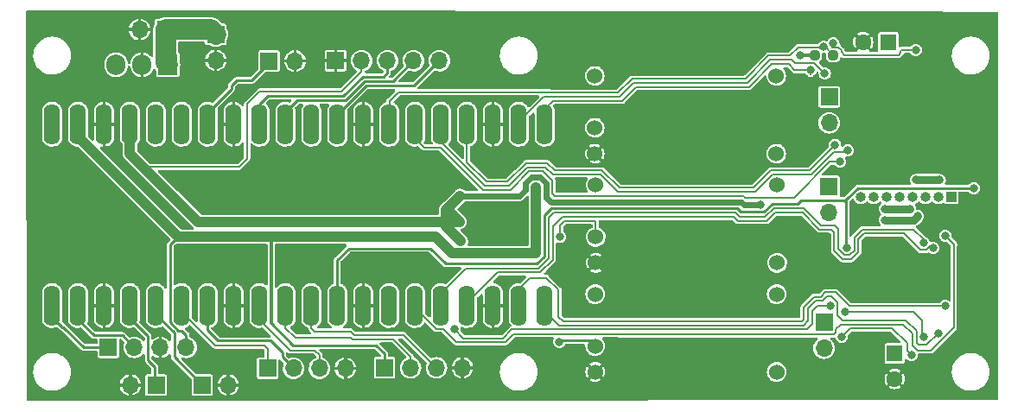
<source format=gbr>
%TF.GenerationSoftware,KiCad,Pcbnew,(6.0.2)*%
%TF.CreationDate,2023-02-11T22:38:16+03:00*%
%TF.ProjectId,Pistol_Camera_Driver,50697374-6f6c-45f4-9361-6d6572615f44,rev?*%
%TF.SameCoordinates,Original*%
%TF.FileFunction,Copper,L1,Top*%
%TF.FilePolarity,Positive*%
%FSLAX46Y46*%
G04 Gerber Fmt 4.6, Leading zero omitted, Abs format (unit mm)*
G04 Created by KiCad (PCBNEW (6.0.2)) date 2023-02-11 22:38:16*
%MOMM*%
%LPD*%
G01*
G04 APERTURE LIST*
G04 Aperture macros list*
%AMRoundRect*
0 Rectangle with rounded corners*
0 $1 Rounding radius*
0 $2 $3 $4 $5 $6 $7 $8 $9 X,Y pos of 4 corners*
0 Add a 4 corners polygon primitive as box body*
4,1,4,$2,$3,$4,$5,$6,$7,$8,$9,$2,$3,0*
0 Add four circle primitives for the rounded corners*
1,1,$1+$1,$2,$3*
1,1,$1+$1,$4,$5*
1,1,$1+$1,$6,$7*
1,1,$1+$1,$8,$9*
0 Add four rect primitives between the rounded corners*
20,1,$1+$1,$2,$3,$4,$5,0*
20,1,$1+$1,$4,$5,$6,$7,0*
20,1,$1+$1,$6,$7,$8,$9,0*
20,1,$1+$1,$8,$9,$2,$3,0*%
G04 Aperture macros list end*
%TA.AperFunction,ComponentPad*%
%ADD10O,1.700000X1.700000*%
%TD*%
%TA.AperFunction,ComponentPad*%
%ADD11R,1.700000X1.700000*%
%TD*%
%TA.AperFunction,ComponentPad*%
%ADD12C,1.524000*%
%TD*%
%TA.AperFunction,ComponentPad*%
%ADD13R,1.600000X1.600000*%
%TD*%
%TA.AperFunction,ComponentPad*%
%ADD14C,1.600000*%
%TD*%
%TA.AperFunction,ComponentPad*%
%ADD15R,1.905000X2.000000*%
%TD*%
%TA.AperFunction,ComponentPad*%
%ADD16O,1.905000X2.000000*%
%TD*%
%TA.AperFunction,ComponentPad*%
%ADD17O,1.600000X4.000000*%
%TD*%
%TA.AperFunction,SMDPad,CuDef*%
%ADD18RoundRect,0.237500X-0.250000X-0.237500X0.250000X-0.237500X0.250000X0.237500X-0.250000X0.237500X0*%
%TD*%
%TA.AperFunction,ComponentPad*%
%ADD19R,1.000000X1.000000*%
%TD*%
%TA.AperFunction,ComponentPad*%
%ADD20O,1.000000X1.000000*%
%TD*%
%TA.AperFunction,ViaPad*%
%ADD21C,0.800000*%
%TD*%
%TA.AperFunction,Conductor*%
%ADD22C,0.250000*%
%TD*%
%TA.AperFunction,Conductor*%
%ADD23C,1.000000*%
%TD*%
%TA.AperFunction,Conductor*%
%ADD24C,0.800000*%
%TD*%
%TA.AperFunction,Conductor*%
%ADD25C,2.000000*%
%TD*%
%TA.AperFunction,Conductor*%
%ADD26C,0.300000*%
%TD*%
%TA.AperFunction,Conductor*%
%ADD27C,0.200000*%
%TD*%
%TA.AperFunction,Conductor*%
%ADD28C,0.600000*%
%TD*%
G04 APERTURE END LIST*
D10*
%TO.P,J11,2,Pin_2*%
%TO.N,GND*%
X96690000Y-61300000D03*
D11*
%TO.P,J11,1,Pin_1*%
%TO.N,Reserve1*%
X94150000Y-61300000D03*
%TD*%
D10*
%TO.P,J1,2,Pin_2*%
%TO.N,GND*%
X87100000Y-61300000D03*
D11*
%TO.P,J1,1,Pin_1*%
%TO.N,Strobe Input*%
X89640000Y-61300000D03*
%TD*%
D12*
%TO.P,U11,1,Vin+*%
%TO.N,+12V*%
X132700000Y-41700000D03*
%TO.P,U11,2,PWM*%
%TO.N,Net-(R15-Pad1)*%
X132700000Y-46780000D03*
%TO.P,U11,3,Vin-*%
%TO.N,GND*%
X132700000Y-49320000D03*
%TO.P,U11,4,Vout-*%
%TO.N,Net-(D6-Pad1)*%
X150480000Y-49320000D03*
%TO.P,U11,5,Vout+*%
%TO.N,Net-(D5-Pad2)*%
X150480000Y-41700000D03*
%TD*%
D11*
%TO.P,J9,1,Pin_1*%
%TO.N,Net-(D5-Pad2)*%
X155550000Y-41800000D03*
D10*
%TO.P,J9,2,Pin_2*%
%TO.N,Net-(D6-Pad1)*%
X155550000Y-44340000D03*
%TD*%
D13*
%TO.P,C1,1*%
%TO.N,+3.3VP*%
X162000000Y-58200000D03*
D14*
%TO.P,C1,2*%
%TO.N,GND*%
X162000000Y-60700000D03*
%TD*%
D13*
%TO.P,C9,1*%
%TO.N,+3.3VP*%
X161400000Y-27700000D03*
D14*
%TO.P,C9,2*%
%TO.N,GND*%
X158900000Y-27700000D03*
%TD*%
D11*
%TO.P,J3,1,Pin_1*%
%TO.N,+12V*%
X95475000Y-26930000D03*
D10*
%TO.P,J3,2,Pin_2*%
%TO.N,GND*%
X95475000Y-29470000D03*
%TD*%
D11*
%TO.P,J7,1,Pin_1*%
%TO.N,Net-(D1-Pad2)*%
X155075000Y-55150000D03*
D10*
%TO.P,J7,2,Pin_2*%
%TO.N,Net-(D2-Pad1)*%
X155075000Y-57690000D03*
%TD*%
D15*
%TO.P,U1,1,VI*%
%TO.N,+12V*%
X90790000Y-29900000D03*
D16*
%TO.P,U1,2,GND*%
%TO.N,GND*%
X88250000Y-29900000D03*
%TO.P,U1,3,VO*%
%TO.N,+5V*%
X85710000Y-29900000D03*
%TD*%
D17*
%TO.P,U3,1,GP0/TX*%
%TO.N,RX*%
X79445000Y-53505000D03*
%TO.P,U3,2,GP1/RX*%
%TO.N,TX*%
X81985000Y-53505000D03*
%TO.P,U3,3,GND*%
%TO.N,GND*%
X84525000Y-53505000D03*
%TO.P,U3,4,GP2*%
%TO.N,Strobe Input*%
X87065000Y-53505000D03*
%TO.P,U3,5,GP3*%
%TO.N,Reserve1*%
X89605000Y-53505000D03*
%TO.P,U3,6,GP4/SDA*%
%TO.N,PWM_RED*%
X92145000Y-53505000D03*
%TO.P,U3,7,GP5/SCL*%
%TO.N,PWM_UV*%
X94685000Y-53505000D03*
%TO.P,U3,8,GND*%
%TO.N,GND*%
X97225000Y-53505000D03*
%TO.P,U3,9,GP6*%
%TO.N,PWM_WHITE*%
X99765000Y-53505000D03*
%TO.P,U3,10,GP7*%
%TO.N,TRIG*%
X102305000Y-53505000D03*
%TO.P,U3,11,GP8*%
%TO.N,ECHO*%
X104845000Y-53505000D03*
%TO.P,U3,12,GP9*%
%TO.N,MOTORS_nSLEEP*%
X107385000Y-53505000D03*
%TO.P,U3,13,GND*%
%TO.N,GND*%
X109925000Y-53505000D03*
%TO.P,U3,14,GP10*%
%TO.N,nFLT1*%
X112465000Y-53505000D03*
%TO.P,U3,15,GP11*%
%TO.N,nEN1*%
X115005000Y-53505000D03*
%TO.P,U3,16,GP12*%
%TO.N,STEP1*%
X117545000Y-53505000D03*
%TO.P,U3,17,GP13*%
%TO.N,DIR1*%
X120085000Y-53505000D03*
%TO.P,U3,18,GND*%
%TO.N,GND*%
X122625000Y-53505000D03*
%TO.P,U3,19,GP14*%
%TO.N,M0_1*%
X125165000Y-53505000D03*
%TO.P,U3,20,GP15*%
%TO.N,M1_1*%
X127705000Y-53505000D03*
%TO.P,U3,21,GP16/MISO*%
%TO.N,M1_2*%
X127705000Y-35725000D03*
%TO.P,U3,22,GP17/CS*%
%TO.N,M0_2*%
X125165000Y-35725000D03*
%TO.P,U3,23,GND*%
%TO.N,GND*%
X122625000Y-35725000D03*
%TO.P,U3,24,GP18/SCK*%
%TO.N,DIR2*%
X120085000Y-35725000D03*
%TO.P,U3,25,GP19/MOSI*%
%TO.N,STEP2*%
X117545000Y-35725000D03*
%TO.P,U3,26,GP20*%
%TO.N,nEN2*%
X115005000Y-35725000D03*
%TO.P,U3,27,GP21*%
%TO.N,nFLT2*%
X112465000Y-35725000D03*
%TO.P,U3,28,GND*%
%TO.N,GND*%
X109925000Y-35725000D03*
%TO.P,U3,29,GP22*%
%TO.N,SW*%
X107385000Y-35725000D03*
%TO.P,U3,30,RUN*%
%TO.N,unconnected-(U3-Pad30)*%
X104845000Y-35725000D03*
%TO.P,U3,31,GP26/ADC0*%
%TO.N,VarX*%
X102305000Y-35725000D03*
%TO.P,U3,32,GP27/ADC1*%
%TO.N,VarY*%
X99765000Y-35725000D03*
%TO.P,U3,33,AGND*%
%TO.N,GND*%
X97225000Y-35725000D03*
%TO.P,U3,34,GP28/ADC2*%
%TO.N,Reserve2*%
X94685000Y-35725000D03*
%TO.P,U3,35,ADC_VREF*%
%TO.N,unconnected-(U3-Pad35)*%
X92145000Y-35725000D03*
%TO.P,U3,36,3V3_OUT*%
%TO.N,unconnected-(U3-Pad36)*%
X89605000Y-35725000D03*
%TO.P,U3,37,3V3_EN*%
%TO.N,+3V3*%
X87065000Y-35725000D03*
%TO.P,U3,38,GND*%
%TO.N,GND*%
X84525000Y-35725000D03*
%TO.P,U3,39,VSYS*%
%TO.N,+5V*%
X81985000Y-35725000D03*
%TO.P,U3,40,VBUS*%
%TO.N,unconnected-(U3-Pad40)*%
X79445000Y-35725000D03*
%TD*%
D11*
%TO.P,J4,1,Pin_1*%
%TO.N,+12V*%
X90550000Y-26450000D03*
D10*
%TO.P,J4,2,Pin_2*%
%TO.N,GND*%
X88010000Y-26450000D03*
%TD*%
D11*
%TO.P,J5,1,Pin_1*%
%TO.N,+5V*%
X112020000Y-59600000D03*
D10*
%TO.P,J5,2,Pin_2*%
%TO.N,TRIG*%
X114560000Y-59600000D03*
%TO.P,J5,3,Pin_3*%
%TO.N,ECHO*%
X117100000Y-59600000D03*
%TO.P,J5,4,Pin_4*%
%TO.N,GND*%
X119640000Y-59600000D03*
%TD*%
D11*
%TO.P,Je1,1,Pin_1*%
%TO.N,Net-(D3-Pad2)*%
X155575000Y-33050000D03*
D10*
%TO.P,Je1,2,Pin_2*%
%TO.N,Net-(D4-Pad1)*%
X155575000Y-35590000D03*
%TD*%
D12*
%TO.P,U9,1,Vin+*%
%TO.N,+12V*%
X132600000Y-31000000D03*
%TO.P,U9,2,PWM*%
%TO.N,Net-(U8-Pad4)*%
X132600000Y-36080000D03*
%TO.P,U9,3,Vin-*%
%TO.N,GND*%
X132600000Y-38620000D03*
%TO.P,U9,4,Vout-*%
%TO.N,Net-(D4-Pad1)*%
X150380000Y-38620000D03*
%TO.P,U9,5,Vout+*%
%TO.N,Net-(D3-Pad2)*%
X150380000Y-31000000D03*
%TD*%
%TO.P,U7,1,Vin+*%
%TO.N,+12V*%
X132660000Y-52390000D03*
%TO.P,U7,2,PWM*%
%TO.N,Net-(R14-Pad1)*%
X132660000Y-57470000D03*
%TO.P,U7,3,Vin-*%
%TO.N,GND*%
X132660000Y-60010000D03*
%TO.P,U7,4,Vout-*%
%TO.N,Net-(D2-Pad1)*%
X150440000Y-60010000D03*
%TO.P,U7,5,Vout+*%
%TO.N,Net-(D1-Pad2)*%
X150440000Y-52390000D03*
%TD*%
D18*
%TO.P,R13,1*%
%TO.N,+3V3*%
X154150000Y-28950000D03*
%TO.P,R13,2*%
%TO.N,nFLT2*%
X155975000Y-28950000D03*
%TD*%
D11*
%TO.P,J12,1,Pin_1*%
%TO.N,Reserve2*%
X100700000Y-29525000D03*
D10*
%TO.P,J12,2,Pin_2*%
%TO.N,GND*%
X103240000Y-29525000D03*
%TD*%
%TO.P,J8,4,Pin_4*%
%TO.N,GND*%
X108180000Y-59650000D03*
%TO.P,J8,3,Pin_3*%
%TO.N,PWM_WHITE*%
X105640000Y-59650000D03*
%TO.P,J8,2,Pin_2*%
%TO.N,PWM_UV*%
X103100000Y-59650000D03*
D11*
%TO.P,J8,1,Pin_1*%
%TO.N,PWM_RED*%
X100560000Y-59650000D03*
%TD*%
D19*
%TO.P,J2,1,Pin_1*%
%TO.N,AOUT2_2*%
X167550000Y-42875000D03*
D20*
%TO.P,J2,2,Pin_2*%
%TO.N,AOUT1_2*%
X166280000Y-42875000D03*
%TO.P,J2,3,Pin_3*%
%TO.N,AOUT2_1*%
X165010000Y-42875000D03*
%TO.P,J2,4,Pin_4*%
%TO.N,AOUT1_1*%
X163740000Y-42875000D03*
%TO.P,J2,5,Pin_5*%
%TO.N,BOUT1_1*%
X162470000Y-42875000D03*
%TO.P,J2,6,Pin_6*%
%TO.N,BOUT2_1*%
X161200000Y-42875000D03*
%TO.P,J2,7,Pin_7*%
%TO.N,BOUT2_2*%
X159930000Y-42875000D03*
%TO.P,J2,8,Pin_8*%
%TO.N,BOUT1_2*%
X158660000Y-42875000D03*
%TD*%
D11*
%TO.P,J10,1,Pin_1*%
%TO.N,RX*%
X84960000Y-57600000D03*
D10*
%TO.P,J10,2,Pin_2*%
%TO.N,TX*%
X87500000Y-57600000D03*
%TO.P,J10,3,Pin_3*%
%TO.N,GND*%
X90040000Y-57600000D03*
%TO.P,J10,4,Pin_4*%
%TO.N,+5V*%
X92580000Y-57600000D03*
%TD*%
D11*
%TO.P,J6,1,Pin_1*%
%TO.N,GND*%
X107220000Y-29500000D03*
D10*
%TO.P,J6,2,Pin_2*%
%TO.N,+3V3*%
X109760000Y-29500000D03*
%TO.P,J6,3,Pin_3*%
%TO.N,VarY*%
X112300000Y-29500000D03*
%TO.P,J6,4,Pin_4*%
%TO.N,VarX*%
X114840000Y-29500000D03*
%TO.P,J6,5,Pin_5*%
%TO.N,SW*%
X117380000Y-29500000D03*
%TD*%
D21*
%TO.N,GND*%
X100000000Y-27300000D03*
X137888709Y-52240860D03*
X136350000Y-59050000D03*
X85450000Y-27200000D03*
X166550000Y-52150000D03*
X129850000Y-34800000D03*
X166400000Y-61800000D03*
X171300000Y-25700000D03*
X101850000Y-31600000D03*
X80533414Y-32030174D03*
X152950000Y-49600000D03*
X145500000Y-57700000D03*
X168650000Y-25150000D03*
X130050000Y-37350000D03*
X98200000Y-27800000D03*
X168800000Y-39700000D03*
X110950000Y-43450000D03*
X159650000Y-51900000D03*
X157400000Y-27750000D03*
X155700000Y-26350000D03*
X156850000Y-30550000D03*
X120550000Y-44700000D03*
X130700000Y-38700000D03*
X84738749Y-43870437D03*
X158400000Y-51100000D03*
X140700000Y-28700000D03*
X144900000Y-52550000D03*
X166490695Y-59226295D03*
X85432834Y-25660929D03*
X130600000Y-53650000D03*
X157650000Y-40650000D03*
X137785361Y-37152507D03*
X95844528Y-32088903D03*
X97050000Y-43250000D03*
X119100000Y-28250000D03*
X149950000Y-36150000D03*
X95950000Y-55800000D03*
X171172272Y-53558612D03*
X159500000Y-39350000D03*
X129344409Y-41694260D03*
X171100000Y-43550000D03*
X131050000Y-58550000D03*
X123800000Y-33500000D03*
X136250000Y-29050000D03*
X121000000Y-62150000D03*
X166700000Y-28300000D03*
X169400000Y-55100000D03*
X96290647Y-50230849D03*
X163800000Y-52550000D03*
X158150000Y-44150000D03*
X118750000Y-33500000D03*
X163900000Y-51100000D03*
X120900000Y-31050000D03*
X85850000Y-33350000D03*
X166850000Y-26650000D03*
X145450000Y-26900000D03*
X142150000Y-38150000D03*
X92000000Y-32150000D03*
X143050000Y-53100000D03*
X128200000Y-30850000D03*
X102828846Y-43325211D03*
X158800000Y-34950000D03*
X103600000Y-27650000D03*
X166700000Y-50900000D03*
X90550000Y-59600000D03*
X123950000Y-51300000D03*
X134250000Y-27400000D03*
X131400000Y-50750000D03*
X159100000Y-57400000D03*
X106050000Y-50450000D03*
X162550000Y-34150000D03*
X165350000Y-34900000D03*
X96200000Y-38950000D03*
X120650000Y-47250000D03*
X80615071Y-40930785D03*
X160100000Y-34000000D03*
X166950000Y-30600000D03*
X133850000Y-62200000D03*
X107850000Y-27550000D03*
X158600000Y-26150000D03*
X93848593Y-32137806D03*
X91850000Y-61200000D03*
X121500000Y-56000000D03*
X129600000Y-48050000D03*
X146583709Y-33488843D03*
X162650000Y-51900000D03*
X97900000Y-32450000D03*
X154038206Y-61594559D03*
X98900000Y-62050000D03*
X97500000Y-38950000D03*
X114250000Y-27700000D03*
X111200000Y-55600000D03*
X130450000Y-49500000D03*
X119300000Y-41300000D03*
X166150000Y-45450000D03*
X131550000Y-48000000D03*
X131400000Y-34800000D03*
X165350000Y-33100000D03*
X163650000Y-25650000D03*
X88250000Y-33500000D03*
X106236109Y-41341879D03*
X142150000Y-36500000D03*
X164500000Y-34050000D03*
X165100000Y-51650000D03*
X143800000Y-25500000D03*
X131450000Y-37450000D03*
X80350000Y-46950000D03*
X111300000Y-33450000D03*
X139950000Y-53050000D03*
X158800000Y-33150000D03*
X129350000Y-39050000D03*
X80700000Y-56800000D03*
X130800000Y-46400000D03*
X116300000Y-33350000D03*
X165100000Y-26400000D03*
X85650000Y-38350000D03*
X161050000Y-52450000D03*
X113850000Y-33350000D03*
X141700000Y-57700000D03*
X123900000Y-38500000D03*
X171200000Y-49250000D03*
X156850000Y-57600000D03*
X149900000Y-57800000D03*
X127800000Y-57500000D03*
X150050000Y-34050000D03*
X152100000Y-26950000D03*
X135600000Y-53850000D03*
X118550000Y-61250000D03*
X128950000Y-50300000D03*
X150550000Y-26900000D03*
X162700000Y-25250000D03*
X166650000Y-40050000D03*
X141700000Y-62150000D03*
X170800000Y-35700000D03*
X83250000Y-50250000D03*
X161250000Y-35050000D03*
X93725858Y-41697862D03*
X146850000Y-25400000D03*
X170750000Y-33450000D03*
X111100000Y-27900000D03*
X161000000Y-51100000D03*
X98200000Y-30450000D03*
X112350000Y-61450000D03*
X168650452Y-33093075D03*
X158392757Y-61925607D03*
X82200000Y-60100000D03*
X161200000Y-33150000D03*
X131200000Y-62050000D03*
X159950000Y-26450000D03*
X116450000Y-50550000D03*
X169219648Y-51055248D03*
X134050000Y-58900000D03*
X158400000Y-52500000D03*
X146550000Y-37550000D03*
X163700000Y-33100000D03*
X93050000Y-29700000D03*
X117300000Y-56900000D03*
X169900000Y-45600000D03*
X153900000Y-38600000D03*
X82550000Y-26900000D03*
X130050000Y-27600000D03*
X156500000Y-61350000D03*
X121400000Y-33550000D03*
X111250000Y-50250000D03*
X111250000Y-39000000D03*
X106650000Y-61700000D03*
X98400000Y-55650000D03*
X98600000Y-50300000D03*
X88500000Y-47400000D03*
X114200000Y-40750000D03*
X157200000Y-26750000D03*
X98150000Y-58750000D03*
X169900000Y-38450000D03*
X138370814Y-27513007D03*
X138000000Y-57650000D03*
X143000000Y-60050000D03*
X100998077Y-39739956D03*
X153850000Y-26400000D03*
X85750000Y-50100000D03*
X142185896Y-34665960D03*
X84900000Y-60400000D03*
X126450000Y-38450000D03*
X130750000Y-41750000D03*
X138850000Y-59750000D03*
X117450000Y-31100000D03*
X121500000Y-38800000D03*
X137850000Y-62100000D03*
X109450000Y-61600000D03*
X163600000Y-35050000D03*
X166150000Y-25200000D03*
X105400000Y-31550000D03*
X145550000Y-62150000D03*
X108700000Y-38950000D03*
X108550000Y-50200000D03*
X137900000Y-34850000D03*
X103300000Y-50400000D03*
X157100000Y-58500000D03*
%TO.N,AOUT2_2*%
X166400000Y-41200000D03*
X164100000Y-41200000D03*
%TO.N,AOUT2_1*%
X164250000Y-44750000D03*
X161025011Y-45100000D03*
%TO.N,AOUT1_1*%
X161025011Y-44000000D03*
X163500000Y-44000000D03*
%TO.N,+5V*%
X126800000Y-48374500D03*
X126850489Y-45850489D03*
X126850000Y-41950000D03*
%TO.N,+3V3*%
X119350000Y-45300000D03*
X148850000Y-43600000D03*
X119500000Y-47200000D03*
X152750000Y-28950000D03*
X119400000Y-42750000D03*
%TO.N,MOTORS_nSLEEP*%
X157308369Y-47832968D03*
X169750000Y-42000000D03*
%TO.N,nEN1*%
X166950000Y-46650000D03*
%TO.N,STEP1*%
X164812603Y-47349500D03*
%TO.N,DIR1*%
X165750000Y-47850000D03*
%TO.N,M0_1*%
X166950000Y-53550000D03*
%TO.N,M1_1*%
X166250000Y-56200000D03*
%TO.N,M1_2*%
X153750000Y-30424020D03*
%TO.N,M0_2*%
X155150000Y-30750000D03*
%TO.N,DIR2*%
X156150000Y-37750000D03*
%TO.N,STEP2*%
X157400000Y-38300000D03*
%TO.N,nEN2*%
X156650000Y-39400000D03*
%TO.N,Net-(C8-Pad1)*%
X156820510Y-56552908D03*
X163650000Y-58350000D03*
%TO.N,Net-(C12-Pad1)*%
X164050000Y-28450000D03*
X155988611Y-27806468D03*
%TO.N,Net-(R15-Pad1)*%
X129198549Y-46780000D03*
%TO.N,nFLT1*%
X164852502Y-56535743D03*
X118850000Y-55800000D03*
X155700500Y-53500000D03*
X157100500Y-54144622D03*
%TO.N,nFLT2*%
X155050000Y-28150000D03*
%TO.N,Net-(R14-Pad1)*%
X129150000Y-57050000D03*
%TD*%
D22*
%TO.N,Strobe Input*%
X88850000Y-58850000D02*
X89500000Y-59500000D01*
X88850000Y-56490000D02*
X88850000Y-58850000D01*
X87065000Y-54705000D02*
X88850000Y-56490000D01*
X87065000Y-53505000D02*
X87065000Y-54705000D01*
X89500000Y-59500000D02*
X89500000Y-61025000D01*
D23*
%TO.N,GND*%
X135915668Y-49320000D02*
X132700000Y-49320000D01*
X135990034Y-49394366D02*
X135915668Y-49320000D01*
D24*
%TO.N,AOUT2_2*%
X164100000Y-41200000D02*
X166400000Y-41200000D01*
%TO.N,AOUT2_1*%
X163850000Y-45150000D02*
X161075011Y-45150000D01*
X164250000Y-44750000D02*
X163850000Y-45150000D01*
D22*
X164250000Y-45100000D02*
X164250000Y-44750000D01*
D24*
X161075011Y-45150000D02*
X161025011Y-45100000D01*
D22*
X163950000Y-45400000D02*
X164250000Y-45100000D01*
%TO.N,AOUT1_1*%
X163450000Y-44000000D02*
X163500000Y-44000000D01*
D24*
X163450000Y-44000000D02*
X161025011Y-44000000D01*
D25*
%TO.N,+12V*%
X90550000Y-26450000D02*
X94995000Y-26450000D01*
X90550000Y-26450000D02*
X90550000Y-29660000D01*
X90550000Y-29660000D02*
X90790000Y-29900000D01*
X94995000Y-26450000D02*
X95475000Y-26930000D01*
D23*
%TO.N,+5V*%
X126700489Y-48349511D02*
X120194567Y-48349511D01*
X81985000Y-36925000D02*
X81985000Y-35725000D01*
X117000000Y-46750000D02*
X100900000Y-46750000D01*
X126800000Y-48374500D02*
X126725478Y-48374500D01*
D22*
X91020480Y-55170791D02*
X91020480Y-47539520D01*
D23*
X93600000Y-46750000D02*
X91810000Y-46750000D01*
X91810000Y-46750000D02*
X81985000Y-36925000D01*
D22*
X92580000Y-56380000D02*
X92150311Y-55950311D01*
D26*
X100900000Y-46750000D02*
X100914520Y-46764520D01*
X100914520Y-46764520D02*
X100914520Y-55239520D01*
D22*
X91020480Y-47539520D02*
X91810000Y-46750000D01*
X93600000Y-46750000D02*
X93350000Y-47000000D01*
D23*
X120144558Y-48399520D02*
X118649520Y-48399520D01*
D22*
X103075000Y-57400000D02*
X100914520Y-55239520D01*
X112020000Y-58220000D02*
X111200000Y-57400000D01*
X92150311Y-55950311D02*
X91800000Y-55950311D01*
D23*
X100900000Y-46750000D02*
X93600000Y-46750000D01*
D22*
X112020000Y-59600000D02*
X112020000Y-58220000D01*
D23*
X126800000Y-48374500D02*
X126850489Y-48324011D01*
X126850489Y-48324011D02*
X126850489Y-41950489D01*
X126850489Y-41950489D02*
X126850000Y-41950000D01*
D22*
X92580000Y-57600000D02*
X92580000Y-56380000D01*
D23*
X118649520Y-48399520D02*
X117000000Y-46750000D01*
D22*
X111200000Y-57400000D02*
X103075000Y-57400000D01*
D23*
X120194567Y-48349511D02*
X120144558Y-48399520D01*
D22*
X91800000Y-55950311D02*
X91020480Y-55170791D01*
D23*
X126725478Y-48374500D02*
X126700489Y-48349511D01*
D27*
%TO.N,TRIG*%
X103250000Y-56650000D02*
X108734994Y-56650000D01*
X108734994Y-56650000D02*
X108884514Y-56799520D01*
X108884514Y-56799520D02*
X112849520Y-56799520D01*
X102305000Y-53505000D02*
X102305000Y-55705000D01*
X114560000Y-58510000D02*
X114560000Y-59600000D01*
X112849520Y-56799520D02*
X114560000Y-58510000D01*
X102305000Y-55705000D02*
X103250000Y-56650000D01*
%TO.N,ECHO*%
X113900000Y-56400000D02*
X117100000Y-59600000D01*
X108700000Y-56050000D02*
X109050000Y-56400000D01*
X104845000Y-55745000D02*
X105150000Y-56050000D01*
X105150000Y-56050000D02*
X108700000Y-56050000D01*
X104845000Y-53505000D02*
X104845000Y-55745000D01*
X109050000Y-56400000D02*
X113900000Y-56400000D01*
D22*
%TO.N,VarX*%
X108163802Y-33400480D02*
X110064282Y-31500000D01*
X102305000Y-35725000D02*
X102305000Y-34525000D01*
X103429520Y-33400480D02*
X108163802Y-33400480D01*
X112840000Y-31500000D02*
X114840000Y-29500000D01*
X110064282Y-31500000D02*
X112840000Y-31500000D01*
X102305000Y-34525000D02*
X103429520Y-33400480D01*
%TO.N,VarY*%
X100599040Y-32950960D02*
X99765000Y-33785000D01*
X99765000Y-33785000D02*
X99765000Y-35725000D01*
X112300000Y-30702081D02*
X111951601Y-31050480D01*
X111951601Y-31050480D02*
X109878084Y-31050480D01*
X107977604Y-32950960D02*
X100599040Y-32950960D01*
X109878084Y-31050480D02*
X107977604Y-32950960D01*
X112300000Y-29500000D02*
X112300000Y-30702081D01*
%TO.N,SW*%
X114930000Y-31950000D02*
X117380000Y-29500000D01*
X107385000Y-34815000D02*
X110250000Y-31950000D01*
X107385000Y-35725000D02*
X107385000Y-34815000D01*
X110250000Y-31950000D02*
X114930000Y-31950000D01*
D27*
%TO.N,+3V3*%
X98550000Y-39100000D02*
X97750000Y-39900000D01*
D26*
X154150000Y-28950000D02*
X153200000Y-28950000D01*
D27*
X107801762Y-32526440D02*
X99773560Y-32526440D01*
D23*
X118050000Y-45750000D02*
X118050000Y-44100000D01*
D28*
X125850481Y-42149519D02*
X125250000Y-42750000D01*
D26*
X153200000Y-28950000D02*
X152750000Y-28950000D01*
D27*
X99773560Y-32526440D02*
X98550000Y-33750000D01*
D28*
X126435985Y-40950481D02*
X125850481Y-41535985D01*
D23*
X118300000Y-44250000D02*
X118300000Y-43850000D01*
D28*
X125250000Y-42750000D02*
X119400000Y-42750000D01*
D23*
X119350000Y-45300000D02*
X118300000Y-44250000D01*
D27*
X88000000Y-39900000D02*
X87065000Y-38965000D01*
X87065000Y-38965000D02*
X87065000Y-35725000D01*
X97750000Y-39900000D02*
X88000000Y-39900000D01*
D23*
X87065000Y-38615000D02*
X93050000Y-44600000D01*
X119500000Y-47200000D02*
X118050000Y-45750000D01*
D27*
X109760000Y-29500000D02*
X109760000Y-30568202D01*
D28*
X127850009Y-42900009D02*
X127850008Y-41536474D01*
X125850481Y-41535985D02*
X125850481Y-42149519D01*
D27*
X109760000Y-30568202D02*
X107801762Y-32526440D01*
D28*
X146961031Y-43361031D02*
X128311031Y-43361031D01*
D23*
X93050000Y-44600000D02*
X93750000Y-45300000D01*
D28*
X148850000Y-43600000D02*
X147200000Y-43600000D01*
D23*
X118300000Y-43850000D02*
X119400000Y-42750000D01*
D28*
X127850008Y-41536474D02*
X127264015Y-40950481D01*
X127264015Y-40950481D02*
X126435985Y-40950481D01*
X128311031Y-43361031D02*
X127850009Y-42900009D01*
X147200000Y-43600000D02*
X146961031Y-43361031D01*
D23*
X87065000Y-35725000D02*
X87065000Y-38615000D01*
X93750000Y-45300000D02*
X119350000Y-45300000D01*
X118050000Y-44100000D02*
X119400000Y-42750000D01*
D27*
X98550000Y-33750000D02*
X98550000Y-39100000D01*
D22*
%TO.N,MOTORS_nSLEEP*%
X116500000Y-47900000D02*
X108500000Y-47900000D01*
X107385000Y-49015000D02*
X107385000Y-53505000D01*
X126940548Y-49400000D02*
X118000000Y-49400000D01*
X157409482Y-42959482D02*
X157203475Y-43165489D01*
X152450000Y-43500000D02*
X150000000Y-43500000D01*
X146899897Y-44324511D02*
X146560937Y-43985551D01*
X152784511Y-43165489D02*
X152450000Y-43500000D01*
X150000000Y-43500000D02*
X149175489Y-44324511D01*
X108500000Y-47900000D02*
X107385000Y-49015000D01*
X157203475Y-47728074D02*
X157308369Y-47832968D01*
X157409482Y-42959482D02*
X158368964Y-42000000D01*
X127675009Y-44624991D02*
X127675009Y-48665539D01*
X149175489Y-44324511D02*
X146899897Y-44324511D01*
X157308369Y-47832968D02*
X157249912Y-47774511D01*
X158368964Y-42000000D02*
X169750000Y-42000000D01*
X157050000Y-43318964D02*
X157409482Y-42959482D01*
X118000000Y-49400000D02*
X116500000Y-47900000D01*
X128314449Y-43985551D02*
X127675009Y-44624991D01*
X157203475Y-43165489D02*
X152784511Y-43165489D01*
X146560937Y-43985551D02*
X128314449Y-43985551D01*
X127675009Y-48665539D02*
X126940548Y-49400000D01*
X157203475Y-43165489D02*
X157203475Y-47728074D01*
%TO.N,PWM_UV*%
X94685000Y-53505000D02*
X94685000Y-55935000D01*
X94685000Y-55935000D02*
X95700000Y-56950000D01*
X100850000Y-56950000D02*
X102000000Y-58100000D01*
X95700000Y-56950000D02*
X100850000Y-56950000D01*
X102000000Y-58100000D02*
X102000000Y-58550000D01*
X102000000Y-58550000D02*
X103100000Y-59650000D01*
%TO.N,RX*%
X79445000Y-53505000D02*
X79445000Y-54595000D01*
X80450000Y-55600000D02*
X80524614Y-55600000D01*
X82524614Y-57600000D02*
X84960000Y-57600000D01*
X80524614Y-55600000D02*
X82524614Y-57600000D01*
X79445000Y-54595000D02*
X80450000Y-55600000D01*
%TO.N,TX*%
X81985000Y-53505000D02*
X81985000Y-54885000D01*
X83525489Y-56425489D02*
X86325489Y-56425489D01*
X86325489Y-56425489D02*
X87500000Y-57600000D01*
X81985000Y-54885000D02*
X83525489Y-56425489D01*
%TO.N,Reserve1*%
X91400000Y-58550000D02*
X94150000Y-61300000D01*
X91400000Y-56186029D02*
X91400000Y-58550000D01*
X89605000Y-53505000D02*
X89605000Y-54391029D01*
X89605000Y-54391029D02*
X91400000Y-56186029D01*
D27*
%TO.N,PWM_RED*%
X92145000Y-53505000D02*
X92145000Y-54145000D01*
X100560000Y-57760000D02*
X100560000Y-59650000D01*
X100250000Y-57450000D02*
X100560000Y-57760000D01*
X92145000Y-54145000D02*
X95450000Y-57450000D01*
X95450000Y-57450000D02*
X100250000Y-57450000D01*
X92150000Y-53510000D02*
X92145000Y-53505000D01*
%TO.N,PWM_WHITE*%
X105150000Y-57900000D02*
X105640000Y-58390000D01*
X99765000Y-55235000D02*
X99765000Y-53505000D01*
X99765000Y-53505000D02*
X99765000Y-54915000D01*
X102750000Y-57900000D02*
X105150000Y-57900000D01*
X105640000Y-58390000D02*
X105640000Y-59650000D01*
X99765000Y-54915000D02*
X102750000Y-57900000D01*
%TO.N,nEN1*%
X124650000Y-56300000D02*
X123850480Y-57099520D01*
X123850480Y-57099520D02*
X119049520Y-57099520D01*
X156061241Y-56350000D02*
X135050000Y-56350000D01*
X166950000Y-46650000D02*
X167825000Y-47525000D01*
X167800000Y-55650000D02*
X165550000Y-57900000D01*
X156224511Y-55825489D02*
X156224511Y-56186731D01*
X117754520Y-55804520D02*
X117089564Y-55804520D01*
X117089564Y-55804520D02*
X115005000Y-53719956D01*
X156700480Y-55349520D02*
X156224511Y-55825489D01*
X135000000Y-56300000D02*
X124650000Y-56300000D01*
X164250000Y-57900000D02*
X163753471Y-57403471D01*
X162849520Y-55349520D02*
X156700480Y-55349520D01*
X163753471Y-56253471D02*
X162849520Y-55349520D01*
X167800000Y-47550000D02*
X167800000Y-55650000D01*
X156224511Y-56186731D02*
X156061241Y-56350000D01*
X119049520Y-57099520D02*
X117754520Y-55804520D01*
X135050000Y-56350000D02*
X135000000Y-56300000D01*
X115005000Y-53719956D02*
X115005000Y-53505000D01*
X163753471Y-57403471D02*
X163753471Y-56253471D01*
X167825000Y-47525000D02*
X167800000Y-47550000D01*
X165550000Y-57900000D02*
X164250000Y-57900000D01*
%TO.N,STEP1*%
X164812603Y-47349500D02*
X164812603Y-47012603D01*
X127090910Y-49850000D02*
X120000000Y-49850000D01*
X128589929Y-44410071D02*
X128099529Y-44900471D01*
X146787512Y-44812488D02*
X146385095Y-44410071D01*
X128099529Y-48841381D02*
X127090910Y-49850000D01*
X158050000Y-46800000D02*
X158050000Y-48080596D01*
X157036142Y-48550000D02*
X156450000Y-47963858D01*
X146385095Y-44410071D02*
X134839929Y-44410071D01*
X154800000Y-45650000D02*
X153100000Y-43950000D01*
X158800000Y-46050000D02*
X158050000Y-46800000D01*
X150200000Y-43950000D02*
X150175181Y-43925181D01*
X163850000Y-46050000D02*
X158800000Y-46050000D01*
X153100000Y-43950000D02*
X150200000Y-43950000D01*
X156450000Y-46000000D02*
X156100000Y-45650000D01*
X149287874Y-44812488D02*
X146787512Y-44812488D01*
X156450000Y-47963858D02*
X156450000Y-46000000D01*
X117545000Y-52305000D02*
X117545000Y-53505000D01*
X158050000Y-48080596D02*
X157580596Y-48550000D01*
X156100000Y-45650000D02*
X154800000Y-45650000D01*
X134739929Y-44410071D02*
X134839929Y-44410071D01*
X120000000Y-49850000D02*
X117545000Y-52305000D01*
X134839929Y-44410071D02*
X128589929Y-44410071D01*
X157580596Y-48550000D02*
X157036142Y-48550000D01*
X128099529Y-44900471D02*
X128099529Y-48841381D01*
X164812603Y-47012603D02*
X163850000Y-46050000D01*
X150175181Y-43925181D02*
X149287874Y-44812488D01*
%TO.N,DIR1*%
X157746082Y-48949520D02*
X157415109Y-48949519D01*
X154634513Y-46049519D02*
X152984994Y-44400000D01*
X152984994Y-44400000D02*
X150265368Y-44400000D01*
X164522855Y-48049011D02*
X162923364Y-46449520D01*
X156050480Y-46350480D02*
X155749520Y-46049520D01*
X156050480Y-48129344D02*
X156050480Y-46350480D01*
X165750000Y-47850000D02*
X165512114Y-47612114D01*
X155749520Y-46049520D02*
X154634513Y-46049519D01*
X128499048Y-49006868D02*
X127256397Y-50249519D01*
X165102351Y-48049011D02*
X164522855Y-48049011D01*
X129440409Y-44809591D02*
X128499049Y-45750951D01*
X162923364Y-46449520D02*
X158965486Y-46449520D01*
X165512114Y-47612114D02*
X165512114Y-47639248D01*
X149122387Y-45212007D02*
X146622025Y-45212007D01*
X128499049Y-45750951D02*
X128499048Y-49006868D01*
X123125524Y-50249520D02*
X120085000Y-53290044D01*
X146622025Y-45212007D02*
X146219609Y-44809591D01*
X150265368Y-44400000D02*
X149453360Y-45212008D01*
X146219609Y-44809591D02*
X129440409Y-44809591D01*
X127256397Y-50249519D02*
X123125524Y-50249520D01*
X158449520Y-46965486D02*
X158449519Y-48246083D01*
X158965486Y-46449520D02*
X158449520Y-46965486D01*
X149453360Y-45212008D02*
X149122387Y-45212007D01*
X156870655Y-48949519D02*
X156050480Y-48129344D01*
X157415109Y-48949519D02*
X156870655Y-48949519D01*
X158449519Y-48246083D02*
X157746082Y-48949520D01*
X165512114Y-47639248D02*
X165102351Y-48049011D01*
X120085000Y-53290044D02*
X120085000Y-53505000D01*
%TO.N,M0_1*%
X129050000Y-54600000D02*
X129500960Y-55050960D01*
X129500960Y-55050960D02*
X152884034Y-55050960D01*
X156200481Y-52200481D02*
X157550000Y-53550000D01*
X125165000Y-51885000D02*
X126268969Y-50781031D01*
X129050000Y-51950000D02*
X129050000Y-54600000D01*
X154082522Y-52652472D02*
X154734513Y-52652472D01*
X127881031Y-50781031D02*
X129050000Y-51950000D01*
X155517478Y-52200481D02*
X156200481Y-52200481D01*
X126268969Y-50781031D02*
X127881031Y-50781031D01*
X154734513Y-52652472D02*
X155186505Y-52200480D01*
X153067497Y-54867497D02*
X153067497Y-53667497D01*
X153067497Y-53667497D02*
X154082522Y-52652472D01*
X155186505Y-52200480D02*
X155517478Y-52200481D01*
X125165000Y-53505000D02*
X125165000Y-51885000D01*
X157550000Y-53550000D02*
X166950000Y-53550000D01*
X152884034Y-55050960D02*
X153067497Y-54867497D01*
%TO.N,M1_1*%
X153049520Y-55450480D02*
X129100000Y-55450480D01*
X129100000Y-55450480D02*
X127705000Y-54055480D01*
X164152991Y-56002991D02*
X163100000Y-54950000D01*
X155351991Y-52600000D02*
X154900000Y-53051991D01*
X164152991Y-57202991D02*
X164152991Y-56002991D01*
X154900000Y-53051991D02*
X154248009Y-53051991D01*
X163100000Y-54950000D02*
X156900000Y-54950000D01*
X164300000Y-57350000D02*
X164152991Y-57202991D01*
X156400000Y-53200000D02*
X155800000Y-52600000D01*
X165100000Y-57350000D02*
X164300000Y-57350000D01*
X156900000Y-54950000D02*
X156400000Y-54450000D01*
X127705000Y-54055480D02*
X127705000Y-53505000D01*
X153500000Y-53800000D02*
X153500000Y-55000000D01*
X154248009Y-53051991D02*
X153500000Y-53800000D01*
X156400000Y-54450000D02*
X156400000Y-53200000D01*
X155800000Y-52600000D02*
X155351991Y-52600000D01*
X153500000Y-55000000D02*
X153049520Y-55450480D01*
X166250000Y-56200000D02*
X165100000Y-57350000D01*
%TO.N,M1_2*%
X136688489Y-32061511D02*
X135300480Y-33449520D01*
X128500480Y-33449520D02*
X127705000Y-34245000D01*
X135300480Y-33449520D02*
X128500480Y-33449520D01*
X147703495Y-32061511D02*
X136688489Y-32061511D01*
X151600000Y-29850000D02*
X149915006Y-29850000D01*
X152174020Y-30424020D02*
X151600000Y-29850000D01*
X127705000Y-34245000D02*
X127705000Y-35725000D01*
X153750000Y-30424020D02*
X153750000Y-30800000D01*
X149915006Y-29850000D02*
X147703495Y-32061511D01*
X153750000Y-30424020D02*
X152174020Y-30424020D01*
%TO.N,M0_2*%
X152201227Y-29724520D02*
X151876227Y-29399520D01*
X135050000Y-33050000D02*
X127625044Y-33050000D01*
X154124520Y-29724520D02*
X152201227Y-29724520D01*
X125165000Y-35510044D02*
X125165000Y-35725000D01*
X127625044Y-33050000D02*
X125165000Y-35510044D01*
X149800480Y-29399520D02*
X147538009Y-31661991D01*
X155150000Y-30750000D02*
X154124520Y-29724520D01*
X147538009Y-31661991D02*
X136438009Y-31661991D01*
X136438009Y-31661991D02*
X135050000Y-33050000D01*
X151876227Y-29399520D02*
X149800480Y-29399520D01*
%TO.N,DIR2*%
X133305179Y-40238969D02*
X128653975Y-40238969D01*
X127966928Y-39551922D02*
X125856683Y-39551922D01*
X149874821Y-40238969D02*
X148151319Y-41962471D01*
X135028681Y-41962471D02*
X133305179Y-40238969D01*
X121981452Y-41351440D02*
X120085000Y-39454988D01*
X124057165Y-41351440D02*
X121981452Y-41351440D01*
X156150000Y-37750000D02*
X153661031Y-40238969D01*
X148151319Y-41962471D02*
X135028681Y-41962471D01*
X128653975Y-40238969D02*
X127966928Y-39551922D01*
X120085000Y-39454988D02*
X120085000Y-35725000D01*
X153661031Y-40238969D02*
X149874821Y-40238969D01*
X125856683Y-39551922D02*
X124057165Y-41351440D01*
%TO.N,STEP2*%
X133139693Y-40638489D02*
X128488489Y-40638489D01*
X148316805Y-42361991D02*
X134863195Y-42361991D01*
X150040307Y-40638489D02*
X148316805Y-42361991D01*
X117545000Y-37545000D02*
X117545000Y-35725000D01*
X117690007Y-37625001D02*
X117625001Y-37625001D01*
X157400000Y-38300000D02*
X157250489Y-38449511D01*
X127801442Y-39951442D02*
X126022170Y-39951441D01*
X157250489Y-38449511D02*
X156015495Y-38449511D01*
X117625001Y-37625001D02*
X117545000Y-37545000D01*
X153826517Y-40638489D02*
X150040307Y-40638489D01*
X128488489Y-40638489D02*
X127801442Y-39951442D01*
X126022170Y-39951441D02*
X124222651Y-41750960D01*
X156015495Y-38449511D02*
X153826517Y-40638489D01*
X124222651Y-41750960D02*
X121815966Y-41750960D01*
X134863195Y-42361991D02*
X133139693Y-40638489D01*
X121815966Y-41750960D02*
X117690007Y-37625001D01*
%TO.N,nEN2*%
X117524520Y-38024520D02*
X121650480Y-42150480D01*
X115924520Y-38024520D02*
X117524520Y-38024520D01*
X127512345Y-40350961D02*
X128449529Y-41288146D01*
X128661511Y-42761511D02*
X147209360Y-42761511D01*
X124388137Y-42150480D02*
X126187656Y-40350961D01*
X152130012Y-42900000D02*
X155630012Y-39400000D01*
X147347849Y-42900000D02*
X152130012Y-42900000D01*
X115005000Y-37105000D02*
X115924520Y-38024520D01*
X126187656Y-40350961D02*
X127512345Y-40350961D01*
X115005000Y-35725000D02*
X115005000Y-37105000D01*
X128449529Y-42549529D02*
X128661511Y-42761511D01*
X147209360Y-42761511D02*
X147347849Y-42900000D01*
X121650480Y-42150480D02*
X124388137Y-42150480D01*
X128449529Y-41288146D02*
X128449529Y-42549529D01*
X155630012Y-39400000D02*
X156650000Y-39400000D01*
D22*
%TO.N,Reserve2*%
X100700000Y-29750000D02*
X100700000Y-29525000D01*
X97500000Y-31450000D02*
X99000000Y-31450000D01*
X94685000Y-34615000D02*
X97000000Y-32300000D01*
X94685000Y-35725000D02*
X94685000Y-34615000D01*
X97000000Y-31950000D02*
X97500000Y-31450000D01*
X99000000Y-31450000D02*
X100700000Y-29750000D01*
X97000000Y-32300000D02*
X97000000Y-31950000D01*
D27*
%TO.N,Net-(C8-Pad1)*%
X161748062Y-55749040D02*
X157624378Y-55749040D01*
X163650000Y-58350000D02*
X163200000Y-57900000D01*
X157624378Y-55749040D02*
X156820510Y-56552908D01*
X163200000Y-57200978D02*
X161748062Y-55749040D01*
X163200000Y-57900000D02*
X163200000Y-57200978D01*
%TO.N,Net-(C12-Pad1)*%
X156447440Y-28175480D02*
X156762020Y-28490060D01*
X162700000Y-28450000D02*
X164050000Y-28450000D01*
X155792554Y-27806468D02*
X155749511Y-27849511D01*
X155875480Y-28175480D02*
X156447440Y-28175480D01*
X162349022Y-28950000D02*
X162600000Y-28699022D01*
X155749511Y-27849511D02*
X155749511Y-28049511D01*
X155988611Y-27806468D02*
X155792554Y-27806468D01*
X155749511Y-28049511D02*
X155875480Y-28175480D01*
X156762020Y-28662020D02*
X157050000Y-28950000D01*
X162600000Y-28550000D02*
X162700000Y-28450000D01*
X157050000Y-28950000D02*
X162349022Y-28950000D01*
X162600000Y-28699022D02*
X162600000Y-28550000D01*
X156762020Y-28490060D02*
X156762020Y-28662020D01*
%TO.N,Net-(R15-Pad1)*%
X129198549Y-46780000D02*
X129198549Y-45651451D01*
X129640889Y-45209111D02*
X132559111Y-45209111D01*
X132700000Y-45350000D02*
X132700000Y-46780000D01*
X132559111Y-45209111D02*
X132700000Y-45350000D01*
X129198549Y-45651451D02*
X129640889Y-45209111D01*
%TO.N,nFLT1*%
X153925489Y-54000489D02*
X154425978Y-53500000D01*
X164650000Y-54950000D02*
X163844622Y-54144622D01*
X124500000Y-55850000D02*
X153400000Y-55850000D01*
X153925489Y-55324511D02*
X153925489Y-54000489D01*
X123650000Y-56700000D02*
X124500000Y-55850000D01*
X118850000Y-55800000D02*
X119750000Y-56700000D01*
X164852502Y-56535743D02*
X164650000Y-56333241D01*
X163844622Y-54144622D02*
X157100500Y-54144622D01*
X154425978Y-53500000D02*
X155700500Y-53500000D01*
X153400000Y-55850000D02*
X153925489Y-55324511D01*
X119750000Y-56700000D02*
X123650000Y-56700000D01*
X164650000Y-56333241D02*
X164650000Y-54950000D01*
%TO.N,nFLT2*%
X128150000Y-32600000D02*
X113350000Y-32600000D01*
X147372523Y-31262471D02*
X136272522Y-31262472D01*
X151710741Y-29000000D02*
X149634994Y-29000000D01*
X155050000Y-28150000D02*
X155175000Y-28150000D01*
X149634994Y-29000000D02*
X147372523Y-31262471D01*
X155050000Y-28150000D02*
X154823480Y-28376520D01*
X152535261Y-28175480D02*
X151710741Y-29000000D01*
X155175000Y-28150000D02*
X155975000Y-28950000D01*
X134892497Y-32642497D02*
X128192497Y-32642497D01*
X112500000Y-33450000D02*
X112500000Y-35690000D01*
X154823480Y-28376520D02*
X154622440Y-28175480D01*
X136272522Y-31262472D02*
X134892497Y-32642497D01*
X154622440Y-28175480D02*
X152535261Y-28175480D01*
X113350000Y-32600000D02*
X112500000Y-33450000D01*
X128192497Y-32642497D02*
X128150000Y-32600000D01*
X112500000Y-35690000D02*
X112465000Y-35725000D01*
D22*
%TO.N,Net-(R14-Pad1)*%
X129150000Y-57050000D02*
X129250000Y-56950000D01*
X129250000Y-56950000D02*
X132140000Y-56950000D01*
X132140000Y-56950000D02*
X132660000Y-57470000D01*
%TD*%
%TA.AperFunction,Conductor*%
%TO.N,GND*%
G36*
X161568855Y-24688944D02*
G01*
X171974297Y-24699868D01*
X172042397Y-24719942D01*
X172088834Y-24773646D01*
X172100165Y-24825702D01*
X172149834Y-62623966D01*
X172129921Y-62692113D01*
X172076327Y-62738677D01*
X172023966Y-62750132D01*
X103004673Y-62822632D01*
X77075803Y-62849868D01*
X77007662Y-62829937D01*
X76961112Y-62776331D01*
X76949671Y-62724197D01*
X76948624Y-62323493D01*
X76942659Y-60042095D01*
X77590028Y-60042095D01*
X77615534Y-60309431D01*
X77616619Y-60313865D01*
X77616620Y-60313871D01*
X77672261Y-60541258D01*
X77679364Y-60570285D01*
X77681076Y-60574511D01*
X77681077Y-60574515D01*
X77741841Y-60724533D01*
X77780182Y-60819192D01*
X77915875Y-61050938D01*
X77995097Y-61150000D01*
X78030225Y-61193925D01*
X78083601Y-61260669D01*
X78279846Y-61443991D01*
X78337980Y-61484320D01*
X78496746Y-61594461D01*
X78496751Y-61594464D01*
X78500499Y-61597064D01*
X78504584Y-61599096D01*
X78504587Y-61599098D01*
X78574850Y-61634053D01*
X78740938Y-61716680D01*
X78745272Y-61718101D01*
X78745275Y-61718102D01*
X78991793Y-61798915D01*
X78991798Y-61798916D01*
X78996126Y-61800335D01*
X79000617Y-61801115D01*
X79000618Y-61801115D01*
X79256936Y-61845620D01*
X79256944Y-61845621D01*
X79260717Y-61846276D01*
X79264554Y-61846467D01*
X79343996Y-61850422D01*
X79344004Y-61850422D01*
X79345567Y-61850500D01*
X79513223Y-61850500D01*
X79515491Y-61850335D01*
X79515503Y-61850335D01*
X79645823Y-61840879D01*
X79712846Y-61836016D01*
X79717301Y-61835032D01*
X79717304Y-61835032D01*
X79970620Y-61779105D01*
X79970624Y-61779104D01*
X79975080Y-61778120D01*
X80142617Y-61714646D01*
X80221941Y-61684593D01*
X80221944Y-61684592D01*
X80226211Y-61682975D01*
X80460976Y-61552574D01*
X80571644Y-61468115D01*
X80574200Y-61466164D01*
X86060211Y-61466164D01*
X86061736Y-61484320D01*
X86063951Y-61496387D01*
X86117311Y-61682475D01*
X86121829Y-61693887D01*
X86210314Y-61866060D01*
X86216964Y-61876378D01*
X86337209Y-62028090D01*
X86345732Y-62036916D01*
X86493159Y-62162386D01*
X86503231Y-62169386D01*
X86672220Y-62263830D01*
X86683459Y-62268741D01*
X86867576Y-62328564D01*
X86879553Y-62331197D01*
X86932011Y-62337453D01*
X86946417Y-62335025D01*
X86949653Y-62323493D01*
X87250000Y-62323493D01*
X87254354Y-62338321D01*
X87265950Y-62340380D01*
X87277070Y-62339525D01*
X87289152Y-62337394D01*
X87475607Y-62285334D01*
X87487040Y-62280900D01*
X87659841Y-62193612D01*
X87670200Y-62187038D01*
X87822748Y-62067854D01*
X87831630Y-62059396D01*
X87958127Y-61912848D01*
X87965197Y-61902826D01*
X88060821Y-61734497D01*
X88065810Y-61723291D01*
X88126917Y-61539599D01*
X88129634Y-61527642D01*
X88137172Y-61467972D01*
X88134868Y-61453694D01*
X88121876Y-61450000D01*
X87268115Y-61450000D01*
X87252876Y-61454475D01*
X87251671Y-61455865D01*
X87250000Y-61463548D01*
X87250000Y-62323493D01*
X86949653Y-62323493D01*
X86950000Y-62322256D01*
X86950000Y-61468115D01*
X86945525Y-61452876D01*
X86944135Y-61451671D01*
X86936452Y-61450000D01*
X86076969Y-61450000D01*
X86062274Y-61454315D01*
X86060211Y-61466164D01*
X80574200Y-61466164D01*
X80670833Y-61392417D01*
X80670837Y-61392413D01*
X80674458Y-61389650D01*
X80862185Y-61197614D01*
X80909946Y-61131998D01*
X86062214Y-61131998D01*
X86064767Y-61146528D01*
X86077311Y-61150000D01*
X86931885Y-61150000D01*
X86947124Y-61145525D01*
X86948329Y-61144135D01*
X86950000Y-61136452D01*
X86950000Y-61131885D01*
X87250000Y-61131885D01*
X87254475Y-61147124D01*
X87255865Y-61148329D01*
X87263548Y-61150000D01*
X88122258Y-61150000D01*
X88136685Y-61145764D01*
X88138746Y-61133411D01*
X88135588Y-61101200D01*
X88133205Y-61089165D01*
X88077252Y-60903840D01*
X88072578Y-60892499D01*
X87981693Y-60721569D01*
X87974902Y-60711349D01*
X87852549Y-60561328D01*
X87843910Y-60552629D01*
X87694743Y-60429226D01*
X87684572Y-60422366D01*
X87514280Y-60330291D01*
X87502974Y-60325538D01*
X87318040Y-60268291D01*
X87306026Y-60265825D01*
X87268015Y-60261830D01*
X87253365Y-60264509D01*
X87250000Y-60276830D01*
X87250000Y-61131885D01*
X86950000Y-61131885D01*
X86950000Y-60277381D01*
X86945724Y-60262819D01*
X86933621Y-60260757D01*
X86908438Y-60263048D01*
X86896383Y-60265348D01*
X86710679Y-60320004D01*
X86699295Y-60324603D01*
X86527736Y-60414292D01*
X86517475Y-60421006D01*
X86366606Y-60542308D01*
X86357832Y-60550901D01*
X86233405Y-60699187D01*
X86226467Y-60709317D01*
X86133204Y-60878964D01*
X86128376Y-60890228D01*
X86069839Y-61074758D01*
X86067288Y-61086764D01*
X86062214Y-61131998D01*
X80909946Y-61131998D01*
X81020225Y-60980491D01*
X81107313Y-60814963D01*
X81143140Y-60746868D01*
X81143143Y-60746862D01*
X81145265Y-60742828D01*
X81152773Y-60721569D01*
X81233165Y-60493916D01*
X81233165Y-60493915D01*
X81234688Y-60489603D01*
X81267025Y-60325538D01*
X81285739Y-60230594D01*
X81285740Y-60230588D01*
X81286620Y-60226122D01*
X81287281Y-60212848D01*
X81299745Y-59962474D01*
X81299745Y-59962468D01*
X81299972Y-59957905D01*
X81274466Y-59690569D01*
X81271752Y-59679474D01*
X81211721Y-59434149D01*
X81210636Y-59429715D01*
X81208629Y-59424758D01*
X81111531Y-59185037D01*
X81111531Y-59185036D01*
X81109818Y-59180808D01*
X80974125Y-58949062D01*
X80863211Y-58810371D01*
X80809251Y-58742897D01*
X80809250Y-58742895D01*
X80806399Y-58739331D01*
X80610154Y-58556009D01*
X80478523Y-58464693D01*
X80393254Y-58405539D01*
X80393249Y-58405536D01*
X80389501Y-58402936D01*
X80385416Y-58400904D01*
X80385413Y-58400902D01*
X80251778Y-58334420D01*
X80149062Y-58283320D01*
X80144728Y-58281899D01*
X80144725Y-58281898D01*
X79898207Y-58201085D01*
X79898202Y-58201084D01*
X79893874Y-58199665D01*
X79889382Y-58198885D01*
X79633064Y-58154380D01*
X79633056Y-58154379D01*
X79629283Y-58153724D01*
X79620622Y-58153293D01*
X79546004Y-58149578D01*
X79545996Y-58149578D01*
X79544433Y-58149500D01*
X79376777Y-58149500D01*
X79374509Y-58149665D01*
X79374497Y-58149665D01*
X79244177Y-58159121D01*
X79177154Y-58163984D01*
X79172699Y-58164968D01*
X79172696Y-58164968D01*
X78919380Y-58220895D01*
X78919376Y-58220896D01*
X78914920Y-58221880D01*
X78803271Y-58264180D01*
X78668059Y-58315407D01*
X78668056Y-58315408D01*
X78663789Y-58317025D01*
X78544366Y-58383359D01*
X78491559Y-58412691D01*
X78429024Y-58447426D01*
X78399775Y-58469748D01*
X78219167Y-58607583D01*
X78219163Y-58607587D01*
X78215542Y-58610350D01*
X78212359Y-58613606D01*
X78212358Y-58613607D01*
X78150488Y-58676897D01*
X78027815Y-58802386D01*
X77996204Y-58845815D01*
X77875715Y-59011349D01*
X77869775Y-59019509D01*
X77830525Y-59094111D01*
X77746860Y-59253132D01*
X77746857Y-59253138D01*
X77744735Y-59257172D01*
X77743215Y-59261477D01*
X77743213Y-59261481D01*
X77656835Y-59506084D01*
X77655312Y-59510397D01*
X77640556Y-59585262D01*
X77604516Y-59768115D01*
X77603380Y-59773878D01*
X77603153Y-59778431D01*
X77603153Y-59778434D01*
X77590396Y-60034707D01*
X77590028Y-60042095D01*
X76942659Y-60042095D01*
X76928838Y-54755800D01*
X78444500Y-54755800D01*
X78459880Y-54907216D01*
X78520662Y-55101172D01*
X78619203Y-55278944D01*
X78751477Y-55433271D01*
X78756514Y-55437178D01*
X78756516Y-55437180D01*
X78799265Y-55470339D01*
X78912081Y-55557848D01*
X79094455Y-55647587D01*
X79100633Y-55649196D01*
X79100635Y-55649197D01*
X79284966Y-55697212D01*
X79284969Y-55697212D01*
X79291148Y-55698822D01*
X79372328Y-55703076D01*
X79487744Y-55709125D01*
X79487748Y-55709125D01*
X79494126Y-55709459D01*
X79695097Y-55679065D01*
X79701093Y-55676859D01*
X79879862Y-55611085D01*
X79879864Y-55611084D01*
X79885852Y-55608881D01*
X79886209Y-55609851D01*
X79950352Y-55598966D01*
X80015658Y-55626816D01*
X80024676Y-55635002D01*
X80205889Y-55816215D01*
X80213316Y-55824319D01*
X80237545Y-55853194D01*
X80247094Y-55858707D01*
X80270185Y-55872039D01*
X80279456Y-55877945D01*
X80310316Y-55899554D01*
X80320966Y-55902408D01*
X80324134Y-55903885D01*
X80327411Y-55905078D01*
X80336955Y-55910588D01*
X80347809Y-55912502D01*
X80358171Y-55916273D01*
X80357259Y-55918778D01*
X80411086Y-55946798D01*
X82280503Y-57816215D01*
X82287930Y-57824319D01*
X82312159Y-57853194D01*
X82321708Y-57858707D01*
X82344799Y-57872039D01*
X82354070Y-57877945D01*
X82384930Y-57899554D01*
X82395581Y-57902408D01*
X82398754Y-57903888D01*
X82402026Y-57905079D01*
X82411569Y-57910588D01*
X82448690Y-57917134D01*
X82459397Y-57919508D01*
X82495807Y-57929263D01*
X82506782Y-57928303D01*
X82506784Y-57928303D01*
X82533345Y-57925979D01*
X82544326Y-57925500D01*
X83783500Y-57925500D01*
X83851621Y-57945502D01*
X83898114Y-57999158D01*
X83909500Y-58051500D01*
X83909500Y-58469748D01*
X83910707Y-58475816D01*
X83916863Y-58506762D01*
X83921133Y-58528231D01*
X83928026Y-58538547D01*
X83944068Y-58562555D01*
X83965448Y-58594552D01*
X84031769Y-58638867D01*
X84043938Y-58641288D01*
X84043939Y-58641288D01*
X84063662Y-58645211D01*
X84090252Y-58650500D01*
X85829748Y-58650500D01*
X85856338Y-58645211D01*
X85876061Y-58641288D01*
X85876062Y-58641288D01*
X85888231Y-58638867D01*
X85954552Y-58594552D01*
X85975932Y-58562555D01*
X85991974Y-58538547D01*
X85998867Y-58528231D01*
X86003138Y-58506762D01*
X86009293Y-58475816D01*
X86010500Y-58469748D01*
X86010500Y-56876989D01*
X86030502Y-56808868D01*
X86084158Y-56762375D01*
X86136500Y-56750989D01*
X86138472Y-56750989D01*
X86206593Y-56770991D01*
X86227567Y-56787894D01*
X86498257Y-57058584D01*
X86532283Y-57120896D01*
X86529264Y-57185776D01*
X86467484Y-57380532D01*
X86466798Y-57386649D01*
X86466797Y-57386653D01*
X86450390Y-57532927D01*
X86444520Y-57585262D01*
X86445716Y-57599500D01*
X86458396Y-57750500D01*
X86461759Y-57790553D01*
X86463458Y-57796478D01*
X86514466Y-57974363D01*
X86518544Y-57988586D01*
X86521359Y-57994063D01*
X86521360Y-57994066D01*
X86609897Y-58166341D01*
X86612712Y-58171818D01*
X86740677Y-58333270D01*
X86745370Y-58337264D01*
X86745371Y-58337265D01*
X86877560Y-58449766D01*
X86897564Y-58466791D01*
X86902942Y-58469797D01*
X86902944Y-58469798D01*
X86982734Y-58514391D01*
X87077398Y-58567297D01*
X87160945Y-58594443D01*
X87267471Y-58629056D01*
X87267475Y-58629057D01*
X87273329Y-58630959D01*
X87477894Y-58655351D01*
X87484029Y-58654879D01*
X87484031Y-58654879D01*
X87556625Y-58649293D01*
X87683300Y-58639546D01*
X87689230Y-58637890D01*
X87689232Y-58637890D01*
X87844451Y-58594552D01*
X87881725Y-58584145D01*
X87887214Y-58581372D01*
X87887220Y-58581370D01*
X88047514Y-58500399D01*
X88065610Y-58491258D01*
X88071012Y-58487038D01*
X88209344Y-58378961D01*
X88227951Y-58364424D01*
X88247737Y-58341502D01*
X88303118Y-58277342D01*
X88362771Y-58238844D01*
X88433767Y-58238708D01*
X88493567Y-58276978D01*
X88523183Y-58341502D01*
X88524500Y-58359672D01*
X88524500Y-58830290D01*
X88524020Y-58841272D01*
X88523178Y-58850901D01*
X88520736Y-58878807D01*
X88529356Y-58910975D01*
X88530491Y-58915210D01*
X88532870Y-58925942D01*
X88539412Y-58963045D01*
X88544923Y-58972590D01*
X88546115Y-58975866D01*
X88547592Y-58979034D01*
X88550446Y-58989684D01*
X88567165Y-59013561D01*
X88572055Y-59020544D01*
X88577961Y-59029815D01*
X88588982Y-59048903D01*
X88596806Y-59062455D01*
X88605251Y-59069541D01*
X88625682Y-59086685D01*
X88633785Y-59094111D01*
X89137595Y-59597921D01*
X89171621Y-59660233D01*
X89174500Y-59687016D01*
X89174500Y-60123500D01*
X89154498Y-60191621D01*
X89100842Y-60238114D01*
X89048500Y-60249500D01*
X88770252Y-60249500D01*
X88764184Y-60250707D01*
X88723939Y-60258712D01*
X88723938Y-60258712D01*
X88711769Y-60261133D01*
X88645448Y-60305448D01*
X88638557Y-60315761D01*
X88609401Y-60359396D01*
X88601133Y-60371769D01*
X88598712Y-60383938D01*
X88598712Y-60383939D01*
X88593575Y-60409766D01*
X88589500Y-60430252D01*
X88589500Y-62169748D01*
X88601133Y-62228231D01*
X88645448Y-62294552D01*
X88711769Y-62338867D01*
X88723938Y-62341288D01*
X88723939Y-62341288D01*
X88764184Y-62349293D01*
X88770252Y-62350500D01*
X90509748Y-62350500D01*
X90515816Y-62349293D01*
X90556061Y-62341288D01*
X90556062Y-62341288D01*
X90568231Y-62338867D01*
X90634552Y-62294552D01*
X90678867Y-62228231D01*
X90690500Y-62169748D01*
X90690500Y-60430252D01*
X90686425Y-60409766D01*
X90681288Y-60383939D01*
X90681288Y-60383938D01*
X90678867Y-60371769D01*
X90670600Y-60359396D01*
X90641443Y-60315761D01*
X90634552Y-60305448D01*
X90568231Y-60261133D01*
X90556062Y-60258712D01*
X90556061Y-60258712D01*
X90515816Y-60250707D01*
X90509748Y-60249500D01*
X89951500Y-60249500D01*
X89883379Y-60229498D01*
X89836886Y-60175842D01*
X89825500Y-60123500D01*
X89825500Y-59519710D01*
X89825980Y-59508728D01*
X89828303Y-59482180D01*
X89828303Y-59482178D01*
X89829264Y-59471193D01*
X89819508Y-59434785D01*
X89817130Y-59424058D01*
X89816538Y-59420699D01*
X89810588Y-59386955D01*
X89805077Y-59377410D01*
X89803885Y-59374134D01*
X89802408Y-59370966D01*
X89799554Y-59360316D01*
X89777945Y-59329456D01*
X89772039Y-59320185D01*
X89758707Y-59297094D01*
X89753194Y-59287545D01*
X89724317Y-59263315D01*
X89716215Y-59255889D01*
X89212405Y-58752079D01*
X89178379Y-58689767D01*
X89175500Y-58662984D01*
X89175500Y-58515790D01*
X89195502Y-58447669D01*
X89249158Y-58401176D01*
X89319432Y-58391072D01*
X89383163Y-58419836D01*
X89433159Y-58462386D01*
X89443231Y-58469386D01*
X89612220Y-58563830D01*
X89623459Y-58568741D01*
X89807576Y-58628564D01*
X89819553Y-58631197D01*
X89872011Y-58637453D01*
X89886417Y-58635025D01*
X89890000Y-58622256D01*
X89890000Y-56577381D01*
X89885724Y-56562819D01*
X89873621Y-56560757D01*
X89848438Y-56563048D01*
X89836383Y-56565348D01*
X89650679Y-56620004D01*
X89639295Y-56624603D01*
X89467736Y-56714292D01*
X89457475Y-56721006D01*
X89380452Y-56782934D01*
X89314829Y-56810030D01*
X89244975Y-56797347D01*
X89193067Y-56748910D01*
X89175500Y-56684737D01*
X89175500Y-56509713D01*
X89175979Y-56498732D01*
X89178303Y-56472170D01*
X89178303Y-56472168D01*
X89179263Y-56461193D01*
X89169508Y-56424783D01*
X89167133Y-56414072D01*
X89166310Y-56409405D01*
X89160588Y-56376955D01*
X89155078Y-56367411D01*
X89153886Y-56364135D01*
X89152407Y-56360964D01*
X89149554Y-56350316D01*
X89127940Y-56319448D01*
X89122036Y-56310179D01*
X89108707Y-56287092D01*
X89108704Y-56287088D01*
X89103194Y-56277545D01*
X89074324Y-56253320D01*
X89066221Y-56245894D01*
X88549825Y-55729498D01*
X88025486Y-55205160D01*
X87991461Y-55142848D01*
X87998944Y-55066026D01*
X88023586Y-55009081D01*
X88041767Y-54922052D01*
X88064162Y-54814856D01*
X88064163Y-54814851D01*
X88065151Y-54810120D01*
X88065500Y-54803461D01*
X88065500Y-52254200D01*
X88050120Y-52102784D01*
X87989338Y-51908828D01*
X87890797Y-51731056D01*
X87758523Y-51576729D01*
X87726317Y-51551747D01*
X87665874Y-51504863D01*
X87597919Y-51452152D01*
X87415545Y-51362413D01*
X87409367Y-51360804D01*
X87409365Y-51360803D01*
X87225034Y-51312788D01*
X87225031Y-51312788D01*
X87218852Y-51311178D01*
X87137672Y-51306924D01*
X87022256Y-51300875D01*
X87022252Y-51300875D01*
X87015874Y-51300541D01*
X86814903Y-51330935D01*
X86808908Y-51333141D01*
X86808907Y-51333141D01*
X86805436Y-51334418D01*
X86624148Y-51401119D01*
X86618728Y-51404479D01*
X86618727Y-51404480D01*
X86456824Y-51504863D01*
X86456820Y-51504866D01*
X86451401Y-51508226D01*
X86443205Y-51515977D01*
X86362686Y-51592120D01*
X86303720Y-51647881D01*
X86187137Y-51814379D01*
X86106414Y-52000919D01*
X86101377Y-52025029D01*
X86068367Y-52183042D01*
X86064849Y-52199880D01*
X86064500Y-52206539D01*
X86064500Y-54755800D01*
X86079880Y-54907216D01*
X86140662Y-55101172D01*
X86239203Y-55278944D01*
X86371477Y-55433271D01*
X86376514Y-55437178D01*
X86376516Y-55437180D01*
X86419265Y-55470339D01*
X86532081Y-55557848D01*
X86714455Y-55647587D01*
X86720633Y-55649196D01*
X86720635Y-55649197D01*
X86904966Y-55697212D01*
X86904969Y-55697212D01*
X86911148Y-55698822D01*
X86992328Y-55703076D01*
X87107744Y-55709125D01*
X87107748Y-55709125D01*
X87114126Y-55709459D01*
X87315097Y-55679065D01*
X87432205Y-55635978D01*
X87503041Y-55631228D01*
X87564806Y-55665133D01*
X88487595Y-56587922D01*
X88521621Y-56650234D01*
X88524500Y-56677017D01*
X88524500Y-56840133D01*
X88504498Y-56908254D01*
X88450842Y-56954747D01*
X88380568Y-56964851D01*
X88315988Y-56935357D01*
X88300857Y-56919769D01*
X88252906Y-56860976D01*
X88252905Y-56860975D01*
X88249011Y-56856200D01*
X88244262Y-56852271D01*
X88095025Y-56728811D01*
X88095021Y-56728809D01*
X88090275Y-56724882D01*
X87909055Y-56626897D01*
X87712254Y-56565977D01*
X87706129Y-56565333D01*
X87706128Y-56565333D01*
X87513498Y-56545087D01*
X87513496Y-56545087D01*
X87507369Y-56544443D01*
X87420529Y-56552346D01*
X87308342Y-56562555D01*
X87308339Y-56562556D01*
X87302203Y-56563114D01*
X87104572Y-56621280D01*
X87099112Y-56624134D01*
X87094779Y-56625885D01*
X87024126Y-56632858D01*
X86958483Y-56598156D01*
X86569594Y-56209268D01*
X86562167Y-56201163D01*
X86545030Y-56180740D01*
X86545031Y-56180740D01*
X86537944Y-56172295D01*
X86521330Y-56162703D01*
X86505304Y-56153450D01*
X86496033Y-56147544D01*
X86465173Y-56125935D01*
X86454523Y-56123081D01*
X86451355Y-56121604D01*
X86448079Y-56120412D01*
X86438534Y-56114901D01*
X86404790Y-56108951D01*
X86401431Y-56108359D01*
X86390704Y-56105981D01*
X86354296Y-56096225D01*
X86343311Y-56097186D01*
X86343309Y-56097186D01*
X86316761Y-56099509D01*
X86305779Y-56099989D01*
X83712507Y-56099989D01*
X83644386Y-56079987D01*
X83623412Y-56063085D01*
X83257271Y-55696944D01*
X82891120Y-55330794D01*
X82857095Y-55268481D01*
X82864578Y-55191657D01*
X82867757Y-55184312D01*
X82943586Y-55009081D01*
X82961767Y-54922052D01*
X82984162Y-54814856D01*
X82984163Y-54814851D01*
X82985151Y-54810120D01*
X82985500Y-54803461D01*
X82985500Y-54752574D01*
X83525000Y-54752574D01*
X83525323Y-54758949D01*
X83539728Y-54900766D01*
X83542282Y-54913206D01*
X83599214Y-55094874D01*
X83604223Y-55106562D01*
X83696523Y-55273077D01*
X83703767Y-55283500D01*
X83827670Y-55428059D01*
X83836868Y-55436818D01*
X83987304Y-55553509D01*
X83998078Y-55560241D01*
X84168901Y-55644297D01*
X84180808Y-55648725D01*
X84362889Y-55696154D01*
X84372362Y-55693904D01*
X84372415Y-55693849D01*
X84375000Y-55683304D01*
X84375000Y-55675582D01*
X84675000Y-55675582D01*
X84678929Y-55688962D01*
X84693144Y-55690953D01*
X84768655Y-55679533D01*
X84780968Y-55676372D01*
X84959642Y-55610633D01*
X84971055Y-55605066D01*
X85132866Y-55504739D01*
X85142932Y-55496987D01*
X85281258Y-55366179D01*
X85289562Y-55356559D01*
X85398765Y-55200602D01*
X85404958Y-55189520D01*
X85480570Y-55014790D01*
X85484412Y-55002678D01*
X85523660Y-54814813D01*
X85524905Y-54805227D01*
X85524912Y-54805078D01*
X85525000Y-54801742D01*
X85525000Y-53673115D01*
X85520525Y-53657876D01*
X85519135Y-53656671D01*
X85511452Y-53655000D01*
X84693115Y-53655000D01*
X84677876Y-53659475D01*
X84676671Y-53660865D01*
X84675000Y-53668548D01*
X84675000Y-55675582D01*
X84375000Y-55675582D01*
X84375000Y-53673115D01*
X84370525Y-53657876D01*
X84369135Y-53656671D01*
X84361452Y-53655000D01*
X83543115Y-53655000D01*
X83527876Y-53659475D01*
X83526671Y-53660865D01*
X83525000Y-53668548D01*
X83525000Y-54752574D01*
X82985500Y-54752574D01*
X82985500Y-53336885D01*
X83525000Y-53336885D01*
X83529475Y-53352124D01*
X83530865Y-53353329D01*
X83538548Y-53355000D01*
X84356885Y-53355000D01*
X84372124Y-53350525D01*
X84373329Y-53349135D01*
X84375000Y-53341452D01*
X84375000Y-53336885D01*
X84675000Y-53336885D01*
X84679475Y-53352124D01*
X84680865Y-53353329D01*
X84688548Y-53355000D01*
X85506885Y-53355000D01*
X85522124Y-53350525D01*
X85523329Y-53349135D01*
X85525000Y-53341452D01*
X85525000Y-52257426D01*
X85524677Y-52251051D01*
X85510272Y-52109234D01*
X85507718Y-52096794D01*
X85450786Y-51915126D01*
X85445777Y-51903438D01*
X85353477Y-51736923D01*
X85346233Y-51726500D01*
X85222330Y-51581941D01*
X85213132Y-51573182D01*
X85062696Y-51456491D01*
X85051922Y-51449759D01*
X84881099Y-51365703D01*
X84869192Y-51361275D01*
X84687111Y-51313846D01*
X84677638Y-51316096D01*
X84677585Y-51316151D01*
X84675000Y-51326696D01*
X84675000Y-53336885D01*
X84375000Y-53336885D01*
X84375000Y-51334418D01*
X84371071Y-51321038D01*
X84356856Y-51319047D01*
X84281345Y-51330467D01*
X84269032Y-51333628D01*
X84090358Y-51399367D01*
X84078945Y-51404934D01*
X83917134Y-51505261D01*
X83907068Y-51513013D01*
X83768742Y-51643821D01*
X83760438Y-51653441D01*
X83651235Y-51809398D01*
X83645042Y-51820480D01*
X83569430Y-51995210D01*
X83565588Y-52007322D01*
X83526340Y-52195187D01*
X83525095Y-52204773D01*
X83525088Y-52204922D01*
X83525000Y-52208258D01*
X83525000Y-53336885D01*
X82985500Y-53336885D01*
X82985500Y-52254200D01*
X82970120Y-52102784D01*
X82909338Y-51908828D01*
X82810797Y-51731056D01*
X82678523Y-51576729D01*
X82646317Y-51551747D01*
X82585874Y-51504863D01*
X82517919Y-51452152D01*
X82335545Y-51362413D01*
X82329367Y-51360804D01*
X82329365Y-51360803D01*
X82145034Y-51312788D01*
X82145031Y-51312788D01*
X82138852Y-51311178D01*
X82057672Y-51306924D01*
X81942256Y-51300875D01*
X81942252Y-51300875D01*
X81935874Y-51300541D01*
X81734903Y-51330935D01*
X81728908Y-51333141D01*
X81728907Y-51333141D01*
X81725436Y-51334418D01*
X81544148Y-51401119D01*
X81538728Y-51404479D01*
X81538727Y-51404480D01*
X81376824Y-51504863D01*
X81376820Y-51504866D01*
X81371401Y-51508226D01*
X81363205Y-51515977D01*
X81282686Y-51592120D01*
X81223720Y-51647881D01*
X81107137Y-51814379D01*
X81026414Y-52000919D01*
X81021377Y-52025029D01*
X80988367Y-52183042D01*
X80984849Y-52199880D01*
X80984500Y-52206539D01*
X80984500Y-54755800D01*
X80999880Y-54907216D01*
X81060662Y-55101172D01*
X81159203Y-55278944D01*
X81291477Y-55433271D01*
X81296514Y-55437178D01*
X81296516Y-55437180D01*
X81339265Y-55470339D01*
X81452081Y-55557848D01*
X81634455Y-55647587D01*
X81640633Y-55649196D01*
X81640635Y-55649197D01*
X81824966Y-55697212D01*
X81824969Y-55697212D01*
X81831148Y-55698822D01*
X81912328Y-55703076D01*
X82027744Y-55709125D01*
X82027748Y-55709125D01*
X82034126Y-55709459D01*
X82224564Y-55680658D01*
X82228783Y-55680020D01*
X82228784Y-55680020D01*
X82235097Y-55679065D01*
X82235154Y-55679445D01*
X82302464Y-55681752D01*
X82351938Y-55712264D01*
X83281396Y-56641723D01*
X83288810Y-56649814D01*
X83313034Y-56678683D01*
X83344424Y-56696806D01*
X83345673Y-56697527D01*
X83354941Y-56703431D01*
X83385805Y-56725042D01*
X83396451Y-56727895D01*
X83399619Y-56729372D01*
X83402896Y-56730565D01*
X83412444Y-56736077D01*
X83438692Y-56740705D01*
X83449558Y-56742621D01*
X83460292Y-56745001D01*
X83496682Y-56754752D01*
X83507658Y-56753792D01*
X83507661Y-56753792D01*
X83534220Y-56751468D01*
X83545201Y-56750989D01*
X83783500Y-56750989D01*
X83851621Y-56770991D01*
X83898114Y-56824647D01*
X83909500Y-56876989D01*
X83909500Y-57148500D01*
X83889498Y-57216621D01*
X83835842Y-57263114D01*
X83783500Y-57274500D01*
X82711630Y-57274500D01*
X82643509Y-57254498D01*
X82622535Y-57237595D01*
X80768725Y-55383785D01*
X80761298Y-55375681D01*
X80744155Y-55355251D01*
X80744156Y-55355251D01*
X80737069Y-55346806D01*
X80727520Y-55341293D01*
X80704429Y-55327961D01*
X80695158Y-55322055D01*
X80690024Y-55318460D01*
X80664298Y-55300446D01*
X80653648Y-55297592D01*
X80650480Y-55296115D01*
X80647203Y-55294922D01*
X80637659Y-55289412D01*
X80626805Y-55287498D01*
X80616443Y-55283727D01*
X80617355Y-55281222D01*
X80563528Y-55253202D01*
X80436971Y-55126645D01*
X80402945Y-55064333D01*
X80405493Y-55009479D01*
X80403586Y-55009081D01*
X80444162Y-54814856D01*
X80444163Y-54814851D01*
X80445151Y-54810120D01*
X80445500Y-54803461D01*
X80445500Y-52254200D01*
X80430120Y-52102784D01*
X80369338Y-51908828D01*
X80270797Y-51731056D01*
X80138523Y-51576729D01*
X80106317Y-51551747D01*
X80045874Y-51504863D01*
X79977919Y-51452152D01*
X79795545Y-51362413D01*
X79789367Y-51360804D01*
X79789365Y-51360803D01*
X79605034Y-51312788D01*
X79605031Y-51312788D01*
X79598852Y-51311178D01*
X79517672Y-51306924D01*
X79402256Y-51300875D01*
X79402252Y-51300875D01*
X79395874Y-51300541D01*
X79194903Y-51330935D01*
X79188908Y-51333141D01*
X79188907Y-51333141D01*
X79185436Y-51334418D01*
X79004148Y-51401119D01*
X78998728Y-51404479D01*
X78998727Y-51404480D01*
X78836824Y-51504863D01*
X78836820Y-51504866D01*
X78831401Y-51508226D01*
X78823205Y-51515977D01*
X78742686Y-51592120D01*
X78683720Y-51647881D01*
X78567137Y-51814379D01*
X78486414Y-52000919D01*
X78481377Y-52025029D01*
X78448367Y-52183042D01*
X78444849Y-52199880D01*
X78444500Y-52206539D01*
X78444500Y-54755800D01*
X76928838Y-54755800D01*
X76924441Y-53073843D01*
X76882355Y-36975800D01*
X78444500Y-36975800D01*
X78444823Y-36978979D01*
X78451727Y-37046945D01*
X78459880Y-37127216D01*
X78520662Y-37321172D01*
X78619203Y-37498944D01*
X78751477Y-37653271D01*
X78756514Y-37657178D01*
X78756516Y-37657180D01*
X78816900Y-37704018D01*
X78912081Y-37777848D01*
X79094455Y-37867587D01*
X79100633Y-37869196D01*
X79100635Y-37869197D01*
X79284966Y-37917212D01*
X79284969Y-37917212D01*
X79291148Y-37918822D01*
X79372328Y-37923076D01*
X79487744Y-37929125D01*
X79487748Y-37929125D01*
X79494126Y-37929459D01*
X79695097Y-37899065D01*
X79702417Y-37896372D01*
X79745501Y-37880520D01*
X79885852Y-37828881D01*
X79896087Y-37822535D01*
X80053176Y-37725137D01*
X80053180Y-37725134D01*
X80058599Y-37721774D01*
X80131466Y-37652867D01*
X80201639Y-37586508D01*
X80201642Y-37586505D01*
X80206280Y-37582119D01*
X80322863Y-37415621D01*
X80403586Y-37229081D01*
X80416322Y-37168116D01*
X80444162Y-37034856D01*
X80444163Y-37034851D01*
X80445151Y-37030120D01*
X80445500Y-37023461D01*
X80445500Y-36975800D01*
X80984500Y-36975800D01*
X80984823Y-36978979D01*
X80991727Y-37046945D01*
X80999880Y-37127216D01*
X81060662Y-37321172D01*
X81159203Y-37498944D01*
X81291477Y-37653271D01*
X81296514Y-37657178D01*
X81296516Y-37657180D01*
X81356900Y-37704018D01*
X81452081Y-37777848D01*
X81634455Y-37867587D01*
X81640633Y-37869196D01*
X81640635Y-37869197D01*
X81824966Y-37917212D01*
X81824969Y-37917212D01*
X81831148Y-37918822D01*
X81901928Y-37922531D01*
X81948551Y-37924975D01*
X82015531Y-37948515D01*
X82031051Y-37961707D01*
X90995414Y-46926070D01*
X91029440Y-46988382D01*
X91024375Y-47059197D01*
X90995414Y-47104260D01*
X90804265Y-47295409D01*
X90796161Y-47302836D01*
X90790369Y-47307696D01*
X90767286Y-47327065D01*
X90761773Y-47336614D01*
X90748441Y-47359705D01*
X90742535Y-47368976D01*
X90720926Y-47399836D01*
X90718072Y-47410486D01*
X90716595Y-47413654D01*
X90715403Y-47416930D01*
X90709892Y-47426475D01*
X90704715Y-47455839D01*
X90703350Y-47463578D01*
X90700972Y-47474305D01*
X90691216Y-47510713D01*
X90692177Y-47521698D01*
X90692177Y-47521700D01*
X90694500Y-47548248D01*
X90694980Y-47559230D01*
X90694980Y-51720449D01*
X90674978Y-51788570D01*
X90621322Y-51835063D01*
X90551048Y-51845167D01*
X90486468Y-51815673D01*
X90458778Y-51781535D01*
X90452491Y-51770193D01*
X90430797Y-51731056D01*
X90298523Y-51576729D01*
X90266317Y-51551747D01*
X90205874Y-51504863D01*
X90137919Y-51452152D01*
X89955545Y-51362413D01*
X89949367Y-51360804D01*
X89949365Y-51360803D01*
X89765034Y-51312788D01*
X89765031Y-51312788D01*
X89758852Y-51311178D01*
X89677672Y-51306924D01*
X89562256Y-51300875D01*
X89562252Y-51300875D01*
X89555874Y-51300541D01*
X89354903Y-51330935D01*
X89348908Y-51333141D01*
X89348907Y-51333141D01*
X89345436Y-51334418D01*
X89164148Y-51401119D01*
X89158728Y-51404479D01*
X89158727Y-51404480D01*
X88996824Y-51504863D01*
X88996820Y-51504866D01*
X88991401Y-51508226D01*
X88983205Y-51515977D01*
X88902686Y-51592120D01*
X88843720Y-51647881D01*
X88727137Y-51814379D01*
X88646414Y-52000919D01*
X88641377Y-52025029D01*
X88608367Y-52183042D01*
X88604849Y-52199880D01*
X88604500Y-52206539D01*
X88604500Y-54755800D01*
X88619880Y-54907216D01*
X88680662Y-55101172D01*
X88779203Y-55278944D01*
X88911477Y-55433271D01*
X88916514Y-55437178D01*
X88916516Y-55437180D01*
X88959265Y-55470339D01*
X89072081Y-55557848D01*
X89254455Y-55647587D01*
X89260633Y-55649196D01*
X89260635Y-55649197D01*
X89444966Y-55697212D01*
X89444969Y-55697212D01*
X89451148Y-55698822D01*
X89532328Y-55703076D01*
X89647744Y-55709125D01*
X89647748Y-55709125D01*
X89654126Y-55709459D01*
X89855097Y-55679065D01*
X89862417Y-55676372D01*
X89924105Y-55653675D01*
X90045852Y-55608881D01*
X90060213Y-55599977D01*
X90156452Y-55540307D01*
X90224888Y-55521411D01*
X90292676Y-55542513D01*
X90311944Y-55558299D01*
X90677956Y-55924312D01*
X91037596Y-56283952D01*
X91071621Y-56346264D01*
X91074500Y-56373047D01*
X91074500Y-56853187D01*
X91054498Y-56921308D01*
X91000842Y-56967801D01*
X90930568Y-56977905D01*
X90865988Y-56948411D01*
X90850857Y-56932822D01*
X90792548Y-56861328D01*
X90783910Y-56852629D01*
X90634743Y-56729226D01*
X90624572Y-56722366D01*
X90454280Y-56630291D01*
X90442974Y-56625538D01*
X90258040Y-56568291D01*
X90246026Y-56565825D01*
X90208015Y-56561830D01*
X90193365Y-56564509D01*
X90190000Y-56576830D01*
X90190000Y-58623493D01*
X90194354Y-58638321D01*
X90205950Y-58640380D01*
X90217070Y-58639525D01*
X90229152Y-58637394D01*
X90415607Y-58585334D01*
X90427040Y-58580900D01*
X90599841Y-58493612D01*
X90610200Y-58487038D01*
X90762748Y-58367854D01*
X90771630Y-58359396D01*
X90853119Y-58264990D01*
X90912772Y-58226493D01*
X90983768Y-58226358D01*
X91043567Y-58264627D01*
X91073183Y-58329152D01*
X91074500Y-58347321D01*
X91074500Y-58530290D01*
X91074020Y-58541272D01*
X91071859Y-58565977D01*
X91070736Y-58578807D01*
X91079929Y-58613114D01*
X91080491Y-58615210D01*
X91082870Y-58625942D01*
X91089412Y-58663045D01*
X91094923Y-58672590D01*
X91096115Y-58675866D01*
X91097592Y-58679034D01*
X91100446Y-58689684D01*
X91106770Y-58698715D01*
X91122055Y-58720544D01*
X91127961Y-58729815D01*
X91136796Y-58745117D01*
X91146806Y-58762455D01*
X91171654Y-58783305D01*
X91175682Y-58786685D01*
X91183785Y-58794111D01*
X93062595Y-60672922D01*
X93096621Y-60735234D01*
X93099500Y-60762017D01*
X93099500Y-62169748D01*
X93111133Y-62228231D01*
X93155448Y-62294552D01*
X93221769Y-62338867D01*
X93233938Y-62341288D01*
X93233939Y-62341288D01*
X93274184Y-62349293D01*
X93280252Y-62350500D01*
X95019748Y-62350500D01*
X95025816Y-62349293D01*
X95066061Y-62341288D01*
X95066062Y-62341288D01*
X95078231Y-62338867D01*
X95144552Y-62294552D01*
X95188867Y-62228231D01*
X95200500Y-62169748D01*
X95200500Y-61466164D01*
X95650211Y-61466164D01*
X95651736Y-61484320D01*
X95653951Y-61496387D01*
X95707311Y-61682475D01*
X95711829Y-61693887D01*
X95800314Y-61866060D01*
X95806964Y-61876378D01*
X95927209Y-62028090D01*
X95935732Y-62036916D01*
X96083159Y-62162386D01*
X96093231Y-62169386D01*
X96262220Y-62263830D01*
X96273459Y-62268741D01*
X96457576Y-62328564D01*
X96469553Y-62331197D01*
X96522011Y-62337453D01*
X96536417Y-62335025D01*
X96539653Y-62323493D01*
X96840000Y-62323493D01*
X96844354Y-62338321D01*
X96855950Y-62340380D01*
X96867070Y-62339525D01*
X96879152Y-62337394D01*
X97065607Y-62285334D01*
X97077040Y-62280900D01*
X97249841Y-62193612D01*
X97260200Y-62187038D01*
X97412748Y-62067854D01*
X97421630Y-62059396D01*
X97548127Y-61912848D01*
X97555197Y-61902826D01*
X97650821Y-61734497D01*
X97655810Y-61723291D01*
X97716917Y-61539599D01*
X97719634Y-61527642D01*
X97727172Y-61467972D01*
X97724868Y-61453694D01*
X97711876Y-61450000D01*
X96858115Y-61450000D01*
X96842876Y-61454475D01*
X96841671Y-61455865D01*
X96840000Y-61463548D01*
X96840000Y-62323493D01*
X96539653Y-62323493D01*
X96540000Y-62322256D01*
X96540000Y-61468115D01*
X96535525Y-61452876D01*
X96534135Y-61451671D01*
X96526452Y-61450000D01*
X95666969Y-61450000D01*
X95652274Y-61454315D01*
X95650211Y-61466164D01*
X95200500Y-61466164D01*
X95200500Y-61131998D01*
X95652214Y-61131998D01*
X95654767Y-61146528D01*
X95667311Y-61150000D01*
X96521885Y-61150000D01*
X96537124Y-61145525D01*
X96538329Y-61144135D01*
X96540000Y-61136452D01*
X96540000Y-61131885D01*
X96840000Y-61131885D01*
X96844475Y-61147124D01*
X96845865Y-61148329D01*
X96853548Y-61150000D01*
X97712258Y-61150000D01*
X97726685Y-61145764D01*
X97728746Y-61133411D01*
X97725588Y-61101200D01*
X97723205Y-61089165D01*
X97667252Y-60903840D01*
X97662578Y-60892499D01*
X97571693Y-60721569D01*
X97564902Y-60711349D01*
X97442549Y-60561328D01*
X97433910Y-60552629D01*
X97284743Y-60429226D01*
X97274572Y-60422366D01*
X97104280Y-60330291D01*
X97092974Y-60325538D01*
X96908040Y-60268291D01*
X96896026Y-60265825D01*
X96858015Y-60261830D01*
X96843365Y-60264509D01*
X96840000Y-60276830D01*
X96840000Y-61131885D01*
X96540000Y-61131885D01*
X96540000Y-60277381D01*
X96535724Y-60262819D01*
X96523621Y-60260757D01*
X96498438Y-60263048D01*
X96486383Y-60265348D01*
X96300679Y-60320004D01*
X96289295Y-60324603D01*
X96117736Y-60414292D01*
X96107475Y-60421006D01*
X95956606Y-60542308D01*
X95947832Y-60550901D01*
X95823405Y-60699187D01*
X95816467Y-60709317D01*
X95723204Y-60878964D01*
X95718376Y-60890228D01*
X95659839Y-61074758D01*
X95657288Y-61086764D01*
X95652214Y-61131998D01*
X95200500Y-61131998D01*
X95200500Y-60430252D01*
X95196425Y-60409766D01*
X95191288Y-60383939D01*
X95191288Y-60383938D01*
X95188867Y-60371769D01*
X95180600Y-60359396D01*
X95151443Y-60315761D01*
X95144552Y-60305448D01*
X95078231Y-60261133D01*
X95066062Y-60258712D01*
X95066061Y-60258712D01*
X95025816Y-60250707D01*
X95019748Y-60249500D01*
X93612017Y-60249500D01*
X93543896Y-60229498D01*
X93522922Y-60212595D01*
X92819055Y-59508728D01*
X92114074Y-58803748D01*
X92080049Y-58741436D01*
X92085113Y-58670621D01*
X92127660Y-58613785D01*
X92194180Y-58588974D01*
X92242105Y-58594820D01*
X92347471Y-58629056D01*
X92347475Y-58629057D01*
X92353329Y-58630959D01*
X92557894Y-58655351D01*
X92564029Y-58654879D01*
X92564031Y-58654879D01*
X92636625Y-58649293D01*
X92763300Y-58639546D01*
X92769230Y-58637890D01*
X92769232Y-58637890D01*
X92924451Y-58594552D01*
X92961725Y-58584145D01*
X92967214Y-58581372D01*
X92967220Y-58581370D01*
X93127514Y-58500399D01*
X93145610Y-58491258D01*
X93151012Y-58487038D01*
X93289344Y-58378961D01*
X93307951Y-58364424D01*
X93313349Y-58358171D01*
X93438540Y-58213134D01*
X93438540Y-58213133D01*
X93442564Y-58208472D01*
X93446761Y-58201085D01*
X93493475Y-58118853D01*
X93544323Y-58029344D01*
X93609351Y-57833863D01*
X93635171Y-57629474D01*
X93635583Y-57600000D01*
X93615480Y-57394970D01*
X93555935Y-57197749D01*
X93459218Y-57015849D01*
X93371585Y-56908401D01*
X93332906Y-56860975D01*
X93332903Y-56860972D01*
X93329011Y-56856200D01*
X93324262Y-56852271D01*
X93175025Y-56728811D01*
X93175021Y-56728809D01*
X93170275Y-56724882D01*
X92989055Y-56626897D01*
X92983167Y-56625074D01*
X92982676Y-56624868D01*
X92927628Y-56580033D01*
X92905500Y-56508712D01*
X92905500Y-56399710D01*
X92905980Y-56388728D01*
X92908303Y-56362180D01*
X92908303Y-56362178D01*
X92909264Y-56351193D01*
X92899508Y-56314785D01*
X92897130Y-56304058D01*
X92893830Y-56285345D01*
X92890588Y-56266955D01*
X92885077Y-56257410D01*
X92883885Y-56254134D01*
X92882408Y-56250966D01*
X92879554Y-56240316D01*
X92857945Y-56209456D01*
X92852039Y-56200185D01*
X92838707Y-56177094D01*
X92833194Y-56167545D01*
X92804317Y-56143315D01*
X92796215Y-56135889D01*
X92493688Y-55833362D01*
X92459662Y-55771050D01*
X92464727Y-55700235D01*
X92507274Y-55643399D01*
X92539270Y-55626020D01*
X92585852Y-55608881D01*
X92600213Y-55599977D01*
X92753176Y-55505137D01*
X92753180Y-55505134D01*
X92758599Y-55501774D01*
X92833121Y-55431302D01*
X92896355Y-55399032D01*
X92967002Y-55406072D01*
X93008786Y-55433757D01*
X95200481Y-57625452D01*
X95202237Y-57627486D01*
X95204575Y-57632269D01*
X95213104Y-57640181D01*
X95213105Y-57640182D01*
X95240477Y-57665573D01*
X95243882Y-57668853D01*
X95257277Y-57682248D01*
X95261247Y-57684972D01*
X95263895Y-57687297D01*
X95286646Y-57708401D01*
X95297453Y-57712713D01*
X95301438Y-57715232D01*
X95312247Y-57721004D01*
X95316552Y-57722911D01*
X95326146Y-57729493D01*
X95350099Y-57735177D01*
X95350136Y-57735186D01*
X95367732Y-57740751D01*
X95390622Y-57749883D01*
X95396915Y-57750500D01*
X95399997Y-57750500D01*
X95403067Y-57750650D01*
X95403056Y-57750866D01*
X95414431Y-57752198D01*
X95423745Y-57752653D01*
X95435066Y-57755340D01*
X95446595Y-57753771D01*
X95446596Y-57753771D01*
X95462173Y-57751651D01*
X95479164Y-57750500D01*
X100073338Y-57750500D01*
X100141459Y-57770502D01*
X100162434Y-57787405D01*
X100222596Y-57847568D01*
X100256621Y-57909881D01*
X100259500Y-57936663D01*
X100259500Y-58473500D01*
X100239498Y-58541621D01*
X100185842Y-58588114D01*
X100133500Y-58599500D01*
X99690252Y-58599500D01*
X99684184Y-58600707D01*
X99643939Y-58608712D01*
X99643938Y-58608712D01*
X99631769Y-58611133D01*
X99621453Y-58618026D01*
X99613271Y-58623493D01*
X99565448Y-58655448D01*
X99521133Y-58721769D01*
X99518712Y-58733938D01*
X99518712Y-58733939D01*
X99517221Y-58741436D01*
X99509500Y-58780252D01*
X99509500Y-60519748D01*
X99510707Y-60525816D01*
X99517958Y-60562267D01*
X99521133Y-60578231D01*
X99528026Y-60588547D01*
X99536643Y-60601443D01*
X99565448Y-60644552D01*
X99575761Y-60651443D01*
X99621259Y-60681844D01*
X99631769Y-60688867D01*
X99643938Y-60691288D01*
X99643939Y-60691288D01*
X99670112Y-60696494D01*
X99690252Y-60700500D01*
X101429748Y-60700500D01*
X101449888Y-60696494D01*
X101476061Y-60691288D01*
X101476062Y-60691288D01*
X101488231Y-60688867D01*
X101498742Y-60681844D01*
X101544239Y-60651443D01*
X101554552Y-60644552D01*
X101583357Y-60601443D01*
X101591974Y-60588547D01*
X101598867Y-60578231D01*
X101602043Y-60562267D01*
X101609293Y-60525816D01*
X101610500Y-60519748D01*
X101610500Y-58925016D01*
X101630502Y-58856895D01*
X101684158Y-58810402D01*
X101754432Y-58800298D01*
X101819012Y-58829792D01*
X101825595Y-58835921D01*
X102098257Y-59108583D01*
X102132283Y-59170895D01*
X102129264Y-59235776D01*
X102067484Y-59430532D01*
X102066798Y-59436649D01*
X102066797Y-59436653D01*
X102058023Y-59514879D01*
X102044520Y-59635262D01*
X102045036Y-59641406D01*
X102061236Y-59834320D01*
X102061759Y-59840553D01*
X102063458Y-59846478D01*
X102116792Y-60032475D01*
X102118544Y-60038586D01*
X102121359Y-60044063D01*
X102121360Y-60044066D01*
X102197193Y-60191621D01*
X102212712Y-60221818D01*
X102340677Y-60383270D01*
X102345370Y-60387264D01*
X102345371Y-60387265D01*
X102470329Y-60493612D01*
X102497564Y-60516791D01*
X102502942Y-60519797D01*
X102502944Y-60519798D01*
X102561688Y-60552629D01*
X102677398Y-60617297D01*
X102747326Y-60640018D01*
X102867471Y-60679056D01*
X102867475Y-60679057D01*
X102873329Y-60680959D01*
X103077894Y-60705351D01*
X103084029Y-60704879D01*
X103084031Y-60704879D01*
X103156625Y-60699293D01*
X103283300Y-60689546D01*
X103289230Y-60687890D01*
X103289232Y-60687890D01*
X103444451Y-60644552D01*
X103481725Y-60634145D01*
X103487214Y-60631372D01*
X103487220Y-60631370D01*
X103660116Y-60544033D01*
X103665610Y-60541258D01*
X103671012Y-60537038D01*
X103809005Y-60429226D01*
X103827951Y-60414424D01*
X103832857Y-60408741D01*
X103958540Y-60263134D01*
X103958540Y-60263133D01*
X103962564Y-60258472D01*
X103965772Y-60252826D01*
X104024537Y-60149380D01*
X104064323Y-60079344D01*
X104129351Y-59883863D01*
X104155171Y-59679474D01*
X104155583Y-59650000D01*
X104135480Y-59444970D01*
X104075935Y-59247749D01*
X103979218Y-59065849D01*
X103889368Y-58955682D01*
X103852906Y-58910975D01*
X103852903Y-58910972D01*
X103849011Y-58906200D01*
X103836458Y-58895815D01*
X103695025Y-58778811D01*
X103695021Y-58778809D01*
X103690275Y-58774882D01*
X103509055Y-58676897D01*
X103312254Y-58615977D01*
X103306129Y-58615333D01*
X103306128Y-58615333D01*
X103113498Y-58595087D01*
X103113496Y-58595087D01*
X103107369Y-58594443D01*
X103030450Y-58601443D01*
X102908342Y-58612555D01*
X102908339Y-58612556D01*
X102902203Y-58613114D01*
X102704572Y-58671280D01*
X102699108Y-58674137D01*
X102694781Y-58675885D01*
X102624128Y-58682860D01*
X102558482Y-58648156D01*
X102362405Y-58452079D01*
X102328379Y-58389767D01*
X102325500Y-58362984D01*
X102325500Y-58204899D01*
X102345502Y-58136778D01*
X102399158Y-58090285D01*
X102469432Y-58080181D01*
X102537188Y-58112522D01*
X102540475Y-58115571D01*
X102543882Y-58118853D01*
X102557276Y-58132247D01*
X102561245Y-58134969D01*
X102563889Y-58137291D01*
X102578115Y-58150488D01*
X102578118Y-58150490D01*
X102586646Y-58158401D01*
X102597453Y-58162713D01*
X102601443Y-58165235D01*
X102612227Y-58170994D01*
X102616552Y-58172911D01*
X102626146Y-58179492D01*
X102637465Y-58182178D01*
X102637467Y-58182179D01*
X102650127Y-58185183D01*
X102667724Y-58190748D01*
X102682362Y-58196588D01*
X102682365Y-58196589D01*
X102690622Y-58199883D01*
X102696915Y-58200500D01*
X102699994Y-58200500D01*
X102703067Y-58200650D01*
X102703056Y-58200866D01*
X102714431Y-58202198D01*
X102723746Y-58202654D01*
X102735066Y-58205340D01*
X102746595Y-58203771D01*
X102746596Y-58203771D01*
X102762173Y-58201651D01*
X102779164Y-58200500D01*
X104973339Y-58200500D01*
X105041460Y-58220502D01*
X105062434Y-58237405D01*
X105289722Y-58464693D01*
X105323748Y-58527005D01*
X105318683Y-58597820D01*
X105276136Y-58654656D01*
X105248912Y-58670003D01*
X105244572Y-58671280D01*
X105239107Y-58674137D01*
X105233828Y-58676897D01*
X105062002Y-58766726D01*
X105057201Y-58770586D01*
X105057198Y-58770588D01*
X104922601Y-58878807D01*
X104901447Y-58895815D01*
X104769024Y-59053630D01*
X104766056Y-59059028D01*
X104766053Y-59059033D01*
X104677651Y-59219837D01*
X104669776Y-59234162D01*
X104607484Y-59430532D01*
X104606798Y-59436649D01*
X104606797Y-59436653D01*
X104598023Y-59514879D01*
X104584520Y-59635262D01*
X104585036Y-59641406D01*
X104601236Y-59834320D01*
X104601759Y-59840553D01*
X104603458Y-59846478D01*
X104656792Y-60032475D01*
X104658544Y-60038586D01*
X104661359Y-60044063D01*
X104661360Y-60044066D01*
X104737193Y-60191621D01*
X104752712Y-60221818D01*
X104880677Y-60383270D01*
X104885370Y-60387264D01*
X104885371Y-60387265D01*
X105010329Y-60493612D01*
X105037564Y-60516791D01*
X105042942Y-60519797D01*
X105042944Y-60519798D01*
X105101688Y-60552629D01*
X105217398Y-60617297D01*
X105287326Y-60640018D01*
X105407471Y-60679056D01*
X105407475Y-60679057D01*
X105413329Y-60680959D01*
X105617894Y-60705351D01*
X105624029Y-60704879D01*
X105624031Y-60704879D01*
X105696625Y-60699293D01*
X105823300Y-60689546D01*
X105829230Y-60687890D01*
X105829232Y-60687890D01*
X105984451Y-60644552D01*
X106021725Y-60634145D01*
X106027214Y-60631372D01*
X106027220Y-60631370D01*
X106200116Y-60544033D01*
X106205610Y-60541258D01*
X106211012Y-60537038D01*
X106349005Y-60429226D01*
X106367951Y-60414424D01*
X106372857Y-60408741D01*
X106498540Y-60263134D01*
X106498540Y-60263133D01*
X106502564Y-60258472D01*
X106505772Y-60252826D01*
X106564537Y-60149380D01*
X106604323Y-60079344D01*
X106669351Y-59883863D01*
X106677903Y-59816164D01*
X107140211Y-59816164D01*
X107141736Y-59834320D01*
X107143951Y-59846387D01*
X107197311Y-60032475D01*
X107201829Y-60043887D01*
X107290314Y-60216060D01*
X107296964Y-60226378D01*
X107417209Y-60378090D01*
X107425732Y-60386916D01*
X107573159Y-60512386D01*
X107583231Y-60519386D01*
X107752220Y-60613830D01*
X107763459Y-60618741D01*
X107947576Y-60678564D01*
X107959553Y-60681197D01*
X108012011Y-60687453D01*
X108026417Y-60685025D01*
X108029653Y-60673493D01*
X108330000Y-60673493D01*
X108334354Y-60688321D01*
X108345950Y-60690380D01*
X108357070Y-60689525D01*
X108369152Y-60687394D01*
X108555607Y-60635334D01*
X108567040Y-60630900D01*
X108739841Y-60543612D01*
X108750200Y-60537038D01*
X108902748Y-60417854D01*
X108911630Y-60409396D01*
X109038127Y-60262848D01*
X109045197Y-60252826D01*
X109140821Y-60084497D01*
X109145810Y-60073291D01*
X109206917Y-59889599D01*
X109209634Y-59877642D01*
X109217172Y-59817972D01*
X109214868Y-59803694D01*
X109201876Y-59800000D01*
X108348115Y-59800000D01*
X108332876Y-59804475D01*
X108331671Y-59805865D01*
X108330000Y-59813548D01*
X108330000Y-60673493D01*
X108029653Y-60673493D01*
X108030000Y-60672256D01*
X108030000Y-59818115D01*
X108025525Y-59802876D01*
X108024135Y-59801671D01*
X108016452Y-59800000D01*
X107156969Y-59800000D01*
X107142274Y-59804315D01*
X107140211Y-59816164D01*
X106677903Y-59816164D01*
X106695171Y-59679474D01*
X106695583Y-59650000D01*
X106679111Y-59481998D01*
X107142214Y-59481998D01*
X107144767Y-59496528D01*
X107157311Y-59500000D01*
X108011885Y-59500000D01*
X108027124Y-59495525D01*
X108028329Y-59494135D01*
X108030000Y-59486452D01*
X108030000Y-59481885D01*
X108330000Y-59481885D01*
X108334475Y-59497124D01*
X108335865Y-59498329D01*
X108343548Y-59500000D01*
X109202258Y-59500000D01*
X109216685Y-59495764D01*
X109218746Y-59483411D01*
X109215588Y-59451200D01*
X109213205Y-59439165D01*
X109157252Y-59253840D01*
X109152578Y-59242499D01*
X109061693Y-59071569D01*
X109054902Y-59061349D01*
X108932549Y-58911328D01*
X108923910Y-58902629D01*
X108774743Y-58779226D01*
X108764572Y-58772366D01*
X108594280Y-58680291D01*
X108582974Y-58675538D01*
X108398040Y-58618291D01*
X108386026Y-58615825D01*
X108348015Y-58611830D01*
X108333365Y-58614509D01*
X108330000Y-58626830D01*
X108330000Y-59481885D01*
X108030000Y-59481885D01*
X108030000Y-58627381D01*
X108025724Y-58612819D01*
X108013621Y-58610757D01*
X107988438Y-58613048D01*
X107976383Y-58615348D01*
X107790679Y-58670004D01*
X107779295Y-58674603D01*
X107607736Y-58764292D01*
X107597475Y-58771006D01*
X107446606Y-58892308D01*
X107437832Y-58900901D01*
X107313405Y-59049187D01*
X107306467Y-59059317D01*
X107213204Y-59228964D01*
X107208376Y-59240228D01*
X107149839Y-59424758D01*
X107147288Y-59436764D01*
X107142214Y-59481998D01*
X106679111Y-59481998D01*
X106675480Y-59444970D01*
X106615935Y-59247749D01*
X106519218Y-59065849D01*
X106429368Y-58955682D01*
X106392906Y-58910975D01*
X106392903Y-58910972D01*
X106389011Y-58906200D01*
X106376458Y-58895815D01*
X106235025Y-58778811D01*
X106235021Y-58778809D01*
X106230275Y-58774882D01*
X106049055Y-58676897D01*
X106029241Y-58670764D01*
X105970083Y-58631515D01*
X105941534Y-58566511D01*
X105940500Y-58550399D01*
X105940500Y-58442372D01*
X105940697Y-58439695D01*
X105942426Y-58434658D01*
X105941969Y-58422464D01*
X105940589Y-58385730D01*
X105940500Y-58381003D01*
X105940500Y-58362052D01*
X105939618Y-58357319D01*
X105939390Y-58353792D01*
X105938663Y-58334420D01*
X105938662Y-58334418D01*
X105938226Y-58322792D01*
X105933632Y-58312100D01*
X105932595Y-58307497D01*
X105929038Y-58295787D01*
X105927339Y-58291384D01*
X105925209Y-58279947D01*
X105919106Y-58270046D01*
X105919105Y-58270043D01*
X105912271Y-58258956D01*
X105903767Y-58242585D01*
X105897546Y-58228106D01*
X105897544Y-58228103D01*
X105894036Y-58219938D01*
X105890023Y-58215051D01*
X105887828Y-58212856D01*
X105885770Y-58210586D01*
X105885932Y-58210439D01*
X105878835Y-58201461D01*
X105872571Y-58194554D01*
X105866468Y-58184652D01*
X105844689Y-58168091D01*
X105831868Y-58156896D01*
X105724428Y-58049456D01*
X105615566Y-57940595D01*
X105581542Y-57878284D01*
X105586606Y-57807468D01*
X105629153Y-57750632D01*
X105695673Y-57725821D01*
X105704662Y-57725500D01*
X111012984Y-57725500D01*
X111081105Y-57745502D01*
X111102079Y-57762405D01*
X111657595Y-58317921D01*
X111691621Y-58380233D01*
X111694500Y-58407016D01*
X111694500Y-58423500D01*
X111674498Y-58491621D01*
X111620842Y-58538114D01*
X111568500Y-58549500D01*
X111150252Y-58549500D01*
X111144184Y-58550707D01*
X111103939Y-58558712D01*
X111103938Y-58558712D01*
X111091769Y-58561133D01*
X111025448Y-58605448D01*
X111017195Y-58617799D01*
X110992039Y-58655448D01*
X110981133Y-58671769D01*
X110969500Y-58730252D01*
X110969500Y-60469748D01*
X110970707Y-60475816D01*
X110974331Y-60494033D01*
X110981133Y-60528231D01*
X110988026Y-60538547D01*
X110990539Y-60542308D01*
X111025448Y-60594552D01*
X111091769Y-60638867D01*
X111103938Y-60641288D01*
X111103939Y-60641288D01*
X111120349Y-60644552D01*
X111150252Y-60650500D01*
X112889748Y-60650500D01*
X112919651Y-60644552D01*
X112936061Y-60641288D01*
X112936062Y-60641288D01*
X112948231Y-60638867D01*
X113014552Y-60594552D01*
X113049461Y-60542308D01*
X113051974Y-60538547D01*
X113058867Y-60528231D01*
X113065670Y-60494033D01*
X113069293Y-60475816D01*
X113070500Y-60469748D01*
X113070500Y-58730252D01*
X113058867Y-58671769D01*
X113047962Y-58655448D01*
X113022805Y-58617799D01*
X113014552Y-58605448D01*
X112948231Y-58561133D01*
X112936062Y-58558712D01*
X112936061Y-58558712D01*
X112895816Y-58550707D01*
X112889748Y-58549500D01*
X112471500Y-58549500D01*
X112403379Y-58529498D01*
X112356886Y-58475842D01*
X112345500Y-58423500D01*
X112345500Y-58239713D01*
X112345979Y-58228732D01*
X112348303Y-58202170D01*
X112348303Y-58202168D01*
X112349263Y-58191193D01*
X112339508Y-58154783D01*
X112337133Y-58144072D01*
X112336208Y-58138825D01*
X112330588Y-58106955D01*
X112325079Y-58097412D01*
X112323888Y-58094140D01*
X112322408Y-58090967D01*
X112319554Y-58080316D01*
X112297945Y-58049456D01*
X112292039Y-58040185D01*
X112278707Y-58017094D01*
X112273194Y-58007545D01*
X112244317Y-57983315D01*
X112236215Y-57975889D01*
X111575441Y-57315115D01*
X111541415Y-57252803D01*
X111546480Y-57181988D01*
X111589027Y-57125152D01*
X111655547Y-57100341D01*
X111664536Y-57100020D01*
X112672859Y-57100020D01*
X112740980Y-57120022D01*
X112761954Y-57136925D01*
X114096960Y-58471931D01*
X114130986Y-58534243D01*
X114125921Y-58605058D01*
X114083374Y-58661894D01*
X114066248Y-58672683D01*
X113982002Y-58716726D01*
X113977201Y-58720586D01*
X113977198Y-58720588D01*
X113833753Y-58835921D01*
X113821447Y-58845815D01*
X113689024Y-59003630D01*
X113686056Y-59009028D01*
X113686053Y-59009033D01*
X113626922Y-59116593D01*
X113589776Y-59184162D01*
X113527484Y-59380532D01*
X113526798Y-59386649D01*
X113526797Y-59386653D01*
X113512917Y-59510397D01*
X113504520Y-59585262D01*
X113508204Y-59629137D01*
X113521236Y-59784320D01*
X113521759Y-59790553D01*
X113523458Y-59796478D01*
X113576792Y-59982475D01*
X113578544Y-59988586D01*
X113581359Y-59994063D01*
X113581360Y-59994066D01*
X113647880Y-60123500D01*
X113672712Y-60171818D01*
X113800677Y-60333270D01*
X113805370Y-60337264D01*
X113805371Y-60337265D01*
X113905365Y-60422366D01*
X113957564Y-60466791D01*
X113962942Y-60469797D01*
X113962944Y-60469798D01*
X114039884Y-60512798D01*
X114137398Y-60567297D01*
X114202799Y-60588547D01*
X114327471Y-60629056D01*
X114327475Y-60629057D01*
X114333329Y-60630959D01*
X114537894Y-60655351D01*
X114544029Y-60654879D01*
X114544031Y-60654879D01*
X114616625Y-60649293D01*
X114743300Y-60639546D01*
X114749230Y-60637890D01*
X114749232Y-60637890D01*
X114904451Y-60594552D01*
X114941725Y-60584145D01*
X114947214Y-60581372D01*
X114947220Y-60581370D01*
X115110434Y-60498924D01*
X115125610Y-60491258D01*
X115131012Y-60487038D01*
X115223954Y-60414424D01*
X115287951Y-60364424D01*
X115319314Y-60328090D01*
X115418540Y-60213134D01*
X115418540Y-60213133D01*
X115422564Y-60208472D01*
X115425772Y-60202826D01*
X115462771Y-60137695D01*
X115524323Y-60029344D01*
X115589351Y-59833863D01*
X115615171Y-59629474D01*
X115615583Y-59600000D01*
X115595480Y-59394970D01*
X115535935Y-59197749D01*
X115439218Y-59015849D01*
X115357139Y-58915210D01*
X115312906Y-58860975D01*
X115312903Y-58860972D01*
X115309011Y-58856200D01*
X115296458Y-58845815D01*
X115155025Y-58728811D01*
X115155021Y-58728809D01*
X115150275Y-58724882D01*
X114988469Y-58637394D01*
X114974474Y-58629827D01*
X114969055Y-58626897D01*
X114949241Y-58620764D01*
X114890083Y-58581515D01*
X114861534Y-58516511D01*
X114860500Y-58500399D01*
X114860500Y-58482052D01*
X114859618Y-58477317D01*
X114859390Y-58473791D01*
X114859238Y-58469748D01*
X114858226Y-58442792D01*
X114853636Y-58432107D01*
X114852599Y-58427507D01*
X114849038Y-58415786D01*
X114847339Y-58411383D01*
X114845209Y-58399947D01*
X114832272Y-58378959D01*
X114823769Y-58362589D01*
X114817549Y-58348112D01*
X114817547Y-58348108D01*
X114814036Y-58339937D01*
X114810022Y-58335051D01*
X114807837Y-58332866D01*
X114805785Y-58330603D01*
X114805945Y-58330458D01*
X114798825Y-58321451D01*
X114792573Y-58314556D01*
X114786468Y-58304652D01*
X114764680Y-58288084D01*
X114751861Y-58276890D01*
X113390566Y-56915595D01*
X113356540Y-56853283D01*
X113361605Y-56782468D01*
X113404152Y-56725632D01*
X113470672Y-56700821D01*
X113479661Y-56700500D01*
X113723339Y-56700500D01*
X113791460Y-56720502D01*
X113812434Y-56737405D01*
X116108789Y-59033761D01*
X116142815Y-59096073D01*
X116137750Y-59166889D01*
X116134947Y-59172998D01*
X116135173Y-59173095D01*
X116132743Y-59178765D01*
X116129776Y-59184162D01*
X116067484Y-59380532D01*
X116066798Y-59386649D01*
X116066797Y-59386653D01*
X116052917Y-59510397D01*
X116044520Y-59585262D01*
X116048204Y-59629137D01*
X116061236Y-59784320D01*
X116061759Y-59790553D01*
X116063458Y-59796478D01*
X116116792Y-59982475D01*
X116118544Y-59988586D01*
X116121359Y-59994063D01*
X116121360Y-59994066D01*
X116187880Y-60123500D01*
X116212712Y-60171818D01*
X116340677Y-60333270D01*
X116345370Y-60337264D01*
X116345371Y-60337265D01*
X116445365Y-60422366D01*
X116497564Y-60466791D01*
X116502942Y-60469797D01*
X116502944Y-60469798D01*
X116579884Y-60512798D01*
X116677398Y-60567297D01*
X116742799Y-60588547D01*
X116867471Y-60629056D01*
X116867475Y-60629057D01*
X116873329Y-60630959D01*
X117077894Y-60655351D01*
X117084029Y-60654879D01*
X117084031Y-60654879D01*
X117156625Y-60649293D01*
X117283300Y-60639546D01*
X117289230Y-60637890D01*
X117289232Y-60637890D01*
X117444451Y-60594552D01*
X117481725Y-60584145D01*
X117487214Y-60581372D01*
X117487220Y-60581370D01*
X117650434Y-60498924D01*
X117665610Y-60491258D01*
X117671012Y-60487038D01*
X117763954Y-60414424D01*
X117827951Y-60364424D01*
X117859314Y-60328090D01*
X117958540Y-60213134D01*
X117958540Y-60213133D01*
X117962564Y-60208472D01*
X117965772Y-60202826D01*
X118002771Y-60137695D01*
X118064323Y-60029344D01*
X118129351Y-59833863D01*
X118137903Y-59766164D01*
X118600211Y-59766164D01*
X118601736Y-59784320D01*
X118603951Y-59796387D01*
X118657311Y-59982475D01*
X118661829Y-59993887D01*
X118750314Y-60166060D01*
X118756964Y-60176378D01*
X118877209Y-60328090D01*
X118885732Y-60336916D01*
X119033159Y-60462386D01*
X119043231Y-60469386D01*
X119212220Y-60563830D01*
X119223459Y-60568741D01*
X119407576Y-60628564D01*
X119419553Y-60631197D01*
X119472011Y-60637453D01*
X119486417Y-60635025D01*
X119489653Y-60623493D01*
X119790000Y-60623493D01*
X119794354Y-60638321D01*
X119805950Y-60640380D01*
X119817070Y-60639525D01*
X119829152Y-60637394D01*
X120015607Y-60585334D01*
X120027040Y-60580900D01*
X120199841Y-60493612D01*
X120210200Y-60487038D01*
X120362748Y-60367854D01*
X120371630Y-60359396D01*
X120498127Y-60212848D01*
X120505197Y-60202826D01*
X120596505Y-60042095D01*
X123310028Y-60042095D01*
X123335534Y-60309431D01*
X123336619Y-60313865D01*
X123336620Y-60313871D01*
X123392261Y-60541258D01*
X123399364Y-60570285D01*
X123401076Y-60574511D01*
X123401077Y-60574515D01*
X123461841Y-60724533D01*
X123500182Y-60819192D01*
X123635875Y-61050938D01*
X123715097Y-61150000D01*
X123750225Y-61193925D01*
X123803601Y-61260669D01*
X123999846Y-61443991D01*
X124057980Y-61484320D01*
X124216746Y-61594461D01*
X124216751Y-61594464D01*
X124220499Y-61597064D01*
X124224584Y-61599096D01*
X124224587Y-61599098D01*
X124294850Y-61634053D01*
X124460938Y-61716680D01*
X124465272Y-61718101D01*
X124465275Y-61718102D01*
X124711793Y-61798915D01*
X124711798Y-61798916D01*
X124716126Y-61800335D01*
X124720617Y-61801115D01*
X124720618Y-61801115D01*
X124976936Y-61845620D01*
X124976944Y-61845621D01*
X124980717Y-61846276D01*
X124984554Y-61846467D01*
X125063996Y-61850422D01*
X125064004Y-61850422D01*
X125065567Y-61850500D01*
X125233223Y-61850500D01*
X125235491Y-61850335D01*
X125235503Y-61850335D01*
X125365823Y-61840879D01*
X125432846Y-61836016D01*
X125437301Y-61835032D01*
X125437304Y-61835032D01*
X125690620Y-61779105D01*
X125690624Y-61779104D01*
X125695080Y-61778120D01*
X125862617Y-61714646D01*
X125941941Y-61684593D01*
X125941944Y-61684592D01*
X125946211Y-61682975D01*
X126180976Y-61552574D01*
X126239841Y-61507650D01*
X161410614Y-61507650D01*
X161417444Y-61517395D01*
X161421831Y-61521129D01*
X161431907Y-61528131D01*
X161592334Y-61617790D01*
X161603574Y-61622701D01*
X161778367Y-61679494D01*
X161790341Y-61682127D01*
X161972844Y-61703890D01*
X161985093Y-61704147D01*
X162168346Y-61690046D01*
X162180426Y-61687915D01*
X162357430Y-61638494D01*
X162368881Y-61634053D01*
X162532919Y-61551193D01*
X162543278Y-61544618D01*
X162579082Y-61516645D01*
X162587553Y-61504830D01*
X162581017Y-61493149D01*
X162012812Y-60924944D01*
X161998868Y-60917330D01*
X161997035Y-60917461D01*
X161990420Y-60921712D01*
X161417989Y-61494143D01*
X161410614Y-61507650D01*
X126239841Y-61507650D01*
X126291644Y-61468115D01*
X126390833Y-61392417D01*
X126390837Y-61392413D01*
X126394458Y-61389650D01*
X126582185Y-61197614D01*
X126740225Y-60980491D01*
X126827313Y-60814963D01*
X126840084Y-60790690D01*
X132097573Y-60790690D01*
X132104239Y-60800201D01*
X132113700Y-60806776D01*
X132267622Y-60892800D01*
X132278861Y-60897711D01*
X132446566Y-60952201D01*
X132458540Y-60954834D01*
X132633644Y-60975714D01*
X132645893Y-60975971D01*
X132821716Y-60962442D01*
X132833796Y-60960311D01*
X133003622Y-60912894D01*
X133015073Y-60908453D01*
X133172457Y-60828954D01*
X133182817Y-60822380D01*
X133212011Y-60799571D01*
X133220480Y-60787758D01*
X133213943Y-60776075D01*
X132672812Y-60234944D01*
X132658868Y-60227330D01*
X132657035Y-60227461D01*
X132650420Y-60231712D01*
X132104948Y-60777184D01*
X132097573Y-60790690D01*
X126840084Y-60790690D01*
X126863140Y-60746868D01*
X126863143Y-60746862D01*
X126865265Y-60742828D01*
X126872773Y-60721569D01*
X126953165Y-60493916D01*
X126953165Y-60493915D01*
X126954688Y-60489603D01*
X126987025Y-60325538D01*
X127005739Y-60230594D01*
X127005740Y-60230588D01*
X127006620Y-60226122D01*
X127007281Y-60212848D01*
X127017745Y-60002646D01*
X131693955Y-60002646D01*
X131708710Y-60178358D01*
X131710925Y-60190425D01*
X131759528Y-60359925D01*
X131764043Y-60371329D01*
X131844647Y-60528168D01*
X131851288Y-60538472D01*
X131870148Y-60562267D01*
X131882140Y-60570738D01*
X131893587Y-60564281D01*
X132435056Y-60022812D01*
X132441434Y-60011132D01*
X132877330Y-60011132D01*
X132877461Y-60012965D01*
X132881712Y-60019580D01*
X133427563Y-60565431D01*
X133441189Y-60572872D01*
X133449003Y-60567436D01*
X133452941Y-60561853D01*
X133540036Y-60408537D01*
X133545030Y-60397321D01*
X133600686Y-60230013D01*
X133603406Y-60218041D01*
X133625835Y-60040494D01*
X133626327Y-60033467D01*
X133626606Y-60013522D01*
X133626311Y-60006495D01*
X133625331Y-59996496D01*
X149472937Y-59996496D01*
X149476632Y-60040494D01*
X149488209Y-60178358D01*
X149488732Y-60184590D01*
X149490431Y-60190515D01*
X149538963Y-60359766D01*
X149540760Y-60366034D01*
X149546956Y-60378090D01*
X149622877Y-60525816D01*
X149627040Y-60533917D01*
X149630865Y-60538743D01*
X149630867Y-60538746D01*
X149740456Y-60677014D01*
X149740460Y-60677019D01*
X149744285Y-60681844D01*
X149748978Y-60685838D01*
X149748979Y-60685839D01*
X149751389Y-60687890D01*
X149888030Y-60804180D01*
X149893408Y-60807186D01*
X149893410Y-60807187D01*
X149970415Y-60850223D01*
X150052800Y-60896267D01*
X150232317Y-60954595D01*
X150419745Y-60976945D01*
X150425880Y-60976473D01*
X150425882Y-60976473D01*
X150601803Y-60962937D01*
X150601807Y-60962936D01*
X150607945Y-60962464D01*
X150613877Y-60960808D01*
X150613881Y-60960807D01*
X150783804Y-60913363D01*
X150783808Y-60913362D01*
X150789748Y-60911703D01*
X150869297Y-60871520D01*
X150952728Y-60829377D01*
X150952730Y-60829376D01*
X150958229Y-60826598D01*
X151106970Y-60710388D01*
X151110996Y-60705724D01*
X151110999Y-60705721D01*
X151122744Y-60692114D01*
X160995775Y-60692114D01*
X161011153Y-60875252D01*
X161013368Y-60887317D01*
X161064025Y-61063980D01*
X161068543Y-61075392D01*
X161152545Y-61238841D01*
X161159197Y-61249163D01*
X161183098Y-61279319D01*
X161195089Y-61287790D01*
X161206534Y-61281334D01*
X161775056Y-60712812D01*
X161781434Y-60701132D01*
X162217330Y-60701132D01*
X162217461Y-60702965D01*
X162221712Y-60709580D01*
X162794507Y-61282375D01*
X162808133Y-61289816D01*
X162817475Y-61283316D01*
X162824142Y-61273866D01*
X162914919Y-61114068D01*
X162919913Y-61102852D01*
X162977921Y-60928473D01*
X162980641Y-60916502D01*
X163004004Y-60731560D01*
X163004496Y-60724533D01*
X163004790Y-60703523D01*
X163004495Y-60696494D01*
X162986303Y-60510959D01*
X162983920Y-60498924D01*
X162930801Y-60322985D01*
X162926126Y-60311644D01*
X162839849Y-60149380D01*
X162833051Y-60139148D01*
X162817519Y-60120104D01*
X162805174Y-60111640D01*
X162794199Y-60117933D01*
X162224944Y-60687188D01*
X162217330Y-60701132D01*
X161781434Y-60701132D01*
X161782670Y-60698868D01*
X161782539Y-60697035D01*
X161778288Y-60690420D01*
X161206187Y-60118319D01*
X161192802Y-60111010D01*
X161182876Y-60118019D01*
X161174853Y-60127581D01*
X161167927Y-60137695D01*
X161079383Y-60298757D01*
X161074555Y-60310021D01*
X161018981Y-60485213D01*
X161016433Y-60497201D01*
X160995946Y-60679845D01*
X160995775Y-60692114D01*
X151122744Y-60692114D01*
X151226278Y-60572169D01*
X151226279Y-60572167D01*
X151230307Y-60567501D01*
X151238756Y-60552629D01*
X151252498Y-60528438D01*
X151323542Y-60403378D01*
X151383123Y-60224272D01*
X151406780Y-60037005D01*
X151407157Y-60010000D01*
X151395879Y-59894975D01*
X161411942Y-59894975D01*
X161418317Y-59906185D01*
X161987188Y-60475056D01*
X162001132Y-60482670D01*
X162002965Y-60482539D01*
X162009580Y-60478288D01*
X162445773Y-60042095D01*
X167590028Y-60042095D01*
X167615534Y-60309431D01*
X167616619Y-60313865D01*
X167616620Y-60313871D01*
X167672261Y-60541258D01*
X167679364Y-60570285D01*
X167681076Y-60574511D01*
X167681077Y-60574515D01*
X167741841Y-60724533D01*
X167780182Y-60819192D01*
X167915875Y-61050938D01*
X167995097Y-61150000D01*
X168030225Y-61193925D01*
X168083601Y-61260669D01*
X168279846Y-61443991D01*
X168337980Y-61484320D01*
X168496746Y-61594461D01*
X168496751Y-61594464D01*
X168500499Y-61597064D01*
X168504584Y-61599096D01*
X168504587Y-61599098D01*
X168574850Y-61634053D01*
X168740938Y-61716680D01*
X168745272Y-61718101D01*
X168745275Y-61718102D01*
X168991793Y-61798915D01*
X168991798Y-61798916D01*
X168996126Y-61800335D01*
X169000617Y-61801115D01*
X169000618Y-61801115D01*
X169256936Y-61845620D01*
X169256944Y-61845621D01*
X169260717Y-61846276D01*
X169264554Y-61846467D01*
X169343996Y-61850422D01*
X169344004Y-61850422D01*
X169345567Y-61850500D01*
X169513223Y-61850500D01*
X169515491Y-61850335D01*
X169515503Y-61850335D01*
X169645823Y-61840879D01*
X169712846Y-61836016D01*
X169717301Y-61835032D01*
X169717304Y-61835032D01*
X169970620Y-61779105D01*
X169970624Y-61779104D01*
X169975080Y-61778120D01*
X170142617Y-61714646D01*
X170221941Y-61684593D01*
X170221944Y-61684592D01*
X170226211Y-61682975D01*
X170460976Y-61552574D01*
X170571644Y-61468115D01*
X170670833Y-61392417D01*
X170670837Y-61392413D01*
X170674458Y-61389650D01*
X170862185Y-61197614D01*
X171020225Y-60980491D01*
X171107313Y-60814963D01*
X171143140Y-60746868D01*
X171143143Y-60746862D01*
X171145265Y-60742828D01*
X171152773Y-60721569D01*
X171233165Y-60493916D01*
X171233165Y-60493915D01*
X171234688Y-60489603D01*
X171267025Y-60325538D01*
X171285739Y-60230594D01*
X171285740Y-60230588D01*
X171286620Y-60226122D01*
X171287281Y-60212848D01*
X171299745Y-59962474D01*
X171299745Y-59962468D01*
X171299972Y-59957905D01*
X171274466Y-59690569D01*
X171271752Y-59679474D01*
X171211721Y-59434149D01*
X171210636Y-59429715D01*
X171208629Y-59424758D01*
X171111531Y-59185037D01*
X171111531Y-59185036D01*
X171109818Y-59180808D01*
X170974125Y-58949062D01*
X170863211Y-58810371D01*
X170809251Y-58742897D01*
X170809250Y-58742895D01*
X170806399Y-58739331D01*
X170610154Y-58556009D01*
X170478523Y-58464693D01*
X170393254Y-58405539D01*
X170393249Y-58405536D01*
X170389501Y-58402936D01*
X170385416Y-58400904D01*
X170385413Y-58400902D01*
X170251778Y-58334420D01*
X170149062Y-58283320D01*
X170144728Y-58281899D01*
X170144725Y-58281898D01*
X169898207Y-58201085D01*
X169898202Y-58201084D01*
X169893874Y-58199665D01*
X169889382Y-58198885D01*
X169633064Y-58154380D01*
X169633056Y-58154379D01*
X169629283Y-58153724D01*
X169620622Y-58153293D01*
X169546004Y-58149578D01*
X169545996Y-58149578D01*
X169544433Y-58149500D01*
X169376777Y-58149500D01*
X169374509Y-58149665D01*
X169374497Y-58149665D01*
X169244177Y-58159121D01*
X169177154Y-58163984D01*
X169172699Y-58164968D01*
X169172696Y-58164968D01*
X168919380Y-58220895D01*
X168919376Y-58220896D01*
X168914920Y-58221880D01*
X168803271Y-58264180D01*
X168668059Y-58315407D01*
X168668056Y-58315408D01*
X168663789Y-58317025D01*
X168544366Y-58383359D01*
X168491559Y-58412691D01*
X168429024Y-58447426D01*
X168399775Y-58469748D01*
X168219167Y-58607583D01*
X168219163Y-58607587D01*
X168215542Y-58610350D01*
X168212359Y-58613606D01*
X168212358Y-58613607D01*
X168150488Y-58676897D01*
X168027815Y-58802386D01*
X167996204Y-58845815D01*
X167875715Y-59011349D01*
X167869775Y-59019509D01*
X167830525Y-59094111D01*
X167746860Y-59253132D01*
X167746857Y-59253138D01*
X167744735Y-59257172D01*
X167743215Y-59261477D01*
X167743213Y-59261481D01*
X167656835Y-59506084D01*
X167655312Y-59510397D01*
X167640556Y-59585262D01*
X167604516Y-59768115D01*
X167603380Y-59773878D01*
X167603153Y-59778431D01*
X167603153Y-59778434D01*
X167590396Y-60034707D01*
X167590028Y-60042095D01*
X162445773Y-60042095D01*
X162581385Y-59906483D01*
X162588627Y-59893220D01*
X162581441Y-59883118D01*
X162566642Y-59870875D01*
X162556484Y-59864023D01*
X162394809Y-59776606D01*
X162383504Y-59771854D01*
X162207938Y-59717507D01*
X162195925Y-59715041D01*
X162013143Y-59695829D01*
X162000875Y-59695744D01*
X161817851Y-59712400D01*
X161805799Y-59714699D01*
X161629496Y-59766589D01*
X161618119Y-59771186D01*
X161455245Y-59856334D01*
X161444987Y-59863046D01*
X161420410Y-59882807D01*
X161411942Y-59894975D01*
X151395879Y-59894975D01*
X151388738Y-59822145D01*
X151334181Y-59641445D01*
X151245566Y-59474783D01*
X151231156Y-59457114D01*
X151152208Y-59360316D01*
X151126266Y-59328508D01*
X151120475Y-59323717D01*
X150985577Y-59212120D01*
X150985574Y-59212118D01*
X150980827Y-59208191D01*
X150814788Y-59118414D01*
X150634474Y-59062597D01*
X150628356Y-59061954D01*
X150628351Y-59061953D01*
X150452881Y-59043511D01*
X150452879Y-59043511D01*
X150446752Y-59042867D01*
X150336439Y-59052906D01*
X150264914Y-59059415D01*
X150264913Y-59059415D01*
X150258773Y-59059974D01*
X150077697Y-59113268D01*
X150072232Y-59116125D01*
X149926142Y-59192499D01*
X149910420Y-59200718D01*
X149763316Y-59318993D01*
X149641986Y-59463588D01*
X149639016Y-59468991D01*
X149639015Y-59468992D01*
X149617170Y-59508728D01*
X149551052Y-59628996D01*
X149493978Y-59808917D01*
X149493292Y-59815036D01*
X149493291Y-59815039D01*
X149484325Y-59894975D01*
X149472937Y-59996496D01*
X133625331Y-59996496D01*
X133608846Y-59828376D01*
X133606463Y-59816339D01*
X133555498Y-59647536D01*
X133550824Y-59636195D01*
X133468042Y-59480505D01*
X133461249Y-59470282D01*
X133450510Y-59457114D01*
X133438165Y-59448649D01*
X133427191Y-59454941D01*
X132884944Y-59997188D01*
X132877330Y-60011132D01*
X132441434Y-60011132D01*
X132442670Y-60008868D01*
X132442539Y-60007035D01*
X132438288Y-60000420D01*
X131893161Y-59455293D01*
X131879776Y-59447984D01*
X131869850Y-59454993D01*
X131866359Y-59459154D01*
X131859433Y-59469268D01*
X131774480Y-59623797D01*
X131769650Y-59635067D01*
X131716332Y-59803148D01*
X131713782Y-59815142D01*
X131694126Y-59990378D01*
X131693955Y-60002646D01*
X127017745Y-60002646D01*
X127019745Y-59962474D01*
X127019745Y-59962468D01*
X127019972Y-59957905D01*
X126994466Y-59690569D01*
X126991752Y-59679474D01*
X126931721Y-59434149D01*
X126930636Y-59429715D01*
X126928629Y-59424758D01*
X126850555Y-59232004D01*
X132098970Y-59232004D01*
X132105346Y-59243214D01*
X132647188Y-59785056D01*
X132661132Y-59792670D01*
X132662965Y-59792539D01*
X132669580Y-59788288D01*
X133214394Y-59243474D01*
X133221636Y-59230212D01*
X133214447Y-59220107D01*
X133205295Y-59212535D01*
X133195130Y-59205678D01*
X133040012Y-59121806D01*
X133028707Y-59117054D01*
X132860258Y-59064911D01*
X132848247Y-59062445D01*
X132672876Y-59044013D01*
X132660608Y-59043928D01*
X132485006Y-59059908D01*
X132472959Y-59062206D01*
X132303794Y-59111994D01*
X132292426Y-59116587D01*
X132136155Y-59198284D01*
X132125894Y-59204998D01*
X132107438Y-59219837D01*
X132098970Y-59232004D01*
X126850555Y-59232004D01*
X126831531Y-59185037D01*
X126831531Y-59185036D01*
X126829818Y-59180808D01*
X126694125Y-58949062D01*
X126583211Y-58810371D01*
X126529251Y-58742897D01*
X126529250Y-58742895D01*
X126526399Y-58739331D01*
X126330154Y-58556009D01*
X126198523Y-58464693D01*
X126113254Y-58405539D01*
X126113249Y-58405536D01*
X126109501Y-58402936D01*
X126105416Y-58400904D01*
X126105413Y-58400902D01*
X125971778Y-58334420D01*
X125869062Y-58283320D01*
X125864728Y-58281899D01*
X125864725Y-58281898D01*
X125618207Y-58201085D01*
X125618202Y-58201084D01*
X125613874Y-58199665D01*
X125609382Y-58198885D01*
X125353064Y-58154380D01*
X125353056Y-58154379D01*
X125349283Y-58153724D01*
X125340622Y-58153293D01*
X125266004Y-58149578D01*
X125265996Y-58149578D01*
X125264433Y-58149500D01*
X125096777Y-58149500D01*
X125094509Y-58149665D01*
X125094497Y-58149665D01*
X124964177Y-58159121D01*
X124897154Y-58163984D01*
X124892699Y-58164968D01*
X124892696Y-58164968D01*
X124639380Y-58220895D01*
X124639376Y-58220896D01*
X124634920Y-58221880D01*
X124523271Y-58264180D01*
X124388059Y-58315407D01*
X124388056Y-58315408D01*
X124383789Y-58317025D01*
X124264366Y-58383359D01*
X124211559Y-58412691D01*
X124149024Y-58447426D01*
X124119775Y-58469748D01*
X123939167Y-58607583D01*
X123939163Y-58607587D01*
X123935542Y-58610350D01*
X123932359Y-58613606D01*
X123932358Y-58613607D01*
X123870488Y-58676897D01*
X123747815Y-58802386D01*
X123716204Y-58845815D01*
X123595715Y-59011349D01*
X123589775Y-59019509D01*
X123550525Y-59094111D01*
X123466860Y-59253132D01*
X123466857Y-59253138D01*
X123464735Y-59257172D01*
X123463215Y-59261477D01*
X123463213Y-59261481D01*
X123376835Y-59506084D01*
X123375312Y-59510397D01*
X123360556Y-59585262D01*
X123324516Y-59768115D01*
X123323380Y-59773878D01*
X123323153Y-59778431D01*
X123323153Y-59778434D01*
X123310396Y-60034707D01*
X123310028Y-60042095D01*
X120596505Y-60042095D01*
X120600821Y-60034497D01*
X120605810Y-60023291D01*
X120666917Y-59839599D01*
X120669634Y-59827642D01*
X120677172Y-59767972D01*
X120674868Y-59753694D01*
X120661876Y-59750000D01*
X119808115Y-59750000D01*
X119792876Y-59754475D01*
X119791671Y-59755865D01*
X119790000Y-59763548D01*
X119790000Y-60623493D01*
X119489653Y-60623493D01*
X119490000Y-60622256D01*
X119490000Y-59768115D01*
X119485525Y-59752876D01*
X119484135Y-59751671D01*
X119476452Y-59750000D01*
X118616969Y-59750000D01*
X118602274Y-59754315D01*
X118600211Y-59766164D01*
X118137903Y-59766164D01*
X118155171Y-59629474D01*
X118155583Y-59600000D01*
X118139111Y-59431998D01*
X118602214Y-59431998D01*
X118604767Y-59446528D01*
X118617311Y-59450000D01*
X119471885Y-59450000D01*
X119487124Y-59445525D01*
X119488329Y-59444135D01*
X119490000Y-59436452D01*
X119490000Y-59431885D01*
X119790000Y-59431885D01*
X119794475Y-59447124D01*
X119795865Y-59448329D01*
X119803548Y-59450000D01*
X120662258Y-59450000D01*
X120676685Y-59445764D01*
X120678746Y-59433411D01*
X120675588Y-59401200D01*
X120673205Y-59389165D01*
X120617252Y-59203840D01*
X120612578Y-59192499D01*
X120521693Y-59021569D01*
X120514902Y-59011349D01*
X120392549Y-58861328D01*
X120383910Y-58852629D01*
X120234743Y-58729226D01*
X120224572Y-58722366D01*
X120054280Y-58630291D01*
X120042974Y-58625538D01*
X119858040Y-58568291D01*
X119846026Y-58565825D01*
X119808015Y-58561830D01*
X119793365Y-58564509D01*
X119790000Y-58576830D01*
X119790000Y-59431885D01*
X119490000Y-59431885D01*
X119490000Y-58577381D01*
X119485724Y-58562819D01*
X119473621Y-58560757D01*
X119448438Y-58563048D01*
X119436383Y-58565348D01*
X119250679Y-58620004D01*
X119239295Y-58624603D01*
X119067736Y-58714292D01*
X119057475Y-58721006D01*
X118906606Y-58842308D01*
X118897832Y-58850901D01*
X118773405Y-58999187D01*
X118766467Y-59009317D01*
X118673204Y-59178964D01*
X118668376Y-59190228D01*
X118609839Y-59374758D01*
X118607288Y-59386764D01*
X118602214Y-59431998D01*
X118139111Y-59431998D01*
X118135480Y-59394970D01*
X118075935Y-59197749D01*
X117979218Y-59015849D01*
X117897139Y-58915210D01*
X117852906Y-58860975D01*
X117852903Y-58860972D01*
X117849011Y-58856200D01*
X117836458Y-58845815D01*
X117695025Y-58728811D01*
X117695021Y-58728809D01*
X117690275Y-58724882D01*
X117528469Y-58637394D01*
X117514474Y-58629827D01*
X117509055Y-58626897D01*
X117312254Y-58565977D01*
X117306129Y-58565333D01*
X117306128Y-58565333D01*
X117113498Y-58545087D01*
X117113496Y-58545087D01*
X117107369Y-58544443D01*
X117020529Y-58552346D01*
X116908342Y-58562555D01*
X116908339Y-58562556D01*
X116902203Y-58563114D01*
X116704572Y-58621280D01*
X116682627Y-58632752D01*
X116612994Y-58646587D01*
X116546933Y-58620578D01*
X116535157Y-58610186D01*
X114149519Y-56224548D01*
X114147763Y-56222514D01*
X114145425Y-56217731D01*
X114136505Y-56209456D01*
X114109523Y-56184427D01*
X114106118Y-56181147D01*
X114092723Y-56167752D01*
X114088753Y-56165028D01*
X114086105Y-56162703D01*
X114071881Y-56149508D01*
X114071878Y-56149506D01*
X114063354Y-56141599D01*
X114052550Y-56137289D01*
X114048561Y-56134767D01*
X114037773Y-56129006D01*
X114033448Y-56127089D01*
X114023854Y-56120508D01*
X114012535Y-56117822D01*
X114012533Y-56117821D01*
X113999873Y-56114817D01*
X113982276Y-56109252D01*
X113967638Y-56103412D01*
X113967635Y-56103411D01*
X113959378Y-56100117D01*
X113953085Y-56099500D01*
X113950006Y-56099500D01*
X113946933Y-56099350D01*
X113946944Y-56099134D01*
X113935569Y-56097802D01*
X113926254Y-56097346D01*
X113914934Y-56094660D01*
X113903405Y-56096229D01*
X113903404Y-56096229D01*
X113887827Y-56098349D01*
X113870836Y-56099500D01*
X109226663Y-56099500D01*
X109158542Y-56079498D01*
X109137568Y-56062596D01*
X108949516Y-55874545D01*
X108947763Y-55872515D01*
X108945425Y-55867731D01*
X108935509Y-55858532D01*
X108909523Y-55834427D01*
X108906118Y-55831147D01*
X108892723Y-55817752D01*
X108888753Y-55815028D01*
X108886105Y-55812703D01*
X108871881Y-55799508D01*
X108871878Y-55799506D01*
X108863354Y-55791599D01*
X108852550Y-55787289D01*
X108848561Y-55784767D01*
X108837773Y-55779006D01*
X108833448Y-55777089D01*
X108823854Y-55770508D01*
X108812535Y-55767822D01*
X108812533Y-55767821D01*
X108799873Y-55764817D01*
X108782276Y-55759252D01*
X108767638Y-55753412D01*
X108767635Y-55753411D01*
X108759378Y-55750117D01*
X108753085Y-55749500D01*
X108750006Y-55749500D01*
X108746933Y-55749350D01*
X108746944Y-55749134D01*
X108735569Y-55747802D01*
X108726254Y-55747346D01*
X108714934Y-55744660D01*
X108703405Y-55746229D01*
X108703404Y-55746229D01*
X108687827Y-55748349D01*
X108670836Y-55749500D01*
X108041385Y-55749500D01*
X107973264Y-55729498D01*
X107926771Y-55675842D01*
X107916667Y-55605568D01*
X107946161Y-55540988D01*
X107974988Y-55516414D01*
X107993173Y-55505139D01*
X107993178Y-55505135D01*
X107998599Y-55501774D01*
X108076162Y-55428426D01*
X108141639Y-55366508D01*
X108141640Y-55366507D01*
X108146280Y-55362119D01*
X108262863Y-55195621D01*
X108343586Y-55009081D01*
X108361767Y-54922052D01*
X108384162Y-54814856D01*
X108384163Y-54814851D01*
X108385151Y-54810120D01*
X108385500Y-54803461D01*
X108385500Y-54752574D01*
X108925000Y-54752574D01*
X108925323Y-54758949D01*
X108939728Y-54900766D01*
X108942282Y-54913206D01*
X108999214Y-55094874D01*
X109004223Y-55106562D01*
X109096523Y-55273077D01*
X109103767Y-55283500D01*
X109227670Y-55428059D01*
X109236868Y-55436818D01*
X109387304Y-55553509D01*
X109398078Y-55560241D01*
X109568901Y-55644297D01*
X109580808Y-55648725D01*
X109762889Y-55696154D01*
X109772362Y-55693904D01*
X109772415Y-55693849D01*
X109775000Y-55683304D01*
X109775000Y-55675582D01*
X110075000Y-55675582D01*
X110078929Y-55688962D01*
X110093144Y-55690953D01*
X110168655Y-55679533D01*
X110180968Y-55676372D01*
X110359642Y-55610633D01*
X110371055Y-55605066D01*
X110532866Y-55504739D01*
X110542932Y-55496987D01*
X110681258Y-55366179D01*
X110689562Y-55356559D01*
X110798765Y-55200602D01*
X110804958Y-55189520D01*
X110880570Y-55014790D01*
X110884412Y-55002678D01*
X110923660Y-54814813D01*
X110924905Y-54805227D01*
X110924912Y-54805078D01*
X110925000Y-54801742D01*
X110925000Y-54755800D01*
X111464500Y-54755800D01*
X111479880Y-54907216D01*
X111540662Y-55101172D01*
X111639203Y-55278944D01*
X111771477Y-55433271D01*
X111776514Y-55437178D01*
X111776516Y-55437180D01*
X111819265Y-55470339D01*
X111932081Y-55557848D01*
X112114455Y-55647587D01*
X112120633Y-55649196D01*
X112120635Y-55649197D01*
X112304966Y-55697212D01*
X112304969Y-55697212D01*
X112311148Y-55698822D01*
X112392328Y-55703076D01*
X112507744Y-55709125D01*
X112507748Y-55709125D01*
X112514126Y-55709459D01*
X112715097Y-55679065D01*
X112722417Y-55676372D01*
X112784105Y-55653675D01*
X112905852Y-55608881D01*
X112920213Y-55599977D01*
X113073176Y-55505137D01*
X113073180Y-55505134D01*
X113078599Y-55501774D01*
X113156162Y-55428426D01*
X113221639Y-55366508D01*
X113221640Y-55366507D01*
X113226280Y-55362119D01*
X113342863Y-55195621D01*
X113423586Y-55009081D01*
X113441767Y-54922052D01*
X113464162Y-54814856D01*
X113464163Y-54814851D01*
X113465151Y-54810120D01*
X113465500Y-54803461D01*
X113465500Y-52254200D01*
X113450120Y-52102784D01*
X113389338Y-51908828D01*
X113290797Y-51731056D01*
X113158523Y-51576729D01*
X113126317Y-51551747D01*
X113065874Y-51504863D01*
X112997919Y-51452152D01*
X112815545Y-51362413D01*
X112809367Y-51360804D01*
X112809365Y-51360803D01*
X112625034Y-51312788D01*
X112625031Y-51312788D01*
X112618852Y-51311178D01*
X112537672Y-51306924D01*
X112422256Y-51300875D01*
X112422252Y-51300875D01*
X112415874Y-51300541D01*
X112214903Y-51330935D01*
X112208908Y-51333141D01*
X112208907Y-51333141D01*
X112205436Y-51334418D01*
X112024148Y-51401119D01*
X112018728Y-51404479D01*
X112018727Y-51404480D01*
X111856824Y-51504863D01*
X111856820Y-51504866D01*
X111851401Y-51508226D01*
X111843205Y-51515977D01*
X111762686Y-51592120D01*
X111703720Y-51647881D01*
X111587137Y-51814379D01*
X111506414Y-52000919D01*
X111501377Y-52025029D01*
X111468367Y-52183042D01*
X111464849Y-52199880D01*
X111464500Y-52206539D01*
X111464500Y-54755800D01*
X110925000Y-54755800D01*
X110925000Y-53673115D01*
X110920525Y-53657876D01*
X110919135Y-53656671D01*
X110911452Y-53655000D01*
X110093115Y-53655000D01*
X110077876Y-53659475D01*
X110076671Y-53660865D01*
X110075000Y-53668548D01*
X110075000Y-55675582D01*
X109775000Y-55675582D01*
X109775000Y-53673115D01*
X109770525Y-53657876D01*
X109769135Y-53656671D01*
X109761452Y-53655000D01*
X108943115Y-53655000D01*
X108927876Y-53659475D01*
X108926671Y-53660865D01*
X108925000Y-53668548D01*
X108925000Y-54752574D01*
X108385500Y-54752574D01*
X108385500Y-53336885D01*
X108925000Y-53336885D01*
X108929475Y-53352124D01*
X108930865Y-53353329D01*
X108938548Y-53355000D01*
X109756885Y-53355000D01*
X109772124Y-53350525D01*
X109773329Y-53349135D01*
X109775000Y-53341452D01*
X109775000Y-53336885D01*
X110075000Y-53336885D01*
X110079475Y-53352124D01*
X110080865Y-53353329D01*
X110088548Y-53355000D01*
X110906885Y-53355000D01*
X110922124Y-53350525D01*
X110923329Y-53349135D01*
X110925000Y-53341452D01*
X110925000Y-52257426D01*
X110924677Y-52251051D01*
X110910272Y-52109234D01*
X110907718Y-52096794D01*
X110850786Y-51915126D01*
X110845777Y-51903438D01*
X110753477Y-51736923D01*
X110746233Y-51726500D01*
X110622330Y-51581941D01*
X110613132Y-51573182D01*
X110462696Y-51456491D01*
X110451922Y-51449759D01*
X110281099Y-51365703D01*
X110269192Y-51361275D01*
X110087111Y-51313846D01*
X110077638Y-51316096D01*
X110077585Y-51316151D01*
X110075000Y-51326696D01*
X110075000Y-53336885D01*
X109775000Y-53336885D01*
X109775000Y-51334418D01*
X109771071Y-51321038D01*
X109756856Y-51319047D01*
X109681345Y-51330467D01*
X109669032Y-51333628D01*
X109490358Y-51399367D01*
X109478945Y-51404934D01*
X109317134Y-51505261D01*
X109307068Y-51513013D01*
X109168742Y-51643821D01*
X109160438Y-51653441D01*
X109051235Y-51809398D01*
X109045042Y-51820480D01*
X108969430Y-51995210D01*
X108965588Y-52007322D01*
X108926340Y-52195187D01*
X108925095Y-52204773D01*
X108925088Y-52204922D01*
X108925000Y-52208258D01*
X108925000Y-53336885D01*
X108385500Y-53336885D01*
X108385500Y-52254200D01*
X108370120Y-52102784D01*
X108309338Y-51908828D01*
X108210797Y-51731056D01*
X108078523Y-51576729D01*
X108046317Y-51551747D01*
X107985874Y-51504863D01*
X107917919Y-51452152D01*
X107912198Y-51449337D01*
X107912195Y-51449335D01*
X107780871Y-51384716D01*
X107728580Y-51336693D01*
X107710500Y-51271661D01*
X107710500Y-49202016D01*
X107730502Y-49133895D01*
X107747405Y-49112921D01*
X108597921Y-48262405D01*
X108660233Y-48228379D01*
X108687016Y-48225500D01*
X116312984Y-48225500D01*
X116381105Y-48245502D01*
X116402079Y-48262405D01*
X117084148Y-48944475D01*
X117755895Y-49616222D01*
X117763321Y-49624325D01*
X117787545Y-49653194D01*
X117797088Y-49658704D01*
X117797092Y-49658707D01*
X117820179Y-49672036D01*
X117829448Y-49677940D01*
X117860316Y-49699554D01*
X117870964Y-49702407D01*
X117874135Y-49703886D01*
X117877411Y-49705078D01*
X117886955Y-49710588D01*
X117924076Y-49717134D01*
X117934783Y-49719508D01*
X117971193Y-49729263D01*
X117982168Y-49728303D01*
X117982170Y-49728303D01*
X118008731Y-49725979D01*
X118019712Y-49725500D01*
X119395339Y-49725500D01*
X119463460Y-49745502D01*
X119509953Y-49799158D01*
X119520057Y-49869432D01*
X119490563Y-49934012D01*
X119484434Y-49940595D01*
X118071304Y-51353725D01*
X118008992Y-51387751D01*
X117938177Y-51382686D01*
X117926590Y-51377689D01*
X117895545Y-51362413D01*
X117788071Y-51334418D01*
X117705034Y-51312788D01*
X117705031Y-51312788D01*
X117698852Y-51311178D01*
X117617672Y-51306924D01*
X117502256Y-51300875D01*
X117502252Y-51300875D01*
X117495874Y-51300541D01*
X117294903Y-51330935D01*
X117288908Y-51333141D01*
X117288907Y-51333141D01*
X117285436Y-51334418D01*
X117104148Y-51401119D01*
X117098728Y-51404479D01*
X117098727Y-51404480D01*
X116936824Y-51504863D01*
X116936820Y-51504866D01*
X116931401Y-51508226D01*
X116923205Y-51515977D01*
X116842686Y-51592120D01*
X116783720Y-51647881D01*
X116667137Y-51814379D01*
X116586414Y-52000919D01*
X116581377Y-52025029D01*
X116548367Y-52183042D01*
X116544849Y-52199880D01*
X116544500Y-52206539D01*
X116544500Y-54530293D01*
X116524498Y-54598414D01*
X116470842Y-54644907D01*
X116400568Y-54655011D01*
X116335988Y-54625517D01*
X116329405Y-54619389D01*
X116042405Y-54332390D01*
X116008380Y-54270077D01*
X116005500Y-54243294D01*
X116005500Y-52254200D01*
X115990120Y-52102784D01*
X115929338Y-51908828D01*
X115830797Y-51731056D01*
X115698523Y-51576729D01*
X115666317Y-51551747D01*
X115605874Y-51504863D01*
X115537919Y-51452152D01*
X115355545Y-51362413D01*
X115349367Y-51360804D01*
X115349365Y-51360803D01*
X115165034Y-51312788D01*
X115165031Y-51312788D01*
X115158852Y-51311178D01*
X115077672Y-51306924D01*
X114962256Y-51300875D01*
X114962252Y-51300875D01*
X114955874Y-51300541D01*
X114754903Y-51330935D01*
X114748908Y-51333141D01*
X114748907Y-51333141D01*
X114745436Y-51334418D01*
X114564148Y-51401119D01*
X114558728Y-51404479D01*
X114558727Y-51404480D01*
X114396824Y-51504863D01*
X114396820Y-51504866D01*
X114391401Y-51508226D01*
X114383205Y-51515977D01*
X114302686Y-51592120D01*
X114243720Y-51647881D01*
X114127137Y-51814379D01*
X114046414Y-52000919D01*
X114041377Y-52025029D01*
X114008367Y-52183042D01*
X114004849Y-52199880D01*
X114004500Y-52206539D01*
X114004500Y-54755800D01*
X114019880Y-54907216D01*
X114080662Y-55101172D01*
X114179203Y-55278944D01*
X114311477Y-55433271D01*
X114316514Y-55437178D01*
X114316516Y-55437180D01*
X114359265Y-55470339D01*
X114472081Y-55557848D01*
X114654455Y-55647587D01*
X114660633Y-55649196D01*
X114660635Y-55649197D01*
X114844966Y-55697212D01*
X114844969Y-55697212D01*
X114851148Y-55698822D01*
X114932328Y-55703076D01*
X115047744Y-55709125D01*
X115047748Y-55709125D01*
X115054126Y-55709459D01*
X115255097Y-55679065D01*
X115262417Y-55676372D01*
X115324105Y-55653675D01*
X115445852Y-55608881D01*
X115460213Y-55599977D01*
X115613176Y-55505137D01*
X115613180Y-55505134D01*
X115618599Y-55501774D01*
X115696162Y-55428426D01*
X115761639Y-55366508D01*
X115761640Y-55366507D01*
X115766280Y-55362119D01*
X115867913Y-55216972D01*
X115923370Y-55172644D01*
X115993989Y-55165335D01*
X116060221Y-55200148D01*
X116840045Y-55979972D01*
X116841801Y-55982006D01*
X116844139Y-55986789D01*
X116852668Y-55994701D01*
X116852669Y-55994702D01*
X116880041Y-56020093D01*
X116883446Y-56023373D01*
X116896841Y-56036768D01*
X116900811Y-56039492D01*
X116903459Y-56041817D01*
X116926210Y-56062921D01*
X116937017Y-56067233D01*
X116941002Y-56069752D01*
X116951811Y-56075524D01*
X116956116Y-56077431D01*
X116965710Y-56084013D01*
X116989663Y-56089697D01*
X116989700Y-56089706D01*
X117007296Y-56095271D01*
X117030186Y-56104403D01*
X117036479Y-56105020D01*
X117039561Y-56105020D01*
X117042631Y-56105170D01*
X117042620Y-56105386D01*
X117053995Y-56106718D01*
X117063309Y-56107173D01*
X117074630Y-56109860D01*
X117086159Y-56108291D01*
X117086160Y-56108291D01*
X117101737Y-56106171D01*
X117118728Y-56105020D01*
X117577859Y-56105020D01*
X117645980Y-56125022D01*
X117666954Y-56141925D01*
X118800001Y-57274972D01*
X118801757Y-57277006D01*
X118804095Y-57281789D01*
X118812624Y-57289701D01*
X118812625Y-57289702D01*
X118839997Y-57315093D01*
X118843402Y-57318373D01*
X118856797Y-57331768D01*
X118860767Y-57334492D01*
X118863415Y-57336817D01*
X118870948Y-57343805D01*
X118886166Y-57357921D01*
X118896973Y-57362233D01*
X118900958Y-57364752D01*
X118911767Y-57370524D01*
X118916072Y-57372431D01*
X118925666Y-57379013D01*
X118949619Y-57384697D01*
X118949656Y-57384706D01*
X118967252Y-57390271D01*
X118990142Y-57399403D01*
X118996435Y-57400020D01*
X118999517Y-57400020D01*
X119002587Y-57400170D01*
X119002576Y-57400386D01*
X119013951Y-57401718D01*
X119023265Y-57402173D01*
X119034586Y-57404860D01*
X119046115Y-57403291D01*
X119046116Y-57403291D01*
X119061693Y-57401171D01*
X119078684Y-57400020D01*
X123798114Y-57400020D01*
X123800787Y-57400216D01*
X123805822Y-57401945D01*
X123817444Y-57401509D01*
X123817446Y-57401509D01*
X123854735Y-57400109D01*
X123859461Y-57400020D01*
X123878428Y-57400020D01*
X123883163Y-57399138D01*
X123886689Y-57398910D01*
X123890429Y-57398769D01*
X123917688Y-57397746D01*
X123928373Y-57393156D01*
X123932973Y-57392119D01*
X123944694Y-57388558D01*
X123949097Y-57386859D01*
X123960533Y-57384729D01*
X123981521Y-57371792D01*
X123997891Y-57363289D01*
X124012368Y-57357069D01*
X124012372Y-57357067D01*
X124020543Y-57353556D01*
X124025429Y-57349542D01*
X124027614Y-57347357D01*
X124029877Y-57345305D01*
X124030022Y-57345465D01*
X124039029Y-57338345D01*
X124045924Y-57332093D01*
X124055828Y-57325988D01*
X124072396Y-57304200D01*
X124083590Y-57291381D01*
X124737566Y-56637405D01*
X124799878Y-56603379D01*
X124826661Y-56600500D01*
X128497640Y-56600500D01*
X128565761Y-56620502D01*
X128612254Y-56674158D01*
X128622358Y-56744432D01*
X128614050Y-56774716D01*
X128564956Y-56893238D01*
X128544318Y-57050000D01*
X128564956Y-57206762D01*
X128625464Y-57352841D01*
X128721718Y-57478282D01*
X128847159Y-57574536D01*
X128993238Y-57635044D01*
X129150000Y-57655682D01*
X129158188Y-57654604D01*
X129298574Y-57636122D01*
X129306762Y-57635044D01*
X129452841Y-57574536D01*
X129578282Y-57478282D01*
X129674536Y-57352841D01*
X129677696Y-57345212D01*
X129681572Y-57338499D01*
X129732955Y-57289506D01*
X129790691Y-57275500D01*
X131572316Y-57275500D01*
X131640437Y-57295502D01*
X131686930Y-57349158D01*
X131697531Y-57415545D01*
X131692937Y-57456496D01*
X131695188Y-57483305D01*
X131707553Y-57630544D01*
X131708732Y-57644590D01*
X131710431Y-57650515D01*
X131756841Y-57812366D01*
X131760760Y-57826034D01*
X131798544Y-57899554D01*
X131839777Y-57979784D01*
X131847040Y-57993917D01*
X131850865Y-57998743D01*
X131850867Y-57998746D01*
X131960456Y-58137014D01*
X131960460Y-58137019D01*
X131964285Y-58141844D01*
X131968978Y-58145838D01*
X131968979Y-58145839D01*
X131985221Y-58159662D01*
X132108030Y-58264180D01*
X132113408Y-58267186D01*
X132113410Y-58267187D01*
X132190415Y-58310223D01*
X132272800Y-58356267D01*
X132452317Y-58414595D01*
X132639745Y-58436945D01*
X132645880Y-58436473D01*
X132645882Y-58436473D01*
X132821803Y-58422937D01*
X132821807Y-58422936D01*
X132827945Y-58422464D01*
X132833877Y-58420808D01*
X132833881Y-58420807D01*
X133003804Y-58373363D01*
X133003808Y-58373362D01*
X133009748Y-58371703D01*
X133113604Y-58319242D01*
X133172728Y-58289377D01*
X133172730Y-58289376D01*
X133178229Y-58286598D01*
X133326970Y-58170388D01*
X133330996Y-58165724D01*
X133330999Y-58165721D01*
X133446278Y-58032169D01*
X133446279Y-58032167D01*
X133450307Y-58027501D01*
X133543542Y-57863378D01*
X133603123Y-57684272D01*
X133626780Y-57497005D01*
X133627157Y-57470000D01*
X133608738Y-57282145D01*
X133554181Y-57101445D01*
X133465566Y-56934783D01*
X133438361Y-56901426D01*
X133377612Y-56826942D01*
X133360643Y-56806136D01*
X133333089Y-56740705D01*
X133345284Y-56670763D01*
X133393356Y-56618518D01*
X133458286Y-56600500D01*
X134842636Y-56600500D01*
X134889338Y-56609475D01*
X134894555Y-56611557D01*
X134912248Y-56621004D01*
X134916550Y-56622910D01*
X134926146Y-56629493D01*
X134950099Y-56635177D01*
X134950136Y-56635186D01*
X134967732Y-56640751D01*
X134990622Y-56649883D01*
X134996915Y-56650500D01*
X134999997Y-56650500D01*
X135003067Y-56650650D01*
X135003056Y-56650866D01*
X135014431Y-56652198D01*
X135023745Y-56652653D01*
X135035066Y-56655340D01*
X135046595Y-56653771D01*
X135046596Y-56653771D01*
X135062173Y-56651651D01*
X135079164Y-56650500D01*
X154333511Y-56650500D01*
X154401632Y-56670502D01*
X154448125Y-56724158D01*
X154458229Y-56794432D01*
X154428735Y-56859012D01*
X154412464Y-56874696D01*
X154336447Y-56935815D01*
X154204024Y-57093630D01*
X154201056Y-57099028D01*
X154201053Y-57099033D01*
X154141829Y-57206762D01*
X154104776Y-57274162D01*
X154042484Y-57470532D01*
X154041798Y-57476649D01*
X154041797Y-57476653D01*
X154022296Y-57650515D01*
X154019520Y-57675262D01*
X154022303Y-57708401D01*
X154034925Y-57858707D01*
X154036759Y-57880553D01*
X154038458Y-57886478D01*
X154082533Y-58040185D01*
X154093544Y-58078586D01*
X154096359Y-58084063D01*
X154096360Y-58084066D01*
X154184897Y-58256341D01*
X154187712Y-58261818D01*
X154315677Y-58423270D01*
X154320370Y-58427264D01*
X154320371Y-58427265D01*
X154450619Y-58538114D01*
X154472564Y-58556791D01*
X154477942Y-58559797D01*
X154477944Y-58559798D01*
X154545977Y-58597820D01*
X154652398Y-58657297D01*
X154747238Y-58688113D01*
X154842471Y-58719056D01*
X154842475Y-58719057D01*
X154848329Y-58720959D01*
X155052894Y-58745351D01*
X155059029Y-58744879D01*
X155059031Y-58744879D01*
X155115039Y-58740569D01*
X155258300Y-58729546D01*
X155264230Y-58727890D01*
X155264232Y-58727890D01*
X155401070Y-58689684D01*
X155456725Y-58674145D01*
X155462214Y-58671372D01*
X155462220Y-58671370D01*
X155600650Y-58601443D01*
X155640610Y-58581258D01*
X155645573Y-58577381D01*
X155735961Y-58506762D01*
X155802951Y-58454424D01*
X155808992Y-58447426D01*
X155933540Y-58303134D01*
X155933540Y-58303133D01*
X155937564Y-58298472D01*
X155944310Y-58286598D01*
X155977182Y-58228732D01*
X156039323Y-58119344D01*
X156104351Y-57923863D01*
X156130171Y-57719474D01*
X156130583Y-57690000D01*
X156110480Y-57484970D01*
X156050935Y-57287749D01*
X155954218Y-57105849D01*
X155856645Y-56986213D01*
X155827906Y-56950975D01*
X155827903Y-56950972D01*
X155824011Y-56946200D01*
X155819264Y-56942273D01*
X155819261Y-56942270D01*
X155736234Y-56873584D01*
X155696496Y-56814751D01*
X155694875Y-56743773D01*
X155731884Y-56683185D01*
X155795774Y-56652225D01*
X155816550Y-56650500D01*
X156008874Y-56650500D01*
X156011547Y-56650696D01*
X156016582Y-56652425D01*
X156028204Y-56651989D01*
X156028206Y-56651989D01*
X156065495Y-56650589D01*
X156070221Y-56650500D01*
X156089189Y-56650500D01*
X156093925Y-56649618D01*
X156097449Y-56649390D01*
X156103142Y-56649176D01*
X156121173Y-56648499D01*
X156189995Y-56665930D01*
X156238469Y-56717803D01*
X156242306Y-56726184D01*
X156295974Y-56855749D01*
X156392228Y-56981190D01*
X156398774Y-56986213D01*
X156411047Y-56995630D01*
X156517669Y-57077444D01*
X156663748Y-57137952D01*
X156820510Y-57158590D01*
X156828698Y-57157512D01*
X156969084Y-57139030D01*
X156977272Y-57137952D01*
X157123351Y-57077444D01*
X157229973Y-56995630D01*
X157242246Y-56986213D01*
X157248792Y-56981190D01*
X157345046Y-56855749D01*
X157405554Y-56709670D01*
X157408837Y-56684737D01*
X157425114Y-56561096D01*
X157426192Y-56552908D01*
X157413279Y-56454824D01*
X157424218Y-56384676D01*
X157449106Y-56349283D01*
X157711944Y-56086445D01*
X157774256Y-56052419D01*
X157801039Y-56049540D01*
X161571401Y-56049540D01*
X161639522Y-56069542D01*
X161660492Y-56086441D01*
X162558457Y-56984407D01*
X162592481Y-57046717D01*
X162587416Y-57117533D01*
X162544869Y-57174368D01*
X162478349Y-57199179D01*
X162469360Y-57199500D01*
X161180252Y-57199500D01*
X161174184Y-57200707D01*
X161133939Y-57208712D01*
X161133938Y-57208712D01*
X161121769Y-57211133D01*
X161055448Y-57255448D01*
X161011133Y-57321769D01*
X161008712Y-57333938D01*
X161008712Y-57333939D01*
X161004952Y-57352841D01*
X160999500Y-57380252D01*
X160999500Y-59019748D01*
X161000707Y-59025816D01*
X161006240Y-59053630D01*
X161011133Y-59078231D01*
X161055448Y-59144552D01*
X161065761Y-59151443D01*
X161106651Y-59178765D01*
X161121769Y-59188867D01*
X161133938Y-59191288D01*
X161133939Y-59191288D01*
X161166422Y-59197749D01*
X161180252Y-59200500D01*
X162819748Y-59200500D01*
X162833578Y-59197749D01*
X162866061Y-59191288D01*
X162866062Y-59191288D01*
X162878231Y-59188867D01*
X162893350Y-59178765D01*
X162934239Y-59151443D01*
X162944552Y-59144552D01*
X162988867Y-59078231D01*
X162993761Y-59053630D01*
X162999293Y-59025816D01*
X163000500Y-59019748D01*
X163000500Y-58859731D01*
X163020502Y-58791610D01*
X163074158Y-58745117D01*
X163144432Y-58735013D01*
X163209012Y-58764507D01*
X163215595Y-58770636D01*
X163216695Y-58771736D01*
X163221718Y-58778282D01*
X163347159Y-58874536D01*
X163493238Y-58935044D01*
X163650000Y-58955682D01*
X163658188Y-58954604D01*
X163798574Y-58936122D01*
X163806762Y-58935044D01*
X163952841Y-58874536D01*
X164078282Y-58778282D01*
X164089342Y-58763869D01*
X164127994Y-58713496D01*
X164174536Y-58652841D01*
X164231192Y-58516061D01*
X164231884Y-58514391D01*
X164235044Y-58506762D01*
X164237533Y-58487860D01*
X164254604Y-58358188D01*
X164255682Y-58350000D01*
X164254604Y-58341812D01*
X164254604Y-58333554D01*
X164256219Y-58333554D01*
X164265690Y-58272803D01*
X164312816Y-58219702D01*
X164379675Y-58200500D01*
X165497634Y-58200500D01*
X165500307Y-58200696D01*
X165505342Y-58202425D01*
X165516964Y-58201989D01*
X165516966Y-58201989D01*
X165554255Y-58200589D01*
X165558981Y-58200500D01*
X165577948Y-58200500D01*
X165582683Y-58199618D01*
X165586209Y-58199390D01*
X165589949Y-58199249D01*
X165617208Y-58198226D01*
X165627893Y-58193636D01*
X165632493Y-58192599D01*
X165644214Y-58189038D01*
X165648617Y-58187339D01*
X165660053Y-58185209D01*
X165681041Y-58172272D01*
X165697411Y-58163769D01*
X165711888Y-58157549D01*
X165711892Y-58157547D01*
X165720063Y-58154036D01*
X165724949Y-58150022D01*
X165727134Y-58147837D01*
X165729397Y-58145785D01*
X165729542Y-58145945D01*
X165738549Y-58138825D01*
X165745444Y-58132573D01*
X165755348Y-58126468D01*
X165771916Y-58104680D01*
X165783110Y-58091861D01*
X167975452Y-55899519D01*
X167977486Y-55897763D01*
X167982269Y-55895425D01*
X168001545Y-55874646D01*
X168015573Y-55859523D01*
X168018853Y-55856118D01*
X168032248Y-55842723D01*
X168034972Y-55838753D01*
X168037297Y-55836105D01*
X168045285Y-55827493D01*
X168058401Y-55813354D01*
X168062713Y-55802547D01*
X168065232Y-55798562D01*
X168071004Y-55787753D01*
X168072911Y-55783448D01*
X168079493Y-55773854D01*
X168085186Y-55749864D01*
X168090751Y-55732268D01*
X168096586Y-55717642D01*
X168099883Y-55709378D01*
X168100500Y-55703085D01*
X168100500Y-55700003D01*
X168100650Y-55696933D01*
X168100866Y-55696944D01*
X168102198Y-55685569D01*
X168102653Y-55676255D01*
X168105340Y-55664934D01*
X168103276Y-55649764D01*
X168101651Y-55637827D01*
X168100500Y-55620836D01*
X168100500Y-47679273D01*
X168106819Y-47649407D01*
X168104492Y-47648855D01*
X168112601Y-47614685D01*
X168116025Y-47602861D01*
X168117221Y-47599377D01*
X168127425Y-47569658D01*
X168126989Y-47558034D01*
X168127488Y-47554654D01*
X168127654Y-47551252D01*
X168130340Y-47539934D01*
X168128037Y-47523011D01*
X168125605Y-47505140D01*
X168124543Y-47492876D01*
X168123662Y-47469420D01*
X168123226Y-47457792D01*
X168118633Y-47447103D01*
X168117884Y-47443778D01*
X168116813Y-47440539D01*
X168115244Y-47429011D01*
X168098296Y-47398247D01*
X168092897Y-47387200D01*
X168082548Y-47363112D01*
X168079036Y-47354937D01*
X168075022Y-47350051D01*
X168072842Y-47347871D01*
X168070785Y-47345603D01*
X168070871Y-47345525D01*
X168066749Y-47340979D01*
X168061229Y-47330960D01*
X168032161Y-47306526D01*
X168024141Y-47299170D01*
X167578596Y-46853625D01*
X167544570Y-46791313D01*
X167542769Y-46748084D01*
X167554604Y-46658188D01*
X167555682Y-46650000D01*
X167535044Y-46493238D01*
X167474536Y-46347159D01*
X167378282Y-46221718D01*
X167252841Y-46125464D01*
X167106762Y-46064956D01*
X166950000Y-46044318D01*
X166793238Y-46064956D01*
X166647159Y-46125464D01*
X166521718Y-46221718D01*
X166425464Y-46347159D01*
X166364956Y-46493238D01*
X166344318Y-46650000D01*
X166364956Y-46806762D01*
X166425464Y-46952841D01*
X166521718Y-47078282D01*
X166647159Y-47174536D01*
X166793238Y-47235044D01*
X166801426Y-47236122D01*
X166863681Y-47244318D01*
X166950000Y-47255682D01*
X167048084Y-47242769D01*
X167118232Y-47253708D01*
X167153625Y-47278596D01*
X167462595Y-47587566D01*
X167496621Y-47649878D01*
X167499500Y-47676661D01*
X167499500Y-52959229D01*
X167479498Y-53027350D01*
X167425842Y-53073843D01*
X167355568Y-53083947D01*
X167296796Y-53059191D01*
X167259397Y-53030494D01*
X167259392Y-53030491D01*
X167252841Y-53025464D01*
X167106762Y-52964956D01*
X166950000Y-52944318D01*
X166793238Y-52964956D01*
X166647159Y-53025464D01*
X166521718Y-53121718D01*
X166473790Y-53184180D01*
X166461494Y-53200204D01*
X166404156Y-53242071D01*
X166361531Y-53249500D01*
X157726661Y-53249500D01*
X157658540Y-53229498D01*
X157637566Y-53212595D01*
X156450000Y-52025029D01*
X156448244Y-52022995D01*
X156445906Y-52018212D01*
X156434167Y-52007322D01*
X156410004Y-51984908D01*
X156406599Y-51981628D01*
X156393204Y-51968233D01*
X156389234Y-51965509D01*
X156386586Y-51963184D01*
X156372362Y-51949989D01*
X156372359Y-51949987D01*
X156363835Y-51942080D01*
X156353031Y-51937770D01*
X156349042Y-51935248D01*
X156338254Y-51929487D01*
X156333929Y-51927570D01*
X156324335Y-51920989D01*
X156313016Y-51918303D01*
X156313014Y-51918302D01*
X156300354Y-51915298D01*
X156282757Y-51909733D01*
X156268119Y-51903893D01*
X156268116Y-51903892D01*
X156259859Y-51900598D01*
X156253566Y-51899981D01*
X156250487Y-51899981D01*
X156247414Y-51899831D01*
X156247425Y-51899615D01*
X156236050Y-51898283D01*
X156226735Y-51897827D01*
X156215415Y-51895141D01*
X156203886Y-51896710D01*
X156203885Y-51896710D01*
X156188308Y-51898830D01*
X156171317Y-51899981D01*
X155570564Y-51899981D01*
X155238871Y-51899980D01*
X155236198Y-51899784D01*
X155231163Y-51898055D01*
X155219541Y-51898491D01*
X155219539Y-51898491D01*
X155182248Y-51899891D01*
X155177522Y-51899980D01*
X155158558Y-51899980D01*
X155153823Y-51900861D01*
X155150296Y-51901090D01*
X155130923Y-51901817D01*
X155130920Y-51901818D01*
X155119296Y-51902254D01*
X155108607Y-51906846D01*
X155103998Y-51907885D01*
X155092307Y-51911437D01*
X155087892Y-51913141D01*
X155076453Y-51915271D01*
X155055462Y-51928210D01*
X155039093Y-51936712D01*
X155024615Y-51942932D01*
X155024612Y-51942934D01*
X155016442Y-51946444D01*
X155011556Y-51950458D01*
X155009371Y-51952643D01*
X155007108Y-51954695D01*
X155006962Y-51954535D01*
X154997969Y-51961644D01*
X154991063Y-51967906D01*
X154981158Y-51974011D01*
X154974118Y-51983269D01*
X154974117Y-51983270D01*
X154964592Y-51995796D01*
X154953391Y-52008623D01*
X154646947Y-52315067D01*
X154584635Y-52349093D01*
X154557852Y-52351972D01*
X154134888Y-52351972D01*
X154132215Y-52351776D01*
X154127180Y-52350047D01*
X154115558Y-52350483D01*
X154115556Y-52350483D01*
X154078267Y-52351883D01*
X154073541Y-52351972D01*
X154054574Y-52351972D01*
X154049839Y-52352854D01*
X154046313Y-52353082D01*
X154042573Y-52353223D01*
X154015314Y-52354246D01*
X154004629Y-52358836D01*
X154000029Y-52359873D01*
X153988308Y-52363434D01*
X153983905Y-52365133D01*
X153972469Y-52367263D01*
X153951483Y-52380199D01*
X153935111Y-52388703D01*
X153920634Y-52394923D01*
X153920630Y-52394925D01*
X153912459Y-52398436D01*
X153907573Y-52402450D01*
X153905388Y-52404635D01*
X153903125Y-52406687D01*
X153902980Y-52406527D01*
X153893973Y-52413647D01*
X153887078Y-52419899D01*
X153877174Y-52426004D01*
X153860606Y-52447792D01*
X153849412Y-52460611D01*
X152892045Y-53417978D01*
X152890011Y-53419734D01*
X152885228Y-53422072D01*
X152877316Y-53430601D01*
X152877315Y-53430602D01*
X152851924Y-53457974D01*
X152848644Y-53461379D01*
X152835249Y-53474774D01*
X152832525Y-53478744D01*
X152830200Y-53481392D01*
X152817005Y-53495616D01*
X152817003Y-53495619D01*
X152809096Y-53504143D01*
X152804786Y-53514947D01*
X152802264Y-53518936D01*
X152796503Y-53529724D01*
X152794586Y-53534049D01*
X152788005Y-53543643D01*
X152785319Y-53554962D01*
X152785318Y-53554964D01*
X152782314Y-53567624D01*
X152776749Y-53585221D01*
X152767614Y-53608119D01*
X152766997Y-53614412D01*
X152766997Y-53617491D01*
X152766847Y-53620564D01*
X152766631Y-53620553D01*
X152765299Y-53631928D01*
X152764843Y-53641243D01*
X152762157Y-53652563D01*
X152763726Y-53664092D01*
X152763726Y-53664093D01*
X152765846Y-53679670D01*
X152766997Y-53696661D01*
X152766997Y-54624460D01*
X152746995Y-54692581D01*
X152693339Y-54739074D01*
X152640997Y-54750460D01*
X129677623Y-54750460D01*
X129609502Y-54730458D01*
X129588528Y-54713556D01*
X129387405Y-54512434D01*
X129353380Y-54450122D01*
X129350500Y-54423338D01*
X129350500Y-52376496D01*
X131692937Y-52376496D01*
X131708732Y-52564590D01*
X131760760Y-52746034D01*
X131776944Y-52777525D01*
X131840145Y-52900500D01*
X131847040Y-52913917D01*
X131850865Y-52918743D01*
X131850867Y-52918746D01*
X131960456Y-53057014D01*
X131960460Y-53057019D01*
X131964285Y-53061844D01*
X132108030Y-53184180D01*
X132113408Y-53187186D01*
X132113410Y-53187187D01*
X132189117Y-53229498D01*
X132272800Y-53276267D01*
X132452317Y-53334595D01*
X132639745Y-53356945D01*
X132645880Y-53356473D01*
X132645882Y-53356473D01*
X132821803Y-53342937D01*
X132821807Y-53342936D01*
X132827945Y-53342464D01*
X132833877Y-53340808D01*
X132833881Y-53340807D01*
X133003804Y-53293363D01*
X133003808Y-53293362D01*
X133009748Y-53291703D01*
X133108004Y-53242071D01*
X133172728Y-53209377D01*
X133172730Y-53209376D01*
X133178229Y-53206598D01*
X133326970Y-53090388D01*
X133330996Y-53085724D01*
X133330999Y-53085721D01*
X133446278Y-52952169D01*
X133446279Y-52952167D01*
X133450307Y-52947501D01*
X133543542Y-52783378D01*
X133603123Y-52604272D01*
X133626780Y-52417005D01*
X133627157Y-52390000D01*
X133625833Y-52376496D01*
X149472937Y-52376496D01*
X149488732Y-52564590D01*
X149540760Y-52746034D01*
X149556944Y-52777525D01*
X149620145Y-52900500D01*
X149627040Y-52913917D01*
X149630865Y-52918743D01*
X149630867Y-52918746D01*
X149740456Y-53057014D01*
X149740460Y-53057019D01*
X149744285Y-53061844D01*
X149888030Y-53184180D01*
X149893408Y-53187186D01*
X149893410Y-53187187D01*
X149969117Y-53229498D01*
X150052800Y-53276267D01*
X150232317Y-53334595D01*
X150419745Y-53356945D01*
X150425880Y-53356473D01*
X150425882Y-53356473D01*
X150601803Y-53342937D01*
X150601807Y-53342936D01*
X150607945Y-53342464D01*
X150613877Y-53340808D01*
X150613881Y-53340807D01*
X150783804Y-53293363D01*
X150783808Y-53293362D01*
X150789748Y-53291703D01*
X150888004Y-53242071D01*
X150952728Y-53209377D01*
X150952730Y-53209376D01*
X150958229Y-53206598D01*
X151106970Y-53090388D01*
X151110996Y-53085724D01*
X151110999Y-53085721D01*
X151226278Y-52952169D01*
X151226279Y-52952167D01*
X151230307Y-52947501D01*
X151323542Y-52783378D01*
X151383123Y-52604272D01*
X151406780Y-52417005D01*
X151407157Y-52390000D01*
X151388738Y-52202145D01*
X151334181Y-52021445D01*
X151245566Y-51854783D01*
X151237724Y-51845167D01*
X151180538Y-51775051D01*
X151126266Y-51708508D01*
X151115758Y-51699815D01*
X150985577Y-51592120D01*
X150985574Y-51592118D01*
X150980827Y-51588191D01*
X150814788Y-51498414D01*
X150634474Y-51442597D01*
X150628356Y-51441954D01*
X150628351Y-51441953D01*
X150452881Y-51423511D01*
X150452879Y-51423511D01*
X150446752Y-51422867D01*
X150331125Y-51433390D01*
X150264914Y-51439415D01*
X150264913Y-51439415D01*
X150258773Y-51439974D01*
X150077697Y-51493268D01*
X150072232Y-51496125D01*
X149925528Y-51572820D01*
X149910420Y-51580718D01*
X149763316Y-51698993D01*
X149641986Y-51843588D01*
X149639016Y-51848991D01*
X149639015Y-51848992D01*
X149558934Y-51994658D01*
X149551052Y-52008996D01*
X149493978Y-52188917D01*
X149493292Y-52195036D01*
X149493291Y-52195039D01*
X149475698Y-52351883D01*
X149472937Y-52376496D01*
X133625833Y-52376496D01*
X133608738Y-52202145D01*
X133554181Y-52021445D01*
X133465566Y-51854783D01*
X133457724Y-51845167D01*
X133400538Y-51775051D01*
X133346266Y-51708508D01*
X133335758Y-51699815D01*
X133205577Y-51592120D01*
X133205574Y-51592118D01*
X133200827Y-51588191D01*
X133034788Y-51498414D01*
X132854474Y-51442597D01*
X132848356Y-51441954D01*
X132848351Y-51441953D01*
X132672881Y-51423511D01*
X132672879Y-51423511D01*
X132666752Y-51422867D01*
X132551125Y-51433390D01*
X132484914Y-51439415D01*
X132484913Y-51439415D01*
X132478773Y-51439974D01*
X132297697Y-51493268D01*
X132292232Y-51496125D01*
X132145528Y-51572820D01*
X132130420Y-51580718D01*
X131983316Y-51698993D01*
X131861986Y-51843588D01*
X131859016Y-51848991D01*
X131859015Y-51848992D01*
X131778934Y-51994658D01*
X131771052Y-52008996D01*
X131713978Y-52188917D01*
X131713292Y-52195036D01*
X131713291Y-52195039D01*
X131695698Y-52351883D01*
X131692937Y-52376496D01*
X129350500Y-52376496D01*
X129350500Y-52002366D01*
X129350696Y-51999693D01*
X129352425Y-51994658D01*
X129351414Y-51967709D01*
X129350589Y-51945745D01*
X129350500Y-51941019D01*
X129350500Y-51922052D01*
X129349618Y-51917317D01*
X129349390Y-51913791D01*
X129348896Y-51900646D01*
X129348226Y-51882792D01*
X129343636Y-51872107D01*
X129342599Y-51867507D01*
X129339038Y-51855786D01*
X129337339Y-51851383D01*
X129335209Y-51839947D01*
X129322272Y-51818959D01*
X129313769Y-51802589D01*
X129307549Y-51788112D01*
X129307547Y-51788108D01*
X129304036Y-51779937D01*
X129300022Y-51775051D01*
X129297837Y-51772866D01*
X129295785Y-51770603D01*
X129295945Y-51770458D01*
X129288825Y-51761451D01*
X129282573Y-51754556D01*
X129276468Y-51744652D01*
X129254680Y-51728084D01*
X129241861Y-51716890D01*
X128130550Y-50605579D01*
X128128794Y-50603545D01*
X128126456Y-50598762D01*
X128090554Y-50565458D01*
X128087149Y-50562178D01*
X128073754Y-50548783D01*
X128069784Y-50546059D01*
X128067136Y-50543734D01*
X128052912Y-50530539D01*
X128052909Y-50530537D01*
X128044385Y-50522630D01*
X128033581Y-50518320D01*
X128029592Y-50515798D01*
X128018804Y-50510037D01*
X128014479Y-50508120D01*
X128004885Y-50501539D01*
X127993566Y-50498853D01*
X127993564Y-50498852D01*
X127980904Y-50495848D01*
X127963307Y-50490283D01*
X127948669Y-50484443D01*
X127948666Y-50484442D01*
X127940409Y-50481148D01*
X127934116Y-50480531D01*
X127931037Y-50480531D01*
X127927964Y-50480381D01*
X127927975Y-50480165D01*
X127916600Y-50478833D01*
X127907285Y-50478377D01*
X127895965Y-50475691D01*
X127884436Y-50477260D01*
X127884435Y-50477260D01*
X127868858Y-50479380D01*
X127851867Y-50480531D01*
X127754546Y-50480531D01*
X127686425Y-50460529D01*
X127639932Y-50406873D01*
X127629828Y-50336599D01*
X127659322Y-50272019D01*
X127665451Y-50265436D01*
X127830197Y-50100690D01*
X132137573Y-50100690D01*
X132144239Y-50110201D01*
X132153700Y-50116776D01*
X132307622Y-50202800D01*
X132318861Y-50207711D01*
X132486566Y-50262201D01*
X132498540Y-50264834D01*
X132673644Y-50285714D01*
X132685893Y-50285971D01*
X132861716Y-50272442D01*
X132873796Y-50270311D01*
X133043622Y-50222894D01*
X133055073Y-50218453D01*
X133212457Y-50138954D01*
X133222817Y-50132380D01*
X133252011Y-50109571D01*
X133260480Y-50097758D01*
X133253943Y-50086075D01*
X132712812Y-49544944D01*
X132698868Y-49537330D01*
X132697035Y-49537461D01*
X132690420Y-49541712D01*
X132144948Y-50087184D01*
X132137573Y-50100690D01*
X127830197Y-50100690D01*
X128618241Y-49312646D01*
X131733955Y-49312646D01*
X131748710Y-49488358D01*
X131750925Y-49500425D01*
X131799528Y-49669925D01*
X131804043Y-49681329D01*
X131884647Y-49838168D01*
X131891288Y-49848472D01*
X131910148Y-49872267D01*
X131922140Y-49880738D01*
X131933587Y-49874281D01*
X132475056Y-49332812D01*
X132481434Y-49321132D01*
X132917330Y-49321132D01*
X132917461Y-49322965D01*
X132921712Y-49329580D01*
X133467563Y-49875431D01*
X133481189Y-49882872D01*
X133489003Y-49877436D01*
X133492941Y-49871853D01*
X133580036Y-49718537D01*
X133585030Y-49707321D01*
X133640686Y-49540013D01*
X133643406Y-49528041D01*
X133665835Y-49350494D01*
X133666327Y-49343467D01*
X133666606Y-49323522D01*
X133666311Y-49316495D01*
X133665331Y-49306496D01*
X149512937Y-49306496D01*
X149515147Y-49332812D01*
X149528209Y-49488358D01*
X149528732Y-49494590D01*
X149530431Y-49500515D01*
X149575792Y-49658707D01*
X149580760Y-49676034D01*
X149667040Y-49843917D01*
X149670865Y-49848743D01*
X149670867Y-49848746D01*
X149780456Y-49987014D01*
X149780460Y-49987019D01*
X149784285Y-49991844D01*
X149928030Y-50114180D01*
X149933408Y-50117186D01*
X149933410Y-50117187D01*
X149993017Y-50150500D01*
X150092800Y-50206267D01*
X150272317Y-50264595D01*
X150459745Y-50286945D01*
X150465880Y-50286473D01*
X150465882Y-50286473D01*
X150641803Y-50272937D01*
X150641807Y-50272936D01*
X150647945Y-50272464D01*
X150653877Y-50270808D01*
X150653881Y-50270807D01*
X150823804Y-50223363D01*
X150823808Y-50223362D01*
X150829748Y-50221703D01*
X150965008Y-50153379D01*
X150992728Y-50139377D01*
X150992730Y-50139376D01*
X150998229Y-50136598D01*
X151146970Y-50020388D01*
X151150996Y-50015724D01*
X151150999Y-50015721D01*
X151266278Y-49882169D01*
X151266279Y-49882167D01*
X151270307Y-49877501D01*
X151363542Y-49713378D01*
X151423123Y-49534272D01*
X151446780Y-49347005D01*
X151447157Y-49320000D01*
X151428738Y-49132145D01*
X151374181Y-48951445D01*
X151285566Y-48784783D01*
X151271156Y-48767114D01*
X151170161Y-48643284D01*
X151166266Y-48638508D01*
X151160475Y-48633717D01*
X151025577Y-48522120D01*
X151025574Y-48522118D01*
X151020827Y-48518191D01*
X150854788Y-48428414D01*
X150674474Y-48372597D01*
X150668356Y-48371954D01*
X150668351Y-48371953D01*
X150492881Y-48353511D01*
X150492879Y-48353511D01*
X150486752Y-48352867D01*
X150381406Y-48362454D01*
X150304914Y-48369415D01*
X150304913Y-48369415D01*
X150298773Y-48369974D01*
X150117697Y-48423268D01*
X150112232Y-48426125D01*
X150055695Y-48455682D01*
X149950420Y-48510718D01*
X149803316Y-48628993D01*
X149681986Y-48773588D01*
X149679016Y-48778991D01*
X149679015Y-48778992D01*
X149605448Y-48912809D01*
X149591052Y-48938996D01*
X149533978Y-49118917D01*
X149533292Y-49125036D01*
X149533291Y-49125039D01*
X149519384Y-49249018D01*
X149512937Y-49306496D01*
X133665331Y-49306496D01*
X133648846Y-49138376D01*
X133646463Y-49126339D01*
X133595498Y-48957536D01*
X133590824Y-48946195D01*
X133508042Y-48790505D01*
X133501249Y-48780282D01*
X133490510Y-48767114D01*
X133478165Y-48758649D01*
X133467191Y-48764941D01*
X132924944Y-49307188D01*
X132917330Y-49321132D01*
X132481434Y-49321132D01*
X132482670Y-49318868D01*
X132482539Y-49317035D01*
X132478288Y-49310420D01*
X131933161Y-48765293D01*
X131919776Y-48757984D01*
X131909850Y-48764993D01*
X131906359Y-48769154D01*
X131899433Y-48779268D01*
X131814480Y-48933797D01*
X131809650Y-48945067D01*
X131756332Y-49113148D01*
X131753782Y-49125142D01*
X131734126Y-49300378D01*
X131733955Y-49312646D01*
X128618241Y-49312646D01*
X128674500Y-49256387D01*
X128676534Y-49254631D01*
X128681317Y-49252293D01*
X128690759Y-49242115D01*
X128714621Y-49216391D01*
X128717901Y-49212986D01*
X128731296Y-49199591D01*
X128734020Y-49195621D01*
X128736345Y-49192973D01*
X128743867Y-49184864D01*
X128757449Y-49170222D01*
X128761761Y-49159415D01*
X128764280Y-49155430D01*
X128770052Y-49144621D01*
X128771959Y-49140316D01*
X128778541Y-49130722D01*
X128784234Y-49106732D01*
X128789799Y-49089136D01*
X128795634Y-49074510D01*
X128798931Y-49066246D01*
X128799548Y-49059953D01*
X128799548Y-49056871D01*
X128799698Y-49053801D01*
X128799914Y-49053812D01*
X128801246Y-49042436D01*
X128801701Y-49033123D01*
X128804388Y-49021802D01*
X128801844Y-49003104D01*
X128800699Y-48994695D01*
X128799548Y-48977704D01*
X128799548Y-48542004D01*
X132138970Y-48542004D01*
X132145346Y-48553214D01*
X132687188Y-49095056D01*
X132701132Y-49102670D01*
X132702965Y-49102539D01*
X132709580Y-49098288D01*
X133254394Y-48553474D01*
X133261636Y-48540212D01*
X133254447Y-48530107D01*
X133245295Y-48522535D01*
X133235130Y-48515678D01*
X133080012Y-48431806D01*
X133068707Y-48427054D01*
X132900258Y-48374911D01*
X132888247Y-48372445D01*
X132712876Y-48354013D01*
X132700608Y-48353928D01*
X132525006Y-48369908D01*
X132512959Y-48372206D01*
X132343794Y-48421994D01*
X132332426Y-48426587D01*
X132176155Y-48508284D01*
X132165894Y-48514998D01*
X132147438Y-48529837D01*
X132138970Y-48542004D01*
X128799548Y-48542004D01*
X128799549Y-47453278D01*
X128819551Y-47385157D01*
X128873207Y-47338664D01*
X128943481Y-47328561D01*
X128973766Y-47336869D01*
X129003807Y-47349312D01*
X129028898Y-47359705D01*
X129041787Y-47365044D01*
X129049975Y-47366122D01*
X129120168Y-47375363D01*
X129198549Y-47385682D01*
X129206737Y-47384604D01*
X129347123Y-47366122D01*
X129355311Y-47365044D01*
X129368201Y-47359705D01*
X129393291Y-47349312D01*
X129501390Y-47304536D01*
X129626831Y-47208282D01*
X129639098Y-47192296D01*
X129677578Y-47142147D01*
X129723085Y-47082841D01*
X129776933Y-46952841D01*
X129780433Y-46944391D01*
X129783593Y-46936762D01*
X129804231Y-46780000D01*
X129783593Y-46623238D01*
X129778852Y-46611791D01*
X129733906Y-46503283D01*
X129723085Y-46477159D01*
X129626831Y-46351718D01*
X129548345Y-46291493D01*
X129506478Y-46234156D01*
X129499049Y-46191531D01*
X129499049Y-45828113D01*
X129519051Y-45759992D01*
X129535954Y-45739017D01*
X129728457Y-45546515D01*
X129790769Y-45512490D01*
X129817552Y-45509611D01*
X132273500Y-45509611D01*
X132341621Y-45529613D01*
X132388114Y-45583269D01*
X132399500Y-45635611D01*
X132399500Y-45774650D01*
X132379498Y-45842771D01*
X132331876Y-45886311D01*
X132257211Y-45925345D01*
X132188447Y-45961294D01*
X132170420Y-45970718D01*
X132023316Y-46088993D01*
X131901986Y-46233588D01*
X131899016Y-46238991D01*
X131899015Y-46238992D01*
X131857366Y-46314752D01*
X131811052Y-46398996D01*
X131753978Y-46578917D01*
X131753292Y-46585036D01*
X131753291Y-46585039D01*
X131735839Y-46740622D01*
X131732937Y-46766496D01*
X131739176Y-46840798D01*
X131747876Y-46944391D01*
X131748732Y-46954590D01*
X131750431Y-46960515D01*
X131787548Y-47089957D01*
X131800760Y-47136034D01*
X131887040Y-47303917D01*
X131890865Y-47308743D01*
X131890867Y-47308746D01*
X132000456Y-47447014D01*
X132000460Y-47447019D01*
X132004285Y-47451844D01*
X132148030Y-47574180D01*
X132153408Y-47577186D01*
X132153410Y-47577187D01*
X132209782Y-47608692D01*
X132312800Y-47666267D01*
X132492317Y-47724595D01*
X132679745Y-47746945D01*
X132685880Y-47746473D01*
X132685882Y-47746473D01*
X132861803Y-47732937D01*
X132861807Y-47732936D01*
X132867945Y-47732464D01*
X132873877Y-47730808D01*
X132873881Y-47730807D01*
X133043804Y-47683363D01*
X133043808Y-47683362D01*
X133049748Y-47681703D01*
X133137373Y-47637441D01*
X133212728Y-47599377D01*
X133212730Y-47599376D01*
X133218229Y-47596598D01*
X133366970Y-47480388D01*
X133370996Y-47475724D01*
X133370999Y-47475721D01*
X133486278Y-47342169D01*
X133486279Y-47342167D01*
X133490307Y-47337501D01*
X133496236Y-47327065D01*
X133560860Y-47213305D01*
X133583542Y-47173378D01*
X133643123Y-46994272D01*
X133666780Y-46807005D01*
X133667157Y-46780000D01*
X133648738Y-46592145D01*
X133594181Y-46411445D01*
X133505566Y-46244783D01*
X133494968Y-46231788D01*
X133390161Y-46103284D01*
X133386266Y-46098508D01*
X133378657Y-46092213D01*
X133245577Y-45982120D01*
X133245574Y-45982118D01*
X133240827Y-45978191D01*
X133074788Y-45888414D01*
X133074970Y-45888077D01*
X133022627Y-45845443D01*
X133000500Y-45774124D01*
X133000500Y-45402366D01*
X133000696Y-45399693D01*
X133002425Y-45394658D01*
X133001519Y-45370505D01*
X133000589Y-45345745D01*
X133000500Y-45341019D01*
X133000500Y-45322052D01*
X132999618Y-45317317D01*
X132999390Y-45313791D01*
X132998662Y-45294416D01*
X132998226Y-45282792D01*
X132993634Y-45272104D01*
X132991761Y-45263792D01*
X132996297Y-45192940D01*
X133038419Y-45135789D01*
X133104752Y-45110483D01*
X133114678Y-45110091D01*
X146042948Y-45110091D01*
X146111069Y-45130093D01*
X146132043Y-45146996D01*
X146372506Y-45387459D01*
X146374262Y-45389493D01*
X146376600Y-45394276D01*
X146385129Y-45402188D01*
X146385130Y-45402189D01*
X146412502Y-45427580D01*
X146415907Y-45430860D01*
X146429302Y-45444255D01*
X146433272Y-45446979D01*
X146435920Y-45449304D01*
X146450144Y-45462499D01*
X146450147Y-45462501D01*
X146458671Y-45470408D01*
X146469475Y-45474718D01*
X146473464Y-45477240D01*
X146484252Y-45483001D01*
X146488577Y-45484918D01*
X146498171Y-45491499D01*
X146509490Y-45494185D01*
X146509492Y-45494186D01*
X146522152Y-45497190D01*
X146539749Y-45502755D01*
X146554387Y-45508595D01*
X146554390Y-45508596D01*
X146562647Y-45511890D01*
X146568940Y-45512507D01*
X146572019Y-45512507D01*
X146575092Y-45512657D01*
X146575081Y-45512873D01*
X146586456Y-45514205D01*
X146595771Y-45514661D01*
X146607091Y-45517347D01*
X146618620Y-45515778D01*
X146618621Y-45515778D01*
X146634198Y-45513658D01*
X146651189Y-45512507D01*
X149069301Y-45512507D01*
X149400994Y-45512508D01*
X149403667Y-45512704D01*
X149408702Y-45514433D01*
X149420324Y-45513997D01*
X149420326Y-45513997D01*
X149457617Y-45512597D01*
X149462343Y-45512508D01*
X149481307Y-45512508D01*
X149486042Y-45511627D01*
X149489569Y-45511398D01*
X149494105Y-45511228D01*
X149520568Y-45510234D01*
X149531255Y-45505642D01*
X149535867Y-45504603D01*
X149547559Y-45501051D01*
X149551976Y-45499347D01*
X149563412Y-45497217D01*
X149584406Y-45484276D01*
X149600766Y-45475778D01*
X149623423Y-45466044D01*
X149628309Y-45462030D01*
X149630489Y-45459850D01*
X149632757Y-45457793D01*
X149632903Y-45457953D01*
X149641896Y-45450844D01*
X149648802Y-45444582D01*
X149658707Y-45438477D01*
X149666994Y-45427580D01*
X149675273Y-45416692D01*
X149686474Y-45403865D01*
X150352934Y-44737405D01*
X150415246Y-44703379D01*
X150442029Y-44700500D01*
X152808333Y-44700500D01*
X152876454Y-44720502D01*
X152897428Y-44737405D01*
X154384994Y-46224971D01*
X154386750Y-46227005D01*
X154389088Y-46231788D01*
X154397617Y-46239700D01*
X154397618Y-46239701D01*
X154424990Y-46265092D01*
X154428395Y-46268372D01*
X154441790Y-46281767D01*
X154445760Y-46284491D01*
X154448408Y-46286816D01*
X154462632Y-46300011D01*
X154462635Y-46300013D01*
X154471159Y-46307920D01*
X154481963Y-46312230D01*
X154485952Y-46314752D01*
X154496740Y-46320513D01*
X154501065Y-46322430D01*
X154510659Y-46329011D01*
X154521978Y-46331697D01*
X154521980Y-46331698D01*
X154534640Y-46334702D01*
X154552237Y-46340267D01*
X154566875Y-46346107D01*
X154566878Y-46346108D01*
X154575135Y-46349402D01*
X154581428Y-46350019D01*
X154584507Y-46350019D01*
X154587580Y-46350169D01*
X154587569Y-46350385D01*
X154598944Y-46351717D01*
X154608259Y-46352173D01*
X154619579Y-46354859D01*
X154631108Y-46353290D01*
X154631110Y-46353290D01*
X154646686Y-46351170D01*
X154663677Y-46350019D01*
X154791464Y-46350019D01*
X155572859Y-46350020D01*
X155640980Y-46370022D01*
X155661954Y-46386925D01*
X155713075Y-46438046D01*
X155747101Y-46500358D01*
X155749980Y-46527141D01*
X155749980Y-48076978D01*
X155749784Y-48079651D01*
X155748055Y-48084686D01*
X155748491Y-48096308D01*
X155748491Y-48096310D01*
X155749891Y-48133599D01*
X155749980Y-48138325D01*
X155749980Y-48157292D01*
X155750862Y-48162027D01*
X155751090Y-48165553D01*
X155752254Y-48196552D01*
X155756844Y-48207237D01*
X155757881Y-48211837D01*
X155761442Y-48223558D01*
X155763141Y-48227961D01*
X155765271Y-48239397D01*
X155771375Y-48249299D01*
X155778207Y-48260383D01*
X155786711Y-48276755D01*
X155792931Y-48291232D01*
X155792933Y-48291236D01*
X155796444Y-48299407D01*
X155800458Y-48304293D01*
X155802643Y-48306478D01*
X155804695Y-48308741D01*
X155804535Y-48308886D01*
X155811655Y-48317893D01*
X155817907Y-48324788D01*
X155824012Y-48334692D01*
X155845800Y-48351260D01*
X155858619Y-48362454D01*
X156621136Y-49124971D01*
X156622892Y-49127005D01*
X156625230Y-49131788D01*
X156633759Y-49139700D01*
X156633760Y-49139701D01*
X156661132Y-49165092D01*
X156664537Y-49168372D01*
X156677932Y-49181767D01*
X156681902Y-49184491D01*
X156684550Y-49186816D01*
X156686210Y-49188356D01*
X156707301Y-49207920D01*
X156718108Y-49212232D01*
X156722093Y-49214751D01*
X156732902Y-49220523D01*
X156737207Y-49222430D01*
X156746801Y-49229012D01*
X156770754Y-49234696D01*
X156770791Y-49234705D01*
X156788387Y-49240270D01*
X156811277Y-49249402D01*
X156817570Y-49250019D01*
X156820652Y-49250019D01*
X156823722Y-49250169D01*
X156823711Y-49250385D01*
X156835086Y-49251717D01*
X156844400Y-49252172D01*
X156855721Y-49254859D01*
X156867250Y-49253290D01*
X156867251Y-49253290D01*
X156882828Y-49251170D01*
X156899819Y-49250019D01*
X157362023Y-49250019D01*
X157693716Y-49250020D01*
X157696389Y-49250216D01*
X157701424Y-49251945D01*
X157713046Y-49251509D01*
X157713048Y-49251509D01*
X157750339Y-49250109D01*
X157755065Y-49250020D01*
X157774029Y-49250020D01*
X157778764Y-49249139D01*
X157782291Y-49248910D01*
X157786827Y-49248740D01*
X157813290Y-49247746D01*
X157823977Y-49243154D01*
X157828589Y-49242115D01*
X157840281Y-49238563D01*
X157844698Y-49236859D01*
X157856134Y-49234729D01*
X157877128Y-49221788D01*
X157893488Y-49213290D01*
X157916145Y-49203556D01*
X157921031Y-49199542D01*
X157923211Y-49197362D01*
X157925479Y-49195305D01*
X157925625Y-49195465D01*
X157934618Y-49188356D01*
X157941524Y-49182094D01*
X157951429Y-49175989D01*
X157959716Y-49165092D01*
X157967995Y-49154204D01*
X157979196Y-49141377D01*
X158624971Y-48495602D01*
X158627005Y-48493846D01*
X158631788Y-48491508D01*
X158665022Y-48455682D01*
X158665092Y-48455606D01*
X158668372Y-48452201D01*
X158681767Y-48438806D01*
X158684491Y-48434836D01*
X158686816Y-48432188D01*
X158700011Y-48417964D01*
X158700013Y-48417961D01*
X158707920Y-48409437D01*
X158712230Y-48398633D01*
X158714752Y-48394644D01*
X158720513Y-48383856D01*
X158722430Y-48379531D01*
X158729011Y-48369937D01*
X158732220Y-48356417D01*
X158734702Y-48345956D01*
X158740267Y-48328359D01*
X158746107Y-48313721D01*
X158746108Y-48313718D01*
X158749402Y-48305461D01*
X158750019Y-48299168D01*
X158750019Y-48296089D01*
X158750169Y-48293016D01*
X158750385Y-48293027D01*
X158751717Y-48281652D01*
X158752173Y-48272337D01*
X158754859Y-48261017D01*
X158753265Y-48249299D01*
X158751170Y-48233910D01*
X158750019Y-48216919D01*
X158750020Y-47142147D01*
X158770022Y-47074026D01*
X158786925Y-47053052D01*
X159053052Y-46786925D01*
X159115364Y-46752899D01*
X159142147Y-46750020D01*
X162746703Y-46750020D01*
X162814824Y-46770022D01*
X162835798Y-46786925D01*
X164273336Y-48224463D01*
X164275092Y-48226497D01*
X164277430Y-48231280D01*
X164285959Y-48239192D01*
X164285960Y-48239193D01*
X164313332Y-48264584D01*
X164316737Y-48267864D01*
X164330132Y-48281259D01*
X164334102Y-48283983D01*
X164336750Y-48286308D01*
X164343982Y-48293016D01*
X164359501Y-48307412D01*
X164370308Y-48311724D01*
X164374293Y-48314243D01*
X164385102Y-48320015D01*
X164389407Y-48321922D01*
X164399001Y-48328504D01*
X164422954Y-48334188D01*
X164422991Y-48334197D01*
X164440587Y-48339762D01*
X164463477Y-48348894D01*
X164469770Y-48349511D01*
X164472852Y-48349511D01*
X164475922Y-48349661D01*
X164475911Y-48349877D01*
X164487286Y-48351209D01*
X164496600Y-48351664D01*
X164507921Y-48354351D01*
X164519450Y-48352782D01*
X164519451Y-48352782D01*
X164535028Y-48350662D01*
X164552019Y-48349511D01*
X165049985Y-48349511D01*
X165052658Y-48349707D01*
X165057693Y-48351436D01*
X165069315Y-48351000D01*
X165069317Y-48351000D01*
X165106606Y-48349600D01*
X165111332Y-48349511D01*
X165130299Y-48349511D01*
X165135034Y-48348629D01*
X165138560Y-48348401D01*
X165142300Y-48348260D01*
X165169559Y-48347237D01*
X165180244Y-48342647D01*
X165184844Y-48341610D01*
X165196565Y-48338049D01*
X165200968Y-48336350D01*
X165212404Y-48334220D01*
X165233392Y-48321283D01*
X165249757Y-48312782D01*
X165256850Y-48309734D01*
X165327334Y-48301216D01*
X165383300Y-48325536D01*
X165440603Y-48369506D01*
X165440606Y-48369508D01*
X165447159Y-48374536D01*
X165593238Y-48435044D01*
X165601426Y-48436122D01*
X165621813Y-48438806D01*
X165750000Y-48455682D01*
X165758188Y-48454604D01*
X165898574Y-48436122D01*
X165906762Y-48435044D01*
X166052841Y-48374536D01*
X166161405Y-48291232D01*
X166171736Y-48283305D01*
X166178282Y-48278282D01*
X166274536Y-48152841D01*
X166335044Y-48006762D01*
X166355682Y-47850000D01*
X166335044Y-47693238D01*
X166329260Y-47679273D01*
X166317084Y-47649878D01*
X166274536Y-47547159D01*
X166178282Y-47421718D01*
X166052841Y-47325464D01*
X165906762Y-47264956D01*
X165750000Y-47244318D01*
X165741812Y-47245396D01*
X165601424Y-47263878D01*
X165601422Y-47263879D01*
X165593238Y-47264956D01*
X165585609Y-47268116D01*
X165566338Y-47276098D01*
X165495749Y-47283687D01*
X165432262Y-47251908D01*
X165397919Y-47194801D01*
X165397647Y-47192738D01*
X165391417Y-47177696D01*
X165360998Y-47104260D01*
X165337139Y-47046659D01*
X165252812Y-46936762D01*
X165245908Y-46927764D01*
X165240885Y-46921218D01*
X165115444Y-46824964D01*
X165026766Y-46788232D01*
X164985890Y-46760919D01*
X164107047Y-45882076D01*
X164073021Y-45819764D01*
X164078086Y-45748949D01*
X164120633Y-45692113D01*
X164138219Y-45682100D01*
X164138060Y-45681825D01*
X164145211Y-45677697D01*
X164152841Y-45674536D01*
X164179144Y-45654353D01*
X164278282Y-45578282D01*
X164297430Y-45553328D01*
X164308297Y-45540938D01*
X164640938Y-45208297D01*
X164653329Y-45197429D01*
X164671736Y-45183305D01*
X164678282Y-45178282D01*
X164774536Y-45052841D01*
X164835044Y-44906762D01*
X164855682Y-44750000D01*
X164835044Y-44593238D01*
X164774536Y-44447159D01*
X164678282Y-44321718D01*
X164552841Y-44225464D01*
X164406762Y-44164956D01*
X164250000Y-44144318D01*
X164241812Y-44145396D01*
X164233554Y-44145396D01*
X164233554Y-44142731D01*
X164176447Y-44133822D01*
X164123352Y-44086691D01*
X164104166Y-44018335D01*
X164104604Y-44012212D01*
X164104604Y-44008188D01*
X164105682Y-44000000D01*
X164085044Y-43843238D01*
X164024536Y-43697159D01*
X164019512Y-43690611D01*
X164019507Y-43690603D01*
X164016978Y-43687308D01*
X164015709Y-43684026D01*
X164015379Y-43683454D01*
X164015468Y-43683403D01*
X163991378Y-43621087D01*
X164005643Y-43551539D01*
X164060326Y-43498041D01*
X164123711Y-43466161D01*
X164123714Y-43466159D01*
X164130498Y-43462747D01*
X164233571Y-43374714D01*
X164253651Y-43357564D01*
X164253652Y-43357563D01*
X164259423Y-43352634D01*
X164271504Y-43335821D01*
X164327497Y-43292174D01*
X164398201Y-43285727D01*
X164461166Y-43318529D01*
X164469207Y-43327014D01*
X164471594Y-43329780D01*
X164475830Y-43336083D01*
X164481446Y-43341193D01*
X164481449Y-43341196D01*
X164595612Y-43445077D01*
X164595616Y-43445080D01*
X164601233Y-43450191D01*
X164607906Y-43453814D01*
X164607910Y-43453817D01*
X164743558Y-43527467D01*
X164743560Y-43527468D01*
X164750235Y-43531092D01*
X164757584Y-43533020D01*
X164906883Y-43572188D01*
X164906885Y-43572188D01*
X164914233Y-43574116D01*
X165000609Y-43575473D01*
X165076161Y-43576660D01*
X165076164Y-43576660D01*
X165083760Y-43576779D01*
X165091165Y-43575083D01*
X165091166Y-43575083D01*
X165151586Y-43561245D01*
X165249029Y-43538928D01*
X165400498Y-43462747D01*
X165503571Y-43374714D01*
X165523651Y-43357564D01*
X165523652Y-43357563D01*
X165529423Y-43352634D01*
X165541504Y-43335821D01*
X165597497Y-43292174D01*
X165668201Y-43285727D01*
X165731166Y-43318529D01*
X165739207Y-43327014D01*
X165741594Y-43329780D01*
X165745830Y-43336083D01*
X165751446Y-43341193D01*
X165751449Y-43341196D01*
X165865612Y-43445077D01*
X165865616Y-43445080D01*
X165871233Y-43450191D01*
X165877906Y-43453814D01*
X165877910Y-43453817D01*
X166013558Y-43527467D01*
X166013560Y-43527468D01*
X166020235Y-43531092D01*
X166027584Y-43533020D01*
X166176883Y-43572188D01*
X166176885Y-43572188D01*
X166184233Y-43574116D01*
X166270609Y-43575473D01*
X166346161Y-43576660D01*
X166346164Y-43576660D01*
X166353760Y-43576779D01*
X166361165Y-43575083D01*
X166361166Y-43575083D01*
X166421586Y-43561245D01*
X166519029Y-43538928D01*
X166670498Y-43462747D01*
X166676269Y-43457818D01*
X166676272Y-43457816D01*
X166688097Y-43447716D01*
X166752887Y-43418685D01*
X166823087Y-43429290D01*
X166874693Y-43473525D01*
X166898555Y-43509237D01*
X166898557Y-43509239D01*
X166905448Y-43519552D01*
X166971769Y-43563867D01*
X166983938Y-43566288D01*
X166983939Y-43566288D01*
X167013601Y-43572188D01*
X167030252Y-43575500D01*
X168069748Y-43575500D01*
X168086399Y-43572188D01*
X168116061Y-43566288D01*
X168116062Y-43566288D01*
X168128231Y-43563867D01*
X168194552Y-43519552D01*
X168238867Y-43453231D01*
X168250500Y-43394748D01*
X168250500Y-42451500D01*
X168270502Y-42383379D01*
X168324158Y-42336886D01*
X168376500Y-42325500D01*
X169180714Y-42325500D01*
X169248835Y-42345502D01*
X169280677Y-42374796D01*
X169321718Y-42428282D01*
X169447159Y-42524536D01*
X169593238Y-42585044D01*
X169601426Y-42586122D01*
X169671619Y-42595363D01*
X169750000Y-42605682D01*
X169758188Y-42604604D01*
X169898574Y-42586122D01*
X169906762Y-42585044D01*
X170052841Y-42524536D01*
X170178282Y-42428282D01*
X170274536Y-42302841D01*
X170335044Y-42156762D01*
X170355682Y-42000000D01*
X170344396Y-41914272D01*
X170336122Y-41851426D01*
X170335044Y-41843238D01*
X170274536Y-41697159D01*
X170183921Y-41579067D01*
X170183305Y-41578264D01*
X170178282Y-41571718D01*
X170052841Y-41475464D01*
X169906762Y-41414956D01*
X169750000Y-41394318D01*
X169593238Y-41414956D01*
X169447159Y-41475464D01*
X169321718Y-41571718D01*
X169316695Y-41578264D01*
X169280677Y-41625204D01*
X169223339Y-41667071D01*
X169180714Y-41674500D01*
X167042005Y-41674500D01*
X166973884Y-41654498D01*
X166927391Y-41600842D01*
X166917287Y-41530568D01*
X166925596Y-41500282D01*
X166981884Y-41364391D01*
X166985044Y-41356762D01*
X166990727Y-41313599D01*
X167004604Y-41208188D01*
X167005682Y-41200000D01*
X166985044Y-41043238D01*
X166924536Y-40897159D01*
X166828282Y-40771718D01*
X166702841Y-40675464D01*
X166556762Y-40614956D01*
X166400000Y-40594318D01*
X166391812Y-40595396D01*
X166368827Y-40598422D01*
X166352381Y-40599500D01*
X164147619Y-40599500D01*
X164131173Y-40598422D01*
X164108188Y-40595396D01*
X164100000Y-40594318D01*
X163943238Y-40614956D01*
X163797159Y-40675464D01*
X163671718Y-40771718D01*
X163575464Y-40897159D01*
X163514956Y-41043238D01*
X163494318Y-41200000D01*
X163495396Y-41208188D01*
X163509274Y-41313599D01*
X163514956Y-41356762D01*
X163518116Y-41364391D01*
X163574404Y-41500282D01*
X163581993Y-41570872D01*
X163550214Y-41634359D01*
X163489156Y-41670586D01*
X163457995Y-41674500D01*
X158388662Y-41674500D01*
X158377680Y-41674020D01*
X158351144Y-41671698D01*
X158351142Y-41671698D01*
X158340157Y-41670737D01*
X158329507Y-41673591D01*
X158329505Y-41673591D01*
X158306101Y-41679863D01*
X158304205Y-41680371D01*
X158303768Y-41680488D01*
X158293033Y-41682868D01*
X158285472Y-41684201D01*
X158255919Y-41689412D01*
X158246371Y-41694924D01*
X158243094Y-41696117D01*
X158239926Y-41697594D01*
X158229280Y-41700447D01*
X158220251Y-41706769D01*
X158198417Y-41722057D01*
X158189149Y-41727961D01*
X158156509Y-41746806D01*
X158149426Y-41755247D01*
X158149425Y-41755248D01*
X158132289Y-41775670D01*
X158124864Y-41783773D01*
X157659459Y-42249179D01*
X157199456Y-42709182D01*
X157199453Y-42709184D01*
X157105552Y-42803085D01*
X157043241Y-42837109D01*
X157016458Y-42839989D01*
X156720168Y-42839989D01*
X156652047Y-42819987D01*
X156605554Y-42766331D01*
X156596590Y-42689405D01*
X156599293Y-42675819D01*
X156599294Y-42675813D01*
X156600500Y-42669748D01*
X156600500Y-40930252D01*
X156595435Y-40904789D01*
X156591288Y-40883939D01*
X156591288Y-40883938D01*
X156588867Y-40871769D01*
X156544552Y-40805448D01*
X156478231Y-40761133D01*
X156466062Y-40758712D01*
X156466061Y-40758712D01*
X156425816Y-40750707D01*
X156419748Y-40749500D01*
X155009673Y-40749500D01*
X154941552Y-40729498D01*
X154895059Y-40675842D01*
X154884955Y-40605568D01*
X154914449Y-40540988D01*
X154920578Y-40534405D01*
X155717578Y-39737405D01*
X155779890Y-39703379D01*
X155806673Y-39700500D01*
X156061531Y-39700500D01*
X156129652Y-39720502D01*
X156161493Y-39749795D01*
X156221718Y-39828282D01*
X156347159Y-39924536D01*
X156493238Y-39985044D01*
X156650000Y-40005682D01*
X156658188Y-40004604D01*
X156692066Y-40000144D01*
X156806762Y-39985044D01*
X156952841Y-39924536D01*
X157078282Y-39828282D01*
X157174536Y-39702841D01*
X157229432Y-39570311D01*
X157231884Y-39564391D01*
X157235044Y-39556762D01*
X157255682Y-39400000D01*
X157235044Y-39243238D01*
X157174536Y-39097159D01*
X157169509Y-39090607D01*
X157165379Y-39083454D01*
X157167077Y-39082474D01*
X157145344Y-39026260D01*
X157159608Y-38956711D01*
X157209208Y-38905914D01*
X157278397Y-38889997D01*
X157287353Y-38890852D01*
X157391812Y-38904604D01*
X157400000Y-38905682D01*
X157408188Y-38904604D01*
X157548574Y-38886122D01*
X157556762Y-38885044D01*
X157702841Y-38824536D01*
X157828282Y-38728282D01*
X157924536Y-38602841D01*
X157985044Y-38456762D01*
X158005682Y-38300000D01*
X157985044Y-38143238D01*
X157924536Y-37997159D01*
X157828282Y-37871718D01*
X157797482Y-37848084D01*
X157745613Y-37808284D01*
X157702841Y-37775464D01*
X157556762Y-37714956D01*
X157400000Y-37694318D01*
X157243238Y-37714956D01*
X157097159Y-37775464D01*
X157054387Y-37808284D01*
X157002519Y-37848084D01*
X156971718Y-37871718D01*
X156966704Y-37878253D01*
X156904397Y-37912276D01*
X156833582Y-37907211D01*
X156776746Y-37864664D01*
X156751935Y-37798144D01*
X156752692Y-37772713D01*
X156755682Y-37750000D01*
X156737217Y-37609742D01*
X156736122Y-37601426D01*
X156735044Y-37593238D01*
X156674536Y-37447159D01*
X156578282Y-37321718D01*
X156452841Y-37225464D01*
X156306762Y-37164956D01*
X156150000Y-37144318D01*
X155993238Y-37164956D01*
X155847159Y-37225464D01*
X155721718Y-37321718D01*
X155625464Y-37447159D01*
X155564956Y-37593238D01*
X155563878Y-37601426D01*
X155562783Y-37609742D01*
X155544318Y-37750000D01*
X155556431Y-37842004D01*
X155557231Y-37848084D01*
X155546292Y-37918232D01*
X155521404Y-37953625D01*
X153573465Y-39901564D01*
X153511153Y-39935590D01*
X153484370Y-39938469D01*
X149927187Y-39938469D01*
X149924514Y-39938273D01*
X149919479Y-39936544D01*
X149907857Y-39936980D01*
X149907855Y-39936980D01*
X149870566Y-39938380D01*
X149865840Y-39938469D01*
X149846873Y-39938469D01*
X149842138Y-39939351D01*
X149838612Y-39939579D01*
X149834872Y-39939720D01*
X149807613Y-39940743D01*
X149796928Y-39945333D01*
X149792328Y-39946370D01*
X149780607Y-39949931D01*
X149776204Y-39951630D01*
X149764768Y-39953760D01*
X149743782Y-39966696D01*
X149727410Y-39975200D01*
X149712933Y-39981420D01*
X149712929Y-39981422D01*
X149704758Y-39984933D01*
X149699872Y-39988947D01*
X149697687Y-39991132D01*
X149695424Y-39993184D01*
X149695279Y-39993024D01*
X149686272Y-40000144D01*
X149679377Y-40006396D01*
X149669473Y-40012501D01*
X149652905Y-40034289D01*
X149641711Y-40047108D01*
X148063753Y-41625066D01*
X148001441Y-41659092D01*
X147974658Y-41661971D01*
X135205342Y-41661971D01*
X135137221Y-41641969D01*
X135116247Y-41625066D01*
X133554698Y-40063517D01*
X133552942Y-40061483D01*
X133550604Y-40056700D01*
X133514702Y-40023396D01*
X133511297Y-40020116D01*
X133497902Y-40006721D01*
X133493932Y-40003997D01*
X133491284Y-40001672D01*
X133477060Y-39988477D01*
X133477057Y-39988475D01*
X133468533Y-39980568D01*
X133457729Y-39976258D01*
X133453740Y-39973736D01*
X133442952Y-39967975D01*
X133438627Y-39966058D01*
X133429033Y-39959477D01*
X133417714Y-39956791D01*
X133417712Y-39956790D01*
X133405052Y-39953786D01*
X133387455Y-39948221D01*
X133372817Y-39942381D01*
X133372814Y-39942380D01*
X133364557Y-39939086D01*
X133358264Y-39938469D01*
X133355185Y-39938469D01*
X133352112Y-39938319D01*
X133352123Y-39938103D01*
X133340748Y-39936771D01*
X133331433Y-39936315D01*
X133320113Y-39933629D01*
X133308584Y-39935198D01*
X133308583Y-39935198D01*
X133293006Y-39937318D01*
X133276015Y-39938469D01*
X128830636Y-39938469D01*
X128762515Y-39918467D01*
X128741541Y-39901564D01*
X128240667Y-39400690D01*
X132037573Y-39400690D01*
X132044239Y-39410201D01*
X132053700Y-39416776D01*
X132207622Y-39502800D01*
X132218861Y-39507711D01*
X132386566Y-39562201D01*
X132398540Y-39564834D01*
X132573644Y-39585714D01*
X132585893Y-39585971D01*
X132761716Y-39572442D01*
X132773796Y-39570311D01*
X132943622Y-39522894D01*
X132955073Y-39518453D01*
X133112457Y-39438954D01*
X133122817Y-39432380D01*
X133152011Y-39409571D01*
X133160480Y-39397758D01*
X133153943Y-39386075D01*
X132612812Y-38844944D01*
X132598868Y-38837330D01*
X132597035Y-38837461D01*
X132590420Y-38841712D01*
X132044948Y-39387184D01*
X132037573Y-39400690D01*
X128240667Y-39400690D01*
X128216447Y-39376470D01*
X128214691Y-39374436D01*
X128212353Y-39369653D01*
X128202009Y-39360057D01*
X128176451Y-39336349D01*
X128173046Y-39333069D01*
X128159651Y-39319674D01*
X128155681Y-39316950D01*
X128153033Y-39314625D01*
X128138809Y-39301430D01*
X128138806Y-39301428D01*
X128130282Y-39293521D01*
X128119478Y-39289211D01*
X128115489Y-39286689D01*
X128104701Y-39280928D01*
X128100376Y-39279011D01*
X128090782Y-39272430D01*
X128079463Y-39269744D01*
X128079461Y-39269743D01*
X128066801Y-39266739D01*
X128049204Y-39261174D01*
X128034566Y-39255334D01*
X128034563Y-39255333D01*
X128026306Y-39252039D01*
X128020013Y-39251422D01*
X128016934Y-39251422D01*
X128013861Y-39251272D01*
X128013872Y-39251056D01*
X128002497Y-39249724D01*
X127993182Y-39249268D01*
X127981862Y-39246582D01*
X127970333Y-39248151D01*
X127970332Y-39248151D01*
X127954755Y-39250271D01*
X127937764Y-39251422D01*
X125909049Y-39251422D01*
X125906376Y-39251226D01*
X125901341Y-39249497D01*
X125889719Y-39249933D01*
X125889717Y-39249933D01*
X125852428Y-39251333D01*
X125847702Y-39251422D01*
X125828735Y-39251422D01*
X125824000Y-39252304D01*
X125820474Y-39252532D01*
X125816734Y-39252673D01*
X125789475Y-39253696D01*
X125778790Y-39258286D01*
X125774190Y-39259323D01*
X125762469Y-39262884D01*
X125758066Y-39264583D01*
X125746630Y-39266713D01*
X125725644Y-39279649D01*
X125709272Y-39288153D01*
X125694792Y-39294374D01*
X125694787Y-39294377D01*
X125686620Y-39297886D01*
X125681734Y-39301899D01*
X125679551Y-39304082D01*
X125677275Y-39306146D01*
X125677129Y-39305985D01*
X125668144Y-39313087D01*
X125661237Y-39319350D01*
X125651335Y-39325454D01*
X125636149Y-39345425D01*
X125634777Y-39347229D01*
X125623576Y-39360057D01*
X124781209Y-40202425D01*
X123969599Y-41014035D01*
X123907287Y-41048060D01*
X123880504Y-41050940D01*
X122158113Y-41050940D01*
X122089992Y-41030938D01*
X122069018Y-41014035D01*
X120422405Y-39367422D01*
X120388379Y-39305110D01*
X120385500Y-39278327D01*
X120385500Y-38612646D01*
X131633955Y-38612646D01*
X131648710Y-38788358D01*
X131650925Y-38800425D01*
X131699528Y-38969925D01*
X131704043Y-38981329D01*
X131784647Y-39138168D01*
X131791288Y-39148472D01*
X131810148Y-39172267D01*
X131822140Y-39180738D01*
X131833587Y-39174281D01*
X132375056Y-38632812D01*
X132381434Y-38621132D01*
X132817330Y-38621132D01*
X132817461Y-38622965D01*
X132821712Y-38629580D01*
X133367563Y-39175431D01*
X133381189Y-39182872D01*
X133389003Y-39177436D01*
X133392941Y-39171853D01*
X133480036Y-39018537D01*
X133485030Y-39007321D01*
X133540686Y-38840013D01*
X133543406Y-38828041D01*
X133565835Y-38650494D01*
X133566327Y-38643467D01*
X133566606Y-38623522D01*
X133566311Y-38616495D01*
X133565331Y-38606496D01*
X149412937Y-38606496D01*
X149415147Y-38632812D01*
X149428209Y-38788358D01*
X149428732Y-38794590D01*
X149430431Y-38800515D01*
X149468942Y-38934818D01*
X149480760Y-38976034D01*
X149506573Y-39026260D01*
X149558649Y-39127589D01*
X149567040Y-39143917D01*
X149570865Y-39148743D01*
X149570867Y-39148746D01*
X149680456Y-39287014D01*
X149680460Y-39287019D01*
X149684285Y-39291844D01*
X149688978Y-39295838D01*
X149688979Y-39295839D01*
X149696100Y-39301899D01*
X149828030Y-39414180D01*
X149833408Y-39417186D01*
X149833410Y-39417187D01*
X149910415Y-39460223D01*
X149992800Y-39506267D01*
X150172317Y-39564595D01*
X150359745Y-39586945D01*
X150365880Y-39586473D01*
X150365882Y-39586473D01*
X150541803Y-39572937D01*
X150541807Y-39572936D01*
X150547945Y-39572464D01*
X150553877Y-39570808D01*
X150553881Y-39570807D01*
X150723804Y-39523363D01*
X150723808Y-39523362D01*
X150729748Y-39521703D01*
X150809297Y-39481520D01*
X150892728Y-39439377D01*
X150892730Y-39439376D01*
X150898229Y-39436598D01*
X151046970Y-39320388D01*
X151050996Y-39315724D01*
X151050999Y-39315721D01*
X151166278Y-39182169D01*
X151166279Y-39182167D01*
X151170307Y-39177501D01*
X151263542Y-39013378D01*
X151323123Y-38834272D01*
X151346780Y-38647005D01*
X151347157Y-38620000D01*
X151328738Y-38432145D01*
X151274181Y-38251445D01*
X151185566Y-38084783D01*
X151171156Y-38067114D01*
X151078595Y-37953625D01*
X151066266Y-37938508D01*
X151054924Y-37929125D01*
X150925577Y-37822120D01*
X150925574Y-37822118D01*
X150920827Y-37818191D01*
X150754788Y-37728414D01*
X150574474Y-37672597D01*
X150568356Y-37671954D01*
X150568351Y-37671953D01*
X150392881Y-37653511D01*
X150392879Y-37653511D01*
X150386752Y-37652867D01*
X150271125Y-37663390D01*
X150204914Y-37669415D01*
X150204913Y-37669415D01*
X150198773Y-37669974D01*
X150017697Y-37723268D01*
X150012232Y-37726125D01*
X149923129Y-37772707D01*
X149850420Y-37810718D01*
X149703316Y-37928993D01*
X149581986Y-38073588D01*
X149579016Y-38078991D01*
X149579015Y-38078992D01*
X149508758Y-38206789D01*
X149491052Y-38238996D01*
X149433978Y-38418917D01*
X149433292Y-38425036D01*
X149433291Y-38425039D01*
X149433156Y-38426243D01*
X149412937Y-38606496D01*
X133565331Y-38606496D01*
X133548846Y-38438376D01*
X133546463Y-38426339D01*
X133495498Y-38257536D01*
X133490824Y-38246195D01*
X133408042Y-38090505D01*
X133401249Y-38080282D01*
X133390510Y-38067114D01*
X133378165Y-38058649D01*
X133367191Y-38064941D01*
X132824944Y-38607188D01*
X132817330Y-38621132D01*
X132381434Y-38621132D01*
X132382670Y-38618868D01*
X132382539Y-38617035D01*
X132378288Y-38610420D01*
X131833161Y-38065293D01*
X131819776Y-38057984D01*
X131809850Y-38064993D01*
X131806359Y-38069154D01*
X131799433Y-38079268D01*
X131714480Y-38233797D01*
X131709650Y-38245067D01*
X131656332Y-38413148D01*
X131653782Y-38425142D01*
X131634126Y-38600378D01*
X131633955Y-38612646D01*
X120385500Y-38612646D01*
X120385500Y-37968419D01*
X120405502Y-37900298D01*
X120459158Y-37853805D01*
X120467992Y-37850169D01*
X120490184Y-37842004D01*
X120525852Y-37828881D01*
X120536087Y-37822535D01*
X120693176Y-37725137D01*
X120693180Y-37725134D01*
X120698599Y-37721774D01*
X120771466Y-37652867D01*
X120841639Y-37586508D01*
X120841642Y-37586505D01*
X120846280Y-37582119D01*
X120962863Y-37415621D01*
X121043586Y-37229081D01*
X121056322Y-37168116D01*
X121084162Y-37034856D01*
X121084163Y-37034851D01*
X121085151Y-37030120D01*
X121085500Y-37023461D01*
X121085500Y-36972574D01*
X121625000Y-36972574D01*
X121625323Y-36978949D01*
X121639728Y-37120766D01*
X121642282Y-37133206D01*
X121699214Y-37314874D01*
X121704223Y-37326562D01*
X121796523Y-37493077D01*
X121803767Y-37503500D01*
X121927670Y-37648059D01*
X121936868Y-37656818D01*
X122087304Y-37773509D01*
X122098078Y-37780241D01*
X122268901Y-37864297D01*
X122280808Y-37868725D01*
X122462889Y-37916154D01*
X122472362Y-37913904D01*
X122472415Y-37913849D01*
X122475000Y-37903304D01*
X122475000Y-37895582D01*
X122775000Y-37895582D01*
X122778929Y-37908962D01*
X122793144Y-37910953D01*
X122868655Y-37899533D01*
X122880968Y-37896372D01*
X123059642Y-37830633D01*
X123071055Y-37825066D01*
X123232866Y-37724739D01*
X123242932Y-37716987D01*
X123381258Y-37586179D01*
X123389562Y-37576559D01*
X123498765Y-37420602D01*
X123504958Y-37409520D01*
X123580570Y-37234790D01*
X123584412Y-37222678D01*
X123623660Y-37034813D01*
X123624905Y-37025227D01*
X123624912Y-37025078D01*
X123625000Y-37021742D01*
X123625000Y-35893115D01*
X123620525Y-35877876D01*
X123619135Y-35876671D01*
X123611452Y-35875000D01*
X122793115Y-35875000D01*
X122777876Y-35879475D01*
X122776671Y-35880865D01*
X122775000Y-35888548D01*
X122775000Y-37895582D01*
X122475000Y-37895582D01*
X122475000Y-35893115D01*
X122470525Y-35877876D01*
X122469135Y-35876671D01*
X122461452Y-35875000D01*
X121643115Y-35875000D01*
X121627876Y-35879475D01*
X121626671Y-35880865D01*
X121625000Y-35888548D01*
X121625000Y-36972574D01*
X121085500Y-36972574D01*
X121085500Y-35556885D01*
X121625000Y-35556885D01*
X121629475Y-35572124D01*
X121630865Y-35573329D01*
X121638548Y-35575000D01*
X122456885Y-35575000D01*
X122472124Y-35570525D01*
X122473329Y-35569135D01*
X122475000Y-35561452D01*
X122475000Y-35556885D01*
X122775000Y-35556885D01*
X122779475Y-35572124D01*
X122780865Y-35573329D01*
X122788548Y-35575000D01*
X123606885Y-35575000D01*
X123622124Y-35570525D01*
X123623329Y-35569135D01*
X123625000Y-35561452D01*
X123625000Y-34477426D01*
X123624677Y-34471051D01*
X123610272Y-34329234D01*
X123607718Y-34316794D01*
X123550786Y-34135126D01*
X123545777Y-34123438D01*
X123453477Y-33956923D01*
X123446233Y-33946500D01*
X123322330Y-33801941D01*
X123313132Y-33793182D01*
X123162696Y-33676491D01*
X123151922Y-33669759D01*
X122981099Y-33585703D01*
X122969192Y-33581275D01*
X122787111Y-33533846D01*
X122777638Y-33536096D01*
X122777585Y-33536151D01*
X122775000Y-33546696D01*
X122775000Y-35556885D01*
X122475000Y-35556885D01*
X122475000Y-33554418D01*
X122471071Y-33541038D01*
X122456856Y-33539047D01*
X122381345Y-33550467D01*
X122369032Y-33553628D01*
X122190358Y-33619367D01*
X122178945Y-33624934D01*
X122017134Y-33725261D01*
X122007068Y-33733013D01*
X121868742Y-33863821D01*
X121860438Y-33873441D01*
X121751235Y-34029398D01*
X121745042Y-34040480D01*
X121669430Y-34215210D01*
X121665588Y-34227322D01*
X121626340Y-34415187D01*
X121625095Y-34424773D01*
X121625088Y-34424922D01*
X121625000Y-34428258D01*
X121625000Y-35556885D01*
X121085500Y-35556885D01*
X121085500Y-34474200D01*
X121070120Y-34322784D01*
X121009338Y-34128828D01*
X120910797Y-33951056D01*
X120778523Y-33796729D01*
X120755879Y-33779164D01*
X120672425Y-33714431D01*
X120617919Y-33672152D01*
X120435545Y-33582413D01*
X120429367Y-33580804D01*
X120429365Y-33580803D01*
X120245034Y-33532788D01*
X120245031Y-33532788D01*
X120238852Y-33531178D01*
X120157672Y-33526924D01*
X120042256Y-33520875D01*
X120042252Y-33520875D01*
X120035874Y-33520541D01*
X119834903Y-33550935D01*
X119828908Y-33553141D01*
X119828907Y-33553141D01*
X119817666Y-33557277D01*
X119644148Y-33621119D01*
X119638728Y-33624479D01*
X119638727Y-33624480D01*
X119476824Y-33724863D01*
X119476820Y-33724866D01*
X119471401Y-33728226D01*
X119448260Y-33750109D01*
X119364433Y-33829381D01*
X119323720Y-33867881D01*
X119207137Y-34034379D01*
X119126414Y-34220919D01*
X119084849Y-34419880D01*
X119084500Y-34426539D01*
X119084500Y-36975800D01*
X119084823Y-36978979D01*
X119091727Y-37046945D01*
X119099880Y-37127216D01*
X119160662Y-37321172D01*
X119259203Y-37498944D01*
X119391477Y-37653271D01*
X119396514Y-37657178D01*
X119396516Y-37657180D01*
X119456900Y-37704018D01*
X119552081Y-37777848D01*
X119593328Y-37798144D01*
X119714130Y-37857586D01*
X119766421Y-37905609D01*
X119784500Y-37970641D01*
X119784500Y-38990333D01*
X119764498Y-39058454D01*
X119710842Y-39104947D01*
X119640568Y-39115051D01*
X119575988Y-39085557D01*
X119569405Y-39079428D01*
X118277536Y-37787559D01*
X118243510Y-37725247D01*
X118248575Y-37654432D01*
X118280060Y-37606914D01*
X118301642Y-37586505D01*
X118306280Y-37582119D01*
X118405367Y-37440608D01*
X118419201Y-37420851D01*
X118419201Y-37420850D01*
X118422863Y-37415621D01*
X118503586Y-37229081D01*
X118516322Y-37168116D01*
X118544162Y-37034856D01*
X118544163Y-37034851D01*
X118545151Y-37030120D01*
X118545500Y-37023461D01*
X118545500Y-34474200D01*
X118530120Y-34322784D01*
X118469338Y-34128828D01*
X118370797Y-33951056D01*
X118238523Y-33796729D01*
X118215879Y-33779164D01*
X118132425Y-33714431D01*
X118077919Y-33672152D01*
X117895545Y-33582413D01*
X117889367Y-33580804D01*
X117889365Y-33580803D01*
X117705034Y-33532788D01*
X117705031Y-33532788D01*
X117698852Y-33531178D01*
X117617672Y-33526924D01*
X117502256Y-33520875D01*
X117502252Y-33520875D01*
X117495874Y-33520541D01*
X117294903Y-33550935D01*
X117288908Y-33553141D01*
X117288907Y-33553141D01*
X117277666Y-33557277D01*
X117104148Y-33621119D01*
X117098728Y-33624479D01*
X117098727Y-33624480D01*
X116936824Y-33724863D01*
X116936820Y-33724866D01*
X116931401Y-33728226D01*
X116908260Y-33750109D01*
X116824433Y-33829381D01*
X116783720Y-33867881D01*
X116667137Y-34034379D01*
X116586414Y-34220919D01*
X116544849Y-34419880D01*
X116544500Y-34426539D01*
X116544500Y-36975800D01*
X116544823Y-36978979D01*
X116551727Y-37046945D01*
X116559880Y-37127216D01*
X116620662Y-37321172D01*
X116719203Y-37498944D01*
X116723359Y-37503792D01*
X116723359Y-37503793D01*
X116733842Y-37516024D01*
X116762986Y-37580763D01*
X116752502Y-37650982D01*
X116705719Y-37704385D01*
X116638173Y-37724020D01*
X116101182Y-37724020D01*
X116033061Y-37704018D01*
X116012087Y-37687115D01*
X115898766Y-37573794D01*
X115864740Y-37511482D01*
X115869805Y-37440667D01*
X115877872Y-37423231D01*
X115879206Y-37420843D01*
X115882863Y-37415621D01*
X115963586Y-37229081D01*
X115976322Y-37168116D01*
X116004162Y-37034856D01*
X116004163Y-37034851D01*
X116005151Y-37030120D01*
X116005500Y-37023461D01*
X116005500Y-34474200D01*
X115990120Y-34322784D01*
X115929338Y-34128828D01*
X115830797Y-33951056D01*
X115698523Y-33796729D01*
X115675879Y-33779164D01*
X115592425Y-33714431D01*
X115537919Y-33672152D01*
X115355545Y-33582413D01*
X115349367Y-33580804D01*
X115349365Y-33580803D01*
X115165034Y-33532788D01*
X115165031Y-33532788D01*
X115158852Y-33531178D01*
X115077672Y-33526924D01*
X114962256Y-33520875D01*
X114962252Y-33520875D01*
X114955874Y-33520541D01*
X114754903Y-33550935D01*
X114748908Y-33553141D01*
X114748907Y-33553141D01*
X114737666Y-33557277D01*
X114564148Y-33621119D01*
X114558728Y-33624479D01*
X114558727Y-33624480D01*
X114396824Y-33724863D01*
X114396820Y-33724866D01*
X114391401Y-33728226D01*
X114368260Y-33750109D01*
X114284433Y-33829381D01*
X114243720Y-33867881D01*
X114127137Y-34034379D01*
X114046414Y-34220919D01*
X114004849Y-34419880D01*
X114004500Y-34426539D01*
X114004500Y-36975800D01*
X114004823Y-36978979D01*
X114011727Y-37046945D01*
X114019880Y-37127216D01*
X114080662Y-37321172D01*
X114179203Y-37498944D01*
X114311477Y-37653271D01*
X114316514Y-37657178D01*
X114316516Y-37657180D01*
X114376900Y-37704018D01*
X114472081Y-37777848D01*
X114654455Y-37867587D01*
X114660633Y-37869196D01*
X114660635Y-37869197D01*
X114844966Y-37917212D01*
X114844969Y-37917212D01*
X114851148Y-37918822D01*
X114932328Y-37923076D01*
X115047744Y-37929125D01*
X115047748Y-37929125D01*
X115054126Y-37929459D01*
X115255097Y-37899065D01*
X115261090Y-37896860D01*
X115261094Y-37896859D01*
X115266470Y-37894881D01*
X115337308Y-37890134D01*
X115399067Y-37924038D01*
X115675001Y-38199972D01*
X115676757Y-38202006D01*
X115679095Y-38206789D01*
X115687624Y-38214701D01*
X115687625Y-38214702D01*
X115714997Y-38240093D01*
X115718402Y-38243373D01*
X115731797Y-38256768D01*
X115735767Y-38259492D01*
X115738415Y-38261817D01*
X115761166Y-38282921D01*
X115771973Y-38287233D01*
X115775958Y-38289752D01*
X115786767Y-38295524D01*
X115791072Y-38297431D01*
X115800666Y-38304013D01*
X115824619Y-38309697D01*
X115824656Y-38309706D01*
X115842252Y-38315271D01*
X115865142Y-38324403D01*
X115871435Y-38325020D01*
X115874517Y-38325020D01*
X115877587Y-38325170D01*
X115877576Y-38325386D01*
X115888951Y-38326718D01*
X115898265Y-38327173D01*
X115909586Y-38329860D01*
X115921115Y-38328291D01*
X115921116Y-38328291D01*
X115936693Y-38326171D01*
X115953684Y-38325020D01*
X117347859Y-38325020D01*
X117415980Y-38345022D01*
X117436954Y-38361925D01*
X121109434Y-42034405D01*
X121143460Y-42096717D01*
X121138395Y-42167532D01*
X121095848Y-42224368D01*
X121029328Y-42249179D01*
X121020339Y-42249500D01*
X119942851Y-42249500D01*
X119874730Y-42229498D01*
X119853289Y-42212127D01*
X119843653Y-42202389D01*
X119843652Y-42202388D01*
X119838310Y-42196990D01*
X119693746Y-42108402D01*
X119587433Y-42074473D01*
X119539464Y-42059164D01*
X119539462Y-42059164D01*
X119532225Y-42056854D01*
X119524645Y-42056337D01*
X119524644Y-42056337D01*
X119370646Y-42045838D01*
X119370642Y-42045838D01*
X119363070Y-42045322D01*
X119355593Y-42046627D01*
X119355592Y-42046627D01*
X119203523Y-42073168D01*
X119196046Y-42074473D01*
X119189097Y-42077524D01*
X119189095Y-42077524D01*
X119166312Y-42087525D01*
X119040798Y-42142621D01*
X119034778Y-42147240D01*
X119034775Y-42147242D01*
X119022369Y-42156762D01*
X118940599Y-42219506D01*
X118940593Y-42219511D01*
X118937321Y-42222022D01*
X117824925Y-43334418D01*
X117818660Y-43340271D01*
X117775604Y-43377831D01*
X117771237Y-43384045D01*
X117767904Y-43388787D01*
X117753912Y-43405431D01*
X117574925Y-43584418D01*
X117568660Y-43590271D01*
X117525604Y-43627831D01*
X117492929Y-43674323D01*
X117489317Y-43679463D01*
X117485384Y-43684758D01*
X117451105Y-43728476D01*
X117451103Y-43728480D01*
X117446416Y-43734457D01*
X117443290Y-43741380D01*
X117441505Y-43744328D01*
X117434113Y-43757288D01*
X117432480Y-43760334D01*
X117428113Y-43766547D01*
X117421443Y-43783654D01*
X117405180Y-43825366D01*
X117402625Y-43831445D01*
X117376645Y-43888984D01*
X117375260Y-43896455D01*
X117374236Y-43899723D01*
X117370123Y-43914164D01*
X117369283Y-43917437D01*
X117366524Y-43924513D01*
X117365533Y-43932043D01*
X117358284Y-43987106D01*
X117357252Y-43993623D01*
X117345748Y-44055692D01*
X117346185Y-44063272D01*
X117346185Y-44063273D01*
X117349291Y-44117144D01*
X117349500Y-44124396D01*
X117349500Y-44473500D01*
X117329498Y-44541621D01*
X117275842Y-44588114D01*
X117223500Y-44599500D01*
X94092347Y-44599500D01*
X94024226Y-44579498D01*
X94003252Y-44562595D01*
X93515265Y-44074608D01*
X93515260Y-44074604D01*
X91686572Y-42245916D01*
X89856252Y-40415595D01*
X89822226Y-40353283D01*
X89827291Y-40282467D01*
X89869838Y-40225632D01*
X89936358Y-40200821D01*
X89945347Y-40200500D01*
X97697634Y-40200500D01*
X97700307Y-40200696D01*
X97705342Y-40202425D01*
X97716964Y-40201989D01*
X97716966Y-40201989D01*
X97754255Y-40200589D01*
X97758981Y-40200500D01*
X97777948Y-40200500D01*
X97782683Y-40199618D01*
X97786209Y-40199390D01*
X97789949Y-40199249D01*
X97817208Y-40198226D01*
X97827893Y-40193636D01*
X97832493Y-40192599D01*
X97844214Y-40189038D01*
X97848617Y-40187339D01*
X97860053Y-40185209D01*
X97881041Y-40172272D01*
X97897411Y-40163769D01*
X97911888Y-40157549D01*
X97911892Y-40157547D01*
X97920063Y-40154036D01*
X97924949Y-40150022D01*
X97927134Y-40147837D01*
X97929397Y-40145785D01*
X97929542Y-40145945D01*
X97938549Y-40138825D01*
X97945444Y-40132573D01*
X97955348Y-40126468D01*
X97971916Y-40104680D01*
X97983110Y-40091861D01*
X98725452Y-39349519D01*
X98727486Y-39347763D01*
X98732269Y-39345425D01*
X98742175Y-39334747D01*
X98765573Y-39309523D01*
X98768853Y-39306118D01*
X98782248Y-39292723D01*
X98784972Y-39288753D01*
X98787297Y-39286105D01*
X98800490Y-39271882D01*
X98808401Y-39263354D01*
X98812713Y-39252547D01*
X98815232Y-39248562D01*
X98821004Y-39237753D01*
X98822911Y-39233448D01*
X98829493Y-39223854D01*
X98835186Y-39199864D01*
X98840751Y-39182268D01*
X98846586Y-39167642D01*
X98849883Y-39159378D01*
X98850500Y-39153085D01*
X98850500Y-39150003D01*
X98850650Y-39146933D01*
X98850866Y-39146944D01*
X98852198Y-39135569D01*
X98852653Y-39126255D01*
X98855340Y-39114934D01*
X98851651Y-39087827D01*
X98850500Y-39070836D01*
X98850500Y-37735926D01*
X98870502Y-37667805D01*
X98924158Y-37621312D01*
X98994432Y-37611208D01*
X99063395Y-37644683D01*
X99067319Y-37648420D01*
X99071477Y-37653271D01*
X99232081Y-37777848D01*
X99414455Y-37867587D01*
X99420633Y-37869196D01*
X99420635Y-37869197D01*
X99604966Y-37917212D01*
X99604969Y-37917212D01*
X99611148Y-37918822D01*
X99692328Y-37923076D01*
X99807744Y-37929125D01*
X99807748Y-37929125D01*
X99814126Y-37929459D01*
X100015097Y-37899065D01*
X100022417Y-37896372D01*
X100065501Y-37880520D01*
X100205852Y-37828881D01*
X100216087Y-37822535D01*
X100373176Y-37725137D01*
X100373180Y-37725134D01*
X100378599Y-37721774D01*
X100451466Y-37652867D01*
X100521639Y-37586508D01*
X100521642Y-37586505D01*
X100526280Y-37582119D01*
X100642863Y-37415621D01*
X100723586Y-37229081D01*
X100736322Y-37168116D01*
X100764162Y-37034856D01*
X100764163Y-37034851D01*
X100765151Y-37030120D01*
X100765500Y-37023461D01*
X100765500Y-34474200D01*
X100750120Y-34322784D01*
X100689338Y-34128828D01*
X100590797Y-33951056D01*
X100458523Y-33796729D01*
X100433517Y-33777332D01*
X100391951Y-33719778D01*
X100388099Y-33648886D01*
X100421648Y-33588678D01*
X100696961Y-33313365D01*
X100759273Y-33279339D01*
X100786056Y-33276460D01*
X102194041Y-33276460D01*
X102262162Y-33296462D01*
X102304018Y-33344767D01*
X102319503Y-33315077D01*
X102381156Y-33279872D01*
X102410279Y-33276460D01*
X102789023Y-33276460D01*
X102857144Y-33296462D01*
X102903637Y-33350118D01*
X102913741Y-33420392D01*
X102884247Y-33484972D01*
X102878118Y-33491555D01*
X102807609Y-33562064D01*
X102745297Y-33596090D01*
X102674482Y-33591025D01*
X102662887Y-33586025D01*
X102661277Y-33585233D01*
X102661272Y-33585231D01*
X102655545Y-33582413D01*
X102649367Y-33580804D01*
X102649365Y-33580803D01*
X102465034Y-33532788D01*
X102465031Y-33532788D01*
X102458852Y-33531178D01*
X102403685Y-33528287D01*
X102336704Y-33504748D01*
X102301109Y-33459039D01*
X102289265Y-33484972D01*
X102229539Y-33523356D01*
X102212883Y-33527043D01*
X102054903Y-33550935D01*
X102048908Y-33553141D01*
X102048907Y-33553141D01*
X102037666Y-33557277D01*
X101864148Y-33621119D01*
X101858728Y-33624479D01*
X101858727Y-33624480D01*
X101696824Y-33724863D01*
X101696820Y-33724866D01*
X101691401Y-33728226D01*
X101668260Y-33750109D01*
X101584433Y-33829381D01*
X101543720Y-33867881D01*
X101427137Y-34034379D01*
X101346414Y-34220919D01*
X101304849Y-34419880D01*
X101304500Y-34426539D01*
X101304500Y-36975800D01*
X101304823Y-36978979D01*
X101311727Y-37046945D01*
X101319880Y-37127216D01*
X101380662Y-37321172D01*
X101479203Y-37498944D01*
X101611477Y-37653271D01*
X101616514Y-37657178D01*
X101616516Y-37657180D01*
X101676900Y-37704018D01*
X101772081Y-37777848D01*
X101954455Y-37867587D01*
X101960633Y-37869196D01*
X101960635Y-37869197D01*
X102144966Y-37917212D01*
X102144969Y-37917212D01*
X102151148Y-37918822D01*
X102232328Y-37923076D01*
X102347744Y-37929125D01*
X102347748Y-37929125D01*
X102354126Y-37929459D01*
X102555097Y-37899065D01*
X102562417Y-37896372D01*
X102605501Y-37880520D01*
X102745852Y-37828881D01*
X102756087Y-37822535D01*
X102913176Y-37725137D01*
X102913180Y-37725134D01*
X102918599Y-37721774D01*
X102991466Y-37652867D01*
X103061639Y-37586508D01*
X103061642Y-37586505D01*
X103066280Y-37582119D01*
X103182863Y-37415621D01*
X103263586Y-37229081D01*
X103276322Y-37168116D01*
X103304162Y-37034856D01*
X103304163Y-37034851D01*
X103305151Y-37030120D01*
X103305500Y-37023461D01*
X103305500Y-34474200D01*
X103290120Y-34322784D01*
X103235970Y-34149991D01*
X103234686Y-34079007D01*
X103267109Y-34023218D01*
X103527442Y-33762885D01*
X103589754Y-33728859D01*
X103616537Y-33725980D01*
X103941036Y-33725980D01*
X104009157Y-33745982D01*
X104055650Y-33799638D01*
X104065754Y-33869912D01*
X104044249Y-33924250D01*
X103970802Y-34029144D01*
X103970800Y-34029148D01*
X103967137Y-34034379D01*
X103886414Y-34220919D01*
X103844849Y-34419880D01*
X103844500Y-34426539D01*
X103844500Y-36975800D01*
X103844823Y-36978979D01*
X103851727Y-37046945D01*
X103859880Y-37127216D01*
X103920662Y-37321172D01*
X104019203Y-37498944D01*
X104151477Y-37653271D01*
X104156514Y-37657178D01*
X104156516Y-37657180D01*
X104216900Y-37704018D01*
X104312081Y-37777848D01*
X104494455Y-37867587D01*
X104500633Y-37869196D01*
X104500635Y-37869197D01*
X104684966Y-37917212D01*
X104684969Y-37917212D01*
X104691148Y-37918822D01*
X104772328Y-37923076D01*
X104887744Y-37929125D01*
X104887748Y-37929125D01*
X104894126Y-37929459D01*
X105095097Y-37899065D01*
X105102417Y-37896372D01*
X105145501Y-37880520D01*
X105285852Y-37828881D01*
X105296087Y-37822535D01*
X105453176Y-37725137D01*
X105453180Y-37725134D01*
X105458599Y-37721774D01*
X105531466Y-37652867D01*
X105601639Y-37586508D01*
X105601642Y-37586505D01*
X105606280Y-37582119D01*
X105722863Y-37415621D01*
X105803586Y-37229081D01*
X105816322Y-37168116D01*
X105844162Y-37034856D01*
X105844163Y-37034851D01*
X105845151Y-37030120D01*
X105845500Y-37023461D01*
X105845500Y-34474200D01*
X105830120Y-34322784D01*
X105769338Y-34128828D01*
X105670797Y-33951056D01*
X105656158Y-33933976D01*
X105627014Y-33869237D01*
X105637498Y-33799018D01*
X105684281Y-33745615D01*
X105751827Y-33725980D01*
X106481036Y-33725980D01*
X106549157Y-33745982D01*
X106595650Y-33799638D01*
X106605754Y-33869912D01*
X106584249Y-33924250D01*
X106510802Y-34029144D01*
X106510800Y-34029148D01*
X106507137Y-34034379D01*
X106426414Y-34220919D01*
X106384849Y-34419880D01*
X106384500Y-34426539D01*
X106384500Y-36975800D01*
X106384823Y-36978979D01*
X106391727Y-37046945D01*
X106399880Y-37127216D01*
X106460662Y-37321172D01*
X106559203Y-37498944D01*
X106691477Y-37653271D01*
X106696514Y-37657178D01*
X106696516Y-37657180D01*
X106756900Y-37704018D01*
X106852081Y-37777848D01*
X107034455Y-37867587D01*
X107040633Y-37869196D01*
X107040635Y-37869197D01*
X107224966Y-37917212D01*
X107224969Y-37917212D01*
X107231148Y-37918822D01*
X107312328Y-37923076D01*
X107427744Y-37929125D01*
X107427748Y-37929125D01*
X107434126Y-37929459D01*
X107635097Y-37899065D01*
X107642417Y-37896372D01*
X107685501Y-37880520D01*
X107825852Y-37828881D01*
X107836087Y-37822535D01*
X107993176Y-37725137D01*
X107993180Y-37725134D01*
X107998599Y-37721774D01*
X108071466Y-37652867D01*
X108141639Y-37586508D01*
X108141642Y-37586505D01*
X108146280Y-37582119D01*
X108262863Y-37415621D01*
X108343586Y-37229081D01*
X108356322Y-37168116D01*
X108384162Y-37034856D01*
X108384163Y-37034851D01*
X108385151Y-37030120D01*
X108385500Y-37023461D01*
X108385500Y-36972574D01*
X108925000Y-36972574D01*
X108925323Y-36978949D01*
X108939728Y-37120766D01*
X108942282Y-37133206D01*
X108999214Y-37314874D01*
X109004223Y-37326562D01*
X109096523Y-37493077D01*
X109103767Y-37503500D01*
X109227670Y-37648059D01*
X109236868Y-37656818D01*
X109387304Y-37773509D01*
X109398078Y-37780241D01*
X109568901Y-37864297D01*
X109580808Y-37868725D01*
X109762889Y-37916154D01*
X109772362Y-37913904D01*
X109772415Y-37913849D01*
X109775000Y-37903304D01*
X109775000Y-37895582D01*
X110075000Y-37895582D01*
X110078929Y-37908962D01*
X110093144Y-37910953D01*
X110168655Y-37899533D01*
X110180968Y-37896372D01*
X110359642Y-37830633D01*
X110371055Y-37825066D01*
X110532866Y-37724739D01*
X110542932Y-37716987D01*
X110681258Y-37586179D01*
X110689562Y-37576559D01*
X110798765Y-37420602D01*
X110804958Y-37409520D01*
X110880570Y-37234790D01*
X110884412Y-37222678D01*
X110923660Y-37034813D01*
X110924905Y-37025227D01*
X110924912Y-37025078D01*
X110925000Y-37021742D01*
X110925000Y-35893115D01*
X110920525Y-35877876D01*
X110919135Y-35876671D01*
X110911452Y-35875000D01*
X110093115Y-35875000D01*
X110077876Y-35879475D01*
X110076671Y-35880865D01*
X110075000Y-35888548D01*
X110075000Y-37895582D01*
X109775000Y-37895582D01*
X109775000Y-35893115D01*
X109770525Y-35877876D01*
X109769135Y-35876671D01*
X109761452Y-35875000D01*
X108943115Y-35875000D01*
X108927876Y-35879475D01*
X108926671Y-35880865D01*
X108925000Y-35888548D01*
X108925000Y-36972574D01*
X108385500Y-36972574D01*
X108385500Y-35556885D01*
X108925000Y-35556885D01*
X108929475Y-35572124D01*
X108930865Y-35573329D01*
X108938548Y-35575000D01*
X109756885Y-35575000D01*
X109772124Y-35570525D01*
X109773329Y-35569135D01*
X109775000Y-35561452D01*
X109775000Y-35556885D01*
X110075000Y-35556885D01*
X110079475Y-35572124D01*
X110080865Y-35573329D01*
X110088548Y-35575000D01*
X110906885Y-35575000D01*
X110922124Y-35570525D01*
X110923329Y-35569135D01*
X110925000Y-35561452D01*
X110925000Y-34477426D01*
X110924677Y-34471051D01*
X110910272Y-34329234D01*
X110907718Y-34316794D01*
X110850786Y-34135126D01*
X110845777Y-34123438D01*
X110753477Y-33956923D01*
X110746233Y-33946500D01*
X110622330Y-33801941D01*
X110613132Y-33793182D01*
X110462696Y-33676491D01*
X110451922Y-33669759D01*
X110281099Y-33585703D01*
X110269192Y-33581275D01*
X110087111Y-33533846D01*
X110077638Y-33536096D01*
X110077585Y-33536151D01*
X110075000Y-33546696D01*
X110075000Y-35556885D01*
X109775000Y-35556885D01*
X109775000Y-33554418D01*
X109771071Y-33541038D01*
X109756856Y-33539047D01*
X109681345Y-33550467D01*
X109669032Y-33553628D01*
X109490358Y-33619367D01*
X109478945Y-33624934D01*
X109317134Y-33725261D01*
X109307068Y-33733013D01*
X109168742Y-33863821D01*
X109160438Y-33873441D01*
X109051235Y-34029398D01*
X109045042Y-34040480D01*
X108969430Y-34215210D01*
X108965588Y-34227322D01*
X108926340Y-34415187D01*
X108925095Y-34424773D01*
X108925088Y-34424922D01*
X108925000Y-34428258D01*
X108925000Y-35556885D01*
X108385500Y-35556885D01*
X108385500Y-34474200D01*
X108373162Y-34352732D01*
X108386178Y-34282939D01*
X108409422Y-34250904D01*
X110347921Y-32312405D01*
X110410233Y-32278379D01*
X110437016Y-32275500D01*
X112945339Y-32275500D01*
X113013460Y-32295502D01*
X113059953Y-32349158D01*
X113070057Y-32419432D01*
X113040563Y-32484012D01*
X113034434Y-32490595D01*
X112324548Y-33200481D01*
X112322514Y-33202237D01*
X112317731Y-33204575D01*
X112309819Y-33213104D01*
X112309818Y-33213105D01*
X112284427Y-33240477D01*
X112281147Y-33243882D01*
X112267752Y-33257277D01*
X112265028Y-33261247D01*
X112262703Y-33263895D01*
X112249508Y-33278119D01*
X112249506Y-33278122D01*
X112241599Y-33286646D01*
X112237289Y-33297450D01*
X112234767Y-33301439D01*
X112229006Y-33312227D01*
X112227089Y-33316552D01*
X112220508Y-33326146D01*
X112217822Y-33337465D01*
X112217821Y-33337467D01*
X112214817Y-33350127D01*
X112209252Y-33367724D01*
X112200117Y-33390622D01*
X112199500Y-33396915D01*
X112199500Y-33399994D01*
X112199350Y-33403067D01*
X112199134Y-33403056D01*
X112197802Y-33414431D01*
X112197347Y-33423745D01*
X112194660Y-33435066D01*
X112196229Y-33446596D01*
X112196229Y-33446599D01*
X112196993Y-33452213D01*
X112186359Y-33522409D01*
X112139462Y-33575712D01*
X112115651Y-33587452D01*
X112024148Y-33621119D01*
X112018732Y-33624477D01*
X112018728Y-33624479D01*
X111856824Y-33724863D01*
X111856820Y-33724866D01*
X111851401Y-33728226D01*
X111828260Y-33750109D01*
X111744433Y-33829381D01*
X111703720Y-33867881D01*
X111587137Y-34034379D01*
X111506414Y-34220919D01*
X111464849Y-34419880D01*
X111464500Y-34426539D01*
X111464500Y-36975800D01*
X111464823Y-36978979D01*
X111471727Y-37046945D01*
X111479880Y-37127216D01*
X111540662Y-37321172D01*
X111639203Y-37498944D01*
X111771477Y-37653271D01*
X111776514Y-37657178D01*
X111776516Y-37657180D01*
X111836900Y-37704018D01*
X111932081Y-37777848D01*
X112114455Y-37867587D01*
X112120633Y-37869196D01*
X112120635Y-37869197D01*
X112304966Y-37917212D01*
X112304969Y-37917212D01*
X112311148Y-37918822D01*
X112392328Y-37923076D01*
X112507744Y-37929125D01*
X112507748Y-37929125D01*
X112514126Y-37929459D01*
X112715097Y-37899065D01*
X112722417Y-37896372D01*
X112765501Y-37880520D01*
X112905852Y-37828881D01*
X112916087Y-37822535D01*
X113073176Y-37725137D01*
X113073180Y-37725134D01*
X113078599Y-37721774D01*
X113151466Y-37652867D01*
X113221639Y-37586508D01*
X113221642Y-37586505D01*
X113226280Y-37582119D01*
X113342863Y-37415621D01*
X113423586Y-37229081D01*
X113436322Y-37168116D01*
X113464162Y-37034856D01*
X113464163Y-37034851D01*
X113465151Y-37030120D01*
X113465500Y-37023461D01*
X113465500Y-34474200D01*
X113450120Y-34322784D01*
X113389338Y-34128828D01*
... [122769 chars truncated]
</source>
